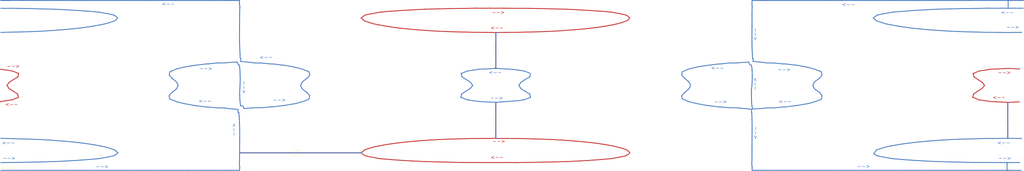
<source format=kicad_pcb>
(kicad_pcb
	(version 20240108)
	(generator "pcbnew")
	(generator_version "8.0")
	(general
		(thickness 1.6)
		(legacy_teardrops no)
	)
	(paper "User" 1219 197)
	(layers
		(0 "F.Cu" signal)
		(31 "B.Cu" signal)
		(32 "B.Adhes" user "B.Adhesive")
		(33 "F.Adhes" user "F.Adhesive")
		(34 "B.Paste" user)
		(35 "F.Paste" user)
		(36 "B.SilkS" user "B.Silkscreen")
		(37 "F.SilkS" user "F.Silkscreen")
		(38 "B.Mask" user)
		(39 "F.Mask" user)
		(40 "Dwgs.User" user "User.Drawings")
		(41 "Cmts.User" user "User.Comments")
		(42 "Eco1.User" user "User.Eco1")
		(43 "Eco2.User" user "User.Eco2")
		(44 "Edge.Cuts" user)
		(45 "Margin" user)
		(46 "B.CrtYd" user "B.Courtyard")
		(47 "F.CrtYd" user "F.Courtyard")
		(48 "B.Fab" user)
		(49 "F.Fab" user)
	)
	(setup
		(pad_to_mask_clearance 0)
		(allow_soldermask_bridges_in_footprints no)
		(pcbplotparams
			(layerselection 0x00010fc_80000001)
			(plot_on_all_layers_selection 0x0000000_00000000)
			(disableapertmacros no)
			(usegerberextensions no)
			(usegerberattributes yes)
			(usegerberadvancedattributes yes)
			(creategerberjobfile yes)
			(dashed_line_dash_ratio 12.000000)
			(dashed_line_gap_ratio 3.000000)
			(svgprecision 4)
			(plotframeref yes)
			(viasonmask no)
			(mode 1)
			(useauxorigin no)
			(hpglpennumber 1)
			(hpglpenspeed 20)
			(hpglpendiameter 15.000000)
			(pdf_front_fp_property_popups yes)
			(pdf_back_fp_property_popups yes)
			(dxfpolygonmode yes)
			(dxfimperialunits yes)
			(dxfusepcbnewfont yes)
			(psnegative no)
			(psa4output no)
			(plotreference yes)
			(plotvalue yes)
			(plotfptext yes)
			(plotinvisibletext no)
			(sketchpadsonfab no)
			(subtractmaskfromsilk no)
			(outputformat 1)
			(mirror no)
			(drillshape 1)
			(scaleselection 1)
			(outputdirectory "")
		)
	)
	(net 0 "")
	(gr_text "-->"
		(at 1139.43 81.93 180)
		(layer "F.Cu")
		(uuid "04ddbaaa-5e19-4e24-92b5-c3f2d44e755b")
		(effects
			(font
				(size 4 4)
				(thickness 0.5)
				(bold yes)
			)
			(justify left bottom mirror)
		)
	)
	(gr_text "-->"
		(at 575.28 34.93 0)
		(layer "F.Cu")
		(uuid "1fa75a3b-f6fb-40bd-8909-f1af508a0bd2")
		(effects
			(font
				(size 4 4)
				(thickness 0.5)
				(bold yes)
			)
			(justify left bottom mirror)
		)
	)
	(gr_text "-->"
		(at 1148.91 114.39 0)
		(layer "F.Cu")
		(uuid "747cb762-5813-4d16-8a18-ed3b020062fb")
		(effects
			(font
				(size 4 4)
				(thickness 0.5)
				(bold yes)
			)
			(justify left bottom mirror)
		)
	)
	(gr_text "-->"
		(at 561.11 13.18 180)
		(layer "F.Cu")
		(uuid "9deeaf67-4e1a-4ba0-aa67-1e9cbffdf5af")
		(effects
			(font
				(size 4 4)
				(thickness 0.5)
				(bold yes)
			)
			(justify left bottom mirror)
		)
	)
	(gr_text "-->"
		(at 6.89 74.69 180)
		(layer "F.Cu")
		(uuid "a7ec354b-ab7f-4798-a2fa-c7dc8027fe5b")
		(effects
			(font
				(size 4 4)
				(thickness 0.5)
				(bold yes)
			)
			(justify left bottom mirror)
		)
	)
	(gr_text "-->"
		(at 20.52 122.4 0)
		(layer "F.Cu")
		(uuid "a8d6685e-9230-4548-aba6-cec61e6b6238")
		(effects
			(font
				(size 4 4)
				(thickness 0.5)
				(bold yes)
			)
			(justify left bottom mirror)
		)
	)
	(gr_text "-->"
		(at 561.83 160.47 180)
		(layer "F.Cu")
		(uuid "b88abf6d-9046-4f84-a1a2-e69cab72e5c4")
		(effects
			(font
				(size 4 4)
				(thickness 0.5)
				(bold yes)
			)
			(justify left bottom mirror)
		)
	)
	(gr_text "-->"
		(at 575.33 182.88 0)
		(layer "F.Cu")
		(uuid "d097ceb4-9e53-4abf-85d2-0df28d7e1784")
		(effects
			(font
				(size 4 4)
				(thickness 0.5)
				(bold yes)
			)
			(justify left bottom mirror)
		)
	)
	(gr_text "-->"
		(at 280.25 92.93 90)
		(layer "B.Cu")
		(uuid "0d303191-df8f-4d26-8953-fc059be06019")
		(effects
			(font
				(size 4 4)
				(thickness 0.5)
				(bold yes)
			)
			(justify left bottom mirror)
		)
	)
	(gr_text "-->"
		(at 108.35 189.4 180)
		(layer "B.Cu")
		(uuid "129a4fe5-f8d3-4926-bc2d-03837e484279")
		(effects
			(font
				(size 4 4)
				(thickness 0.5)
				(bold yes)
			)
			(justify left bottom mirror)
		)
	)
	(gr_text "-->"
		(at 978.67 189.08 180)
		(layer "B.Cu")
		(uuid "1b0e39ef-980c-4ff7-a776-5cc0195943e4")
		(effects
			(font
				(size 4 4)
				(thickness 0.5)
				(bold yes)
			)
			(justify left bottom mirror)
		)
	)
	(gr_text "-->"
		(at 264.86 156.84 -90)
		(layer "B.Cu")
		(uuid "2cb76d61-1c63-427b-b66e-f4fd8267ca7f")
		(effects
			(font
				(size 4 4)
				(thickness 0.5)
				(bold yes)
			)
			(justify left bottom mirror)
		)
	)
	(gr_text "-->"
		(at 2.06 179.83 180)
		(layer "B.Cu")
		(uuid "2ef8a1d9-99e8-4657-a5cd-a14b61fe1b6f")
		(effects
			(font
				(size 4 4)
				(thickness 0.5)
				(bold yes)
			)
			(justify left bottom mirror)
		)
	)
	(gr_text "-->"
		(at 1149.03 30.08 180)
		(layer "B.Cu")
		(uuid "34256e97-d77b-44da-9a88-e9b60fa45ace")
		(effects
			(font
				(size 4 4)
				(thickness 0.5)
				(bold yes)
			)
			(justify left bottom mirror)
		)
	)
	(gr_text "-->"
		(at 559.35 111.01 180)
		(layer "B.Cu")
		(uuid "4081db01-4c16-4180-8ed8-9829dc5e1b89")
		(effects
			(font
				(size 4 4)
				(thickness 0.5)
				(bold yes)
			)
			(justify left bottom mirror)
		)
	)
	(gr_text "-->"
		(at 17.03 166.36 0)
		(layer "B.Cu")
		(uuid "42e184b5-af64-4f46-917f-afe2013a5c26")
		(effects
			(font
				(size 4 4)
				(thickness 0.5)
				(bold yes)
			)
			(justify left bottom mirror)
		)
	)
	(gr_text "-->"
		(at 904.44 119.15 0)
		(layer "B.Cu")
		(uuid "47d023db-acf6-4eb0-b30c-35cd7830d717")
		(effects
			(font
				(size 4 4)
				(thickness 0.5)
				(bold yes)
			)
			(justify left bottom mirror)
		)
	)
	(gr_text "-->"
		(at 1154.28 166.32 0)
		(layer "B.Cu")
		(uuid "4f1a76ca-230b-4cdc-8972-9bb16493dab5")
		(effects
			(font
				(size 4 4)
				(thickness 0.5)
				(bold yes)
			)
			(justify left bottom mirror)
		)
	)
	(gr_text "-->"
		(at 199.53 7.62 0)
		(layer "B.Cu")
		(uuid "7bf31b12-e543-4aaf-adaa-ec6b3b6ab07e")
		(effects
			(font
				(size 4 4)
				(thickness 0.5)
				(bold yes)
			)
			(justify left bottom mirror)
		)
	)
	(gr_text "-->"
		(at 241.64 118.54 0)
		(layer "B.Cu")
		(uuid "868450b0-6cde-41fb-94de-bbac24e96e10")
		(effects
			(font
				(size 4 4)
				(thickness 0.5)
				(bold yes)
			)
			(justify left bottom mirror)
		)
	)
	(gr_text "-->"
		(at 864.97 144.95 90)
		(layer "B.Cu")
		(uuid "879e70eb-df4c-45bc-b167-96e807b42c9b")
		(effects
			(font
				(size 4 4)
				(thickness 0.5)
				(bold yes)
			)
			(justify left bottom mirror)
		)
	)
	(gr_text "-->"
		(at 864.68 32.25 90)
		(layer "B.Cu")
		(uuid "885b1c25-fead-4170-ac53-7f897a58fd74")
		(effects
			(font
				(size 4 4)
				(thickness 0.5)
				(bold yes)
			)
			(justify left bottom mirror)
		)
	)
	(gr_text "-->"
		(at 573.2 85.85 0)
		(layer "B.Cu")
		(uuid "9b320c19-c236-4be4-bed5-9261a5833a62")
		(effects
			(font
				(size 4 4)
				(thickness 0.5)
				(bold yes)
			)
			(justify left bottom mirror)
		)
	)
	(gr_text "-->"
		(at 887.89 78.55 180)
		(layer "B.Cu")
		(uuid "9d06cb71-b634-4a45-819c-b8e4aabfb7ef")
		(effects
			(font
				(size 4 4)
				(thickness 0.5)
				(bold yes)
			)
			(justify left bottom mirror)
		)
	)
	(gr_text "-->"
		(at 310.98 113.33 180)
		(layer "B.Cu")
		(uuid "9d7abd95-53fd-4cb8-aa8f-edad419cd55b")
		(effects
			(font
				(size 4 4)
				(thickness 0.5)
				(bold yes)
			)
			(justify left bottom mirror)
		)
	)
	(gr_text "-->"
		(at 1139.92 179.88 180)
		(layer "B.Cu")
		(uuid "a356dbe0-727c-41e7-8a19-9320615d35b0")
		(effects
			(font
				(size 4 4)
				(thickness 0.5)
				(bold yes)
			)
			(justify left bottom mirror)
		)
	)
	(gr_text "-->"
		(at 976.72 8.22 0)
		(layer "B.Cu")
		(uuid "a9cbb9d3-6f07-4b14-910d-e286384ce992")
		(effects
			(font
				(size 4 4)
				(thickness 0.5)
				(bold yes)
			)
			(justify left bottom mirror)
		)
	)
	(gr_text "-->"
		(at 860.38 104.53 -90)
		(layer "B.Cu")
		(uuid "b408af7f-cf54-48d5-9b88-0f7d5ed713b6")
		(effects
			(font
				(size 4 4)
				(thickness 0.5)
				(bold yes)
			)
			(justify left bottom mirror)
		)
	)
	(gr_text "-->"
		(at 827.25 80.83 0)
		(layer "B.Cu")
		(uuid "c0e40ee0-0e68-4fe6-a012-f1c508b1cead")
		(effects
			(font
				(size 4 4)
				(thickness 0.5)
				(bold yes)
			)
			(justify left bottom mirror)
		)
	)
	(gr_text "-->"
		(at 311.27 68.52 0)
		(layer "B.Cu")
		(uuid "d6040e71-8791-4da1-85bc-8a4d92c9b522")
		(effects
			(font
				(size 4 4)
				(thickness 0.5)
				(bold yes)
			)
			(justify left bottom mirror)
		)
	)
	(gr_text "-->"
		(at 1158.34 17.32 0)
		(layer "B.Cu")
		(uuid "d6d8cbd2-77e5-4e0e-9a5e-306717fda294")
		(effects
			(font
				(size 4 4)
				(thickness 0.5)
				(bold yes)
			)
			(justify left bottom mirror)
		)
	)
	(gr_text "-->"
		(at 815.06 115.33 180)
		(layer "B.Cu")
		(uuid "db5fe109-1c14-473a-b774-4a0bef2720a6")
		(effects
			(font
				(size 4 4)
				(thickness 0.5)
				(bold yes)
			)
			(justify left bottom mirror)
		)
	)
	(gr_text "-->"
		(at 227.04 77.37 180)
		(layer "B.Cu")
		(uuid "e794c380-778b-48b5-a372-cae0e003a053")
		(effects
			(font
				(size 4 4)
				(thickness 0.5)
				(bold yes)
			)
			(justify left bottom mirror)
		)
	)
	(gr_text "-->"
		(at 1149.06 133.91 90)
		(layer "F.SilkS")
		(uuid "04aaf0b8-7fda-4fc6-b2ee-e6554955c04b")
		(effects
			(font
				(size 2 2)
				(thickness 0.5)
				(bold yes)
			)
			(justify left bottom mirror)
		)
	)
	(gr_text "-->"
		(at 1152.74 9.74 270)
		(layer "F.SilkS")
		(uuid "0537f48e-72f3-4198-9d98-99ac8426b4de")
		(effects
			(font
				(size 2 2)
				(thickness 0.5)
				(bold yes)
			)
			(justify left bottom mirror)
		)
	)
	(gr_text "-->"
		(at 1146.85 194.99 -90)
		(layer "F.SilkS")
		(uuid "06b88904-2e6c-4d5d-bae6-aff8ccecde38")
		(effects
			(font
				(size 2 2)
				(thickness 0.5)
				(bold yes)
			)
			(justify left bottom mirror)
		)
	)
	(gr_text "-->"
		(at 0.7 190.94 180)
		(layer "F.SilkS")
		(uuid "0dccf17c-df8d-46c3-8fa4-928f40ad61e3")
		(effects
			(font
				(size 4 4)
				(thickness 0.5)
				(bold yes)
			)
			(justify left bottom mirror)
		)
	)
	(gr_text "-->"
		(at 334.04 171.46 180)
		(layer "F.SilkS")
		(uuid "18a57f0c-541c-411f-83dd-b5c99ffcd1a9")
		(effects
			(font
				(size 2 2)
				(thickness 0.5)
				(bold yes)
			)
			(justify left bottom mirror)
		)
	)
	(gr_text "-->"
		(at 569.68 53.84 90)
		(layer "F.SilkS")
		(uuid "6325e0cd-0ba7-4ccc-8931-36268197c88f")
		(effects
			(font
				(size 2 2)
				(thickness 0.5)
				(bold yes)
			)
			(justify left bottom mirror)
		)
	)
	(gr_text "-->"
		(at 569.89 134.44 90)
		(layer "F.SilkS")
		(uuid "7559361d-12e9-45f0-92c1-e2d067662e77")
		(effects
			(font
				(size 2 2)
				(thickness 0.5)
				(bold yes)
			)
			(justify left bottom mirror)
		)
	)
	(gr_text "-->"
		(at 341.86 179.4 0)
		(layer "F.SilkS")
		(uuid "78f36ca5-bb32-422b-9b6d-9c6a4b6e81d6")
		(effects
			(font
				(size 2 2)
				(thickness 0.5)
				(bold yes)
			)
			(justify left bottom mirror)
		)
	)
	(gr_text "-->"
		(at 1149.72 2.07 90)
		(layer "F.SilkS")
		(uuid "7aea34ba-c1a0-4c7e-93f5-b3f6d14fbd36")
		(effects
			(font
				(size 2 2)
				(thickness 0.5)
				(bold yes)
			)
			(justify left bottom mirror)
		)
	)
	(gr_text "-->"
		(at 1154.27 187.44 90)
		(layer "F.SilkS")
		(uuid "7d62fb97-de0d-4881-b20e-45d5d50bae00")
		(effects
			(font
				(size 2 2)
				(thickness 0.5)
				(bold yes)
			)
			(justify left bottom mirror)
		)
	)
	(gr_text "-->"
		(at 1152.84 141.59 -90)
		(layer "F.SilkS")
		(uuid "d8acefcf-e453-44f6-bde7-1ac4c99e6c78")
		(effects
			(font
				(size 2 2)
				(thickness 0.5)
				(bold yes)
			)
			(justify left bottom mirror)
		)
	)
	(gr_text "-->"
		(at 562.34 142.41 -90)
		(layer "F.SilkS")
		(uuid "ea5ffef9-3ae6-481d-8ecd-94b31fe19529")
		(effects
			(font
				(size 2 2)
				(thickness 0.5)
				(bold yes)
			)
			(justify left bottom mirror)
		)
	)
	(gr_text "-->"
		(at 562.4 61.41 -90)
		(layer "F.SilkS")
		(uuid "fe7160da-f1e0-41a4-b334-b551ba4b649d")
		(effects
			(font
				(size 2 2)
				(thickness 0.5)
				(bold yes)
			)
			(justify left bottom mirror)
		)
	)
	(segment
		(start 473.558482 162.259233)
		(end 475.721062 162.065105)
		(width 1)
		(layer "F.Cu")
		(net 0)
		(uuid "000173a6-8016-41a2-a577-e1df7a423a74")
	)
	(segment
		(start 1125.75308 81.047783)
		(end 1131.538079 80.057888)
		(width 1)
		(layer "F.Cu")
		(net 0)
		(uuid "00d19ed4-0031-41d4-ae8d-a2c028fac89e")
	)
	(segment
		(start 1151.766164 79.051532)
		(end 1164.489279 79.708459)
		(width 1)
		(layer "F.Cu")
		(net 0)
		(uuid "010e3fd4-e649-479c-98cf-442db166eab2")
	)
	(segment
		(start 540.2801 37.82157)
		(end 531.948148 37.586676)
		(width 1)
		(layer "F.Cu")
		(net 0)
		(uuid "022f5100-b3eb-4efd-9ef2-66305bb73c8e")
	)
	(segment
		(start 6.452798 115.976172)
		(end 0 116.942112)
		(width 1)
		(layer "F.Cu")
		(net 0)
		(uuid "02fb0a23-aa77-4f22-b051-606b7edf89d2")
	)
	(segment
		(start 481.560417 161.640626)
		(end 488.634423 161.113881)
		(width 1)
		(layer "F.Cu")
		(net 0)
		(uuid "036a42bb-bed7-4d48-9a09-addcfa1f146d")
	)
	(segment
		(start 698.191166 14.799875)
		(end 708.328503 16.628672)
		(width 1)
		(layer "F.Cu")
		(net 0)
		(uuid "040b78b9-cd06-4a3d-b3b5-17a7bd1791d1")
	)
	(segment
		(start 423.68713 16.641097)
		(end 434.084598 14.799991)
		(width 1)
		(layer "F.Cu")
		(net 0)
		(uuid "0519778c-768a-4a37-88b6-32fbba1b1cb8")
	)
	(segment
		(start 443.02611 31.232418)
		(end 441.82252 31.032932)
		(width 1)
		(layer "F.Cu")
		(net 0)
		(uuid "0586e283-85d5-4e79-957d-8e167249bd16")
	)
	(segment
		(start 697.90774 14.764155)
		(end 698.191166 14.799991)
		(width 1)
		(layer "F.Cu")
		(net 0)
		(uuid "05c1d43f-cc8d-4774-8a14-02d9bcf8ba5f")
	)
	(segment
		(start 439.955013 30.697247)
		(end 431.918135 29.250842)
		(width 1)
		(layer "F.Cu")
		(net 0)
		(uuid "05f6c5fb-78b4-49bc-9eaa-0c9d4f509cdd")
	)
	(segment
		(start 576.026736 159.094101)
		(end 567.05 159.094101)
		(width 1)
		(layer "F.Cu")
		(net 0)
		(uuid "06f548f5-fb50-4745-857a-2828e964ea6b")
	)
	(segment
		(start 475.721062 162.065765)
		(end 481.560417 161.641907)
		(width 1)
		(layer "F.Cu")
		(net 0)
		(uuid "0733fb22-3261-46b7-8656-ac109be7e319")
	)
	(segment
		(start 542.601865 10.275734)
		(end 553.185696 10.342824)
		(width 1)
		(layer "F.Cu")
		(net 0)
		(uuid "0763c85a-ff56-4369-b4e9-5b7e998ac317")
	)
	(segment
		(start 431.918135 29.249289)
		(end 426.680576 28.163728)
		(width 1)
		(layer "F.Cu")
		(net 0)
		(uuid "082ec481-f345-4279-b06c-bf32804f5b2a")
	)
	(segment
		(start 1151.11 117.913871)
		(end 1138.666441 117.291541)
		(width 1)
		(layer "F.Cu")
		(net 0)
		(uuid "08e262fe-0119-4d07-94c0-bb51bce9856e")
	)
	(segment
		(start 514.433966 186.277229)
		(end 510.225282 186.214565)
		(width 1)
		(layer "F.Cu")
		(net 0)
		(uuid "093cdedc-5bf6-4ef1-9960-8dd71e52b120")
	)
	(segment
		(start 20.63187 84.719666)
		(end 20.907531 85.144029)
		(width 1)
		(layer "F.Cu")
		(net 0)
		(uuid "094a3c9b-ee65-4236-9c71-c7c12931f1e3")
	)
	(segment
		(start 437.520655 166.774677)
		(end 442.428198 165.877769)
		(width 1)
		(layer "F.Cu")
		(net 0)
		(uuid "09d58e6c-56fc-4b21-a4cc-cdd9b128fc02")
	)
	(segment
		(start 1112.843602 88.866967)
		(end 1112.742656 88.805273)
		(width 1)
		(layer "F.Cu")
		(net 0)
		(uuid "0b122295-fecb-4191-98b6-e5a292d496c2")
	)
	(segment
		(start 446.706768 165.234198)
		(end 452.903317 164.429578)
		(width 1)
		(layer "F.Cu")
		(net 0)
		(uuid "0c3e763c-1437-44ba-8801-642bf6512a28")
	)
	(segment
		(start 518.728066 186.416069)
		(end 514.433966 186.276686)
		(width 1)
		(layer "F.Cu")
		(net 0)
		(uuid "0c4a979b-4394-418d-b2b0-9dc5cb53af77")
	)
	(segment
		(start 659.862634 12.054291)
		(end 662.87161 12.245274)
		(width 1)
		(layer "F.Cu")
		(net 0)
		(uuid "0c768769-ed1e-4f34-b51e-2d2c85e90eef")
	)
	(segment
		(start 690.775496 166.041225)
		(end 692.88372 166.429091)
		(width 1)
		(layer "F.Cu")
		(net 0)
		(uuid "0d8002dc-908b-40b2-ac2c-6bca220c4494")
	)
	(segment
		(start 658.158195 34.719258)
		(end 656.484816 34.896069)
		(width 1)
		(layer "F.Cu")
		(net 0)
		(uuid "0f2807b7-b3b3-495d-a5af-64d418e2ee3e")
	)
	(segment
		(start 1120.313628 93.89417)
		(end 1117.188175 91.926843)
		(width 1)
		(layer "F.Cu")
		(net 0)
		(uuid "118b7c47-8ddf-4bc5-9c32-492409bc4137")
	)
	(segment
		(start 510.073863 160.001918)
		(end 514.457262 159.809344)
		(width 1)
		(layer "F.Cu")
		(net 0)
		(uuid "1193d92b-5233-45fa-9ee7-1f229808c7c3")
	)
	(segment
		(start 412.202547 175.518296)
		(end 414.811621 173.305087)
		(width 1)
		(layer "F.Cu")
		(net 0)
		(uuid "152515e7-1086-439e-a8f9-8a34f29452ee")
	)
	(segment
		(start 690.068872 31.019227)
		(end 687.898526 31.316358)
		(width 1)
		(layer "F.Cu")
		(net 0)
		(uuid "160dbc8c-f525-4284-9c9a-d0473f8d237b")
	)
	(segment
		(start 501.543901 160.321918)
		(end 510.073863 160.003471)
		(width 1)
		(layer "F.Cu")
		(net 0)
		(uuid "16e2d10d-61f7-48be-8d28-7dd9f3a7ed0c")
	)
	(segment
		(start 11.379754 103.124622)
		(end 14.458616 105.061509)
		(width 1)
		(layer "F.Cu")
		(net 0)
		(uuid "170444f8-ef5f-49d7-a8be-9ae3275c4448")
	)
	(segment
		(start 553.189578 159.06537)
		(end 555.592877 159.071659)
		(width 1)
		(layer "F.Cu")
		(net 0)
		(uuid "172cb510-0359-4552-86b6-5980d3e7b98e")
	)
	(segment
		(start 567.05 159.094101)
		(end 566.964101 159.094101)
		(width 1)
		(layer "F.Cu")
		(net 0)
		(uuid "17c51bbe-a09f-4f6e-a05a-1206df0a3482")
	)
	(segment
		(start 566.102939 38.019697)
		(end 555.709353 37.908928)
		(width 1)
		(layer "F.Cu")
		(net 0)
		(uuid "18cef4c6-1ef6-4d02-bec1-767e983ad1e3")
	)
	(segment
		(start 488.634423 161.114929)
		(end 490.828063 160.977991)
		(width 1)
		(layer "F.Cu")
		(net 0)
		(uuid "1a14ea32-77fa-4941-b37d-9d75e9e66e4f")
	)
	(segment
		(start 502.786317 185.985106)
		(end 500.064649 185.942787)
		(width 1)
		(layer "F.Cu")
		(net 0)
		(uuid "1a5b976f-c1d1-4736-b5c0-6657c16958ab")
	)
	(segment
		(start 488.634423 35.865192)
		(end 481.42841 35.33868)
		(width 1)
		(layer "F.Cu")
		(net 0)
		(uuid "1b380865-1f44-4324-9285-fc90c3a9d397")
	)
	(segment
		(start 531.948148 37.586288)
		(end 527.36674 37.50126)
		(width 1)
		(layer "F.Cu")
		(net 0)
		(uuid "1b77bb31-ff8e-47e5-9d54-86efff7910f8")
	)
	(segment
		(start 1164.489279 117.288668)
		(end 1151.6691 117.932162)
		(width 1)
		(layer "F.Cu")
		(net 0)
		(uuid "1c65f4c9-b0c6-42d5-bb3c-a7fa2a15ed56")
	)
	(segment
		(start 1164.489279 79.707954)
		(end 1164.489279 80.046241)
		(width 1)
		(layer "F.Cu")
		(net 0)
		(uuid "1d29ff23-ec9a-4516-9155-9b3aaefb7646")
	)
	(segment
		(start 716.967177 19.370141)
		(end 719.083166 21.48186)
		(width 1)
		(layer "F.Cu")
		(net 0)
		(uuid "1d76b32b-6211-4ac0-a0f3-f94ef2b7e4e2")
	)
	(segment
		(start 1138.666441 117.291153)
		(end 1131.441015 116.953759)
		(width 1)
		(layer "F.Cu")
		(net 0)
		(uuid "1dfd27df-72c9-4a91-a1ed-e231d552e519")
	)
	(segment
		(start 679.877178 183.657518)
		(end 672.807055 184.195639)
		(width 1)
		(layer "F.Cu")
		(net 0)
		(uuid "1e6a1113-787e-432a-a2b4-707c5bbe1b5c")
	)
	(segment
		(start 542.388325 10.277636)
		(end 542.520331 10.276821)
		(width 1)
		(layer "F.Cu")
		(net 0)
		(uuid "1f5268e8-c7fc-4941-a55b-0c022b640984")
	)
	(segment
		(start 501.543901 36.643877)
		(end 490.932892 36.006478)
		(width 1)
		(layer "F.Cu")
		(net 0)
		(uuid "1fca5175-edd3-42ad-af94-59b5a9217ed8")
	)
	(segment
		(start 13.235613 81.948341)
		(end 19.362276 84.26269)
		(width 1)
		(layer "F.Cu")
		(net 0)
		(uuid "20994995-eb99-4834-986d-8806e6181b70")
	)
	(segment
		(start 571.872408 186.723373)
		(end 566.102939 186.641646)
		(width 1)
		(layer "F.Cu")
		(net 0)
		(uuid "230bc59f-6c03-433f-95f8-a64f9b51d413")
	)
	(segment
		(start 566.102939 38.019697)
		(end 566.102939 78.167061)
		(width 1)
		(layer "F.Cu")
		(net 0)
		(uuid "2323b933-e4d7-454a-80db-bd12e9bc5b5f")
	)
	(segment
		(start 611.466651 159.730994)
		(end 617.748616 159.859817)
		(width 1)
		(layer "F.Cu")
		(net 0)
		(uuid "23b7b692-864a-4caf-8d85-6eedf13c5d61")
	)
	(segment
		(start 515.552141 10.708017)
		(end 527.308501 10.521422)
		(width 1)
		(layer "F.Cu")
		(net 0)
		(uuid "242de7e1-28c9-4661-b539-07d076a82427")
	)
	(segment
		(start 650.393095 35.295506)
		(end 643.571455 35.858942)
		(width 1)
		(layer "F.Cu")
		(net 0)
		(uuid "24ba6fcb-79f3-4bf0-8ac9-145b9f51741f")
	)
	(segment
		(start 459.864729 163.592306)
		(end 463.525973 163.19881)
		(width 1)
		(layer "F.Cu")
		(net 0)
		(uuid "25a77c41-21b6-49fa-9183-f85f9f3e55d2")
	)
	(segment
		(start 549.885528 37.859348)
		(end 540.2801 37.819629)
		(width 1)
		(layer "F.Cu")
		(net 0)
		(uuid "27a872aa-d7f9-4ba6-bbec-adb8fb178a9f")
	)
	(segment
		(start 446.493227 183.313136)
		(end 434.500031 182.262129)
		(width 1)
		(layer "F.Cu")
		(net 0)
		(uuid "27edde9f-bf84-46cf-8002-13e445246062")
	)
	(segment
		(start 641.06721 160.963742)
		(end 643.571455 161.08282)
		(width 1)
		(layer "F.Cu")
		(net 0)
		(uuid "2878141e-fbdf-4591-860d-22c71e83164d")
	)
	(segment
		(start 520.312147 159.693683)
		(end 527.36674 159.46768)
		(width 1)
		(layer "F.Cu")
		(net 0)
		(uuid "287dde4b-d1a5-4d57-a53e-20d8bff72448")
	)
	(segment
		(start 1125.75308 116.028276)
		(end 1118.294702 115.05131)
		(width 1)
		(layer "F.Cu")
		(net 0)
		(uuid "28f718d1-514e-46cc-afa7-5c2bd7be41ab")
	)
	(segment
		(start 441.82252 31.032971)
		(end 439.955013 30.699033)
		(width 1)
		(layer "F.Cu")
		(net 0)
		(uuid "29283b2b-fe75-4c97-9460-779f07db51ba")
	)
	(segment
		(start 431.677417 167.813181)
		(end 437.520655 166.774638)
		(width 1)
		(layer "F.Cu")
		(net 0)
		(uuid "29e448bd-45ea-48ee-a642-e5608fc3b00c")
	)
	(segment
		(start 719.207408 175.518296)
		(end 717.029297 177.657425)
		(width 1)
		(layer "F.Cu")
		(net 0)
		(uuid "2bc6bda8-2259-46b7-a321-0609a45a320c")
	)
	(segment
		(start 1131.441015 116.9557)
		(end 1125.75308 116.029712)
		(width 1)
		(layer "F.Cu")
		(net 0)
		(uuid "2c5ed347-6386-419c-acd3-3c2898faf651")
	)
	(segment
		(start 1112.136978 108.295246)
		(end 1112.327223 108.140371)
		(width 1)
		(layer "F.Cu")
		(net 0)
		(uuid "2d5374b3-8d0b-4d58-b0e0-2d3244df62a7")
	)
	(segment
		(start 632.789614 185.939642)
		(end 630.972581 185.969964)
		(width 1)
		(layer "F.Cu")
		(net 0)
		(uuid "2e6386b1-030e-4627-aab1-f90be8360f6c")
	)
	(segment
		(start 566.1 158.95)
		(end 566.1 118.62)
		(width 1)
		(layer "F.Cu")
		(net 0)
		(uuid "2f6b8c83-8e06-4fc6-ad17-5859d5524ce2")
	)
	(segment
		(start 442.428198 165.879711)
		(end 446.706768 165.233266)
		(width 1)
		(layer "F.Cu")
		(net 0)
		(uuid "2fc275a4-428b-40a8-8aea-a803904597a2")
	)
	(segment
		(start 553.469122 186.671308)
		(end 547.983079 186.696001)
		(width 1)
		(layer "F.Cu")
		(net 0)
		(uuid "351641c3-6ff5-48e1-8678-482d0f575cb5")
	)
	(segment
		(start 640.845905 36.005275)
		(end 630.661977 36.662629)
		(width 1)
		(layer "F.Cu")
		(net 0)
		(uuid "372717fe-f739-4b00-9992-d213f4af10dd")
	)
	(segment
		(start 452.903317 164.429306)
		(end 459.864729 163.590947)
		(width 1)
		(layer "F.Cu")
		(net 0)
		(uuid "38d3714c-6c4e-42bc-81aa-21252e1ecaea")
	)
	(segment
		(start 643.571455 35.859369)
		(end 640.845905 36.006478)
		(width 1)
		(layer "F.Cu")
		(net 0)
		(uuid "39162f2b-8367-4a33-860e-53bbef0260fc")
	)
	(segment
		(start 599.29874 10.397219)
		(end 603.942269 10.455418)
		(width 1)
		(layer "F.Cu")
		(net 0)
		(uuid "392f062d-5a72-4ec5-b593-d2532c6a4087")
	)
	(segment
		(start 1112.70383 88.776348)
		(end 1111.469179 85.08579)
		(width 1)
		(layer "F.Cu")
		(net 0)
		(uuid "3af165b5-f612-480a-936f-495bc8594b3f")
	)
	(segment
		(start 19.362276 84.264165)
		(end 20.63187 84.720831)
		(width 1)
		(layer "F.Cu")
		(net 0)
		(uuid "3c2b7837-a8b7-472a-968a-369924f85d32")
	)
	(segment
		(start 527.308501 10.522703)
		(end 530.853269 10.505891)
		(width 1)
		(layer "F.Cu")
		(net 0)
		(uuid "3c7ca82c-2004-4f25-90d1-6fe21ba8a427")
	)
	(segment
		(start 590.489234 10.433365)
		(end 599.29874 10.39718)
		(width 1)
		(layer "F.Cu")
		(net 0)
		(uuid "3db013f1-987b-4b0a-9cc3-f146df68be25")
	)
	(segment
		(start 685.45252 183.283162)
		(end 679.877178 183.655965)
		(width 1)
		(layer "F.Cu")
		(net 0)
		(uuid "3e5aedb6-c4ca-40ba-80ef-bbf29e2fe1db")
	)
	(segment
		(start 599.71029 37.599955)
		(end 591.925778 37.831277)
		(width 1)
		(layer "F.Cu")
		(net 0)
		(uuid "3e6138de-1270-43e6-a4fa-00efdde783e6")
	)
	(segment
		(start 414.811621 173.304039)
		(end 416.054037 172.179148)
		(width 1)
		(layer "F.Cu")
		(net 0)
		(uuid "40090fb5-fc67-4c2e-9163-c0bb6396a9e8")
	)
	(segment
		(start 459.1814 184.198978)
		(end 452.173398 183.687025)
		(width 1)
		(layer "F.Cu")
		(net 0)
		(uuid "4013860e-4337-456e-a709-01846f6afb57")
	)
	(segment
		(start 1112.742656 88.806088)
		(end 1112.70383 88.778095)
		(width 1)
		(layer "F.Cu")
		(net 0)
		(uuid "4065e14b-2f90-44de-b46b-f944b3b397cb")
	)
	(segment
		(start 591.925778 159.170199)
		(end 599.714173 159.397794)
		(width 1)
		(layer "F.Cu")
		(net 0)
		(uuid "40fef32d-095e-4880-8a57-30787d7a162b")
	)
	(segment
		(start 19.362276 112.605575)
		(end 13.060898 115.024132)
		(width 1)
		(layer "F.Cu")
		(net 0)
		(uuid "41db2d2a-966c-4b38-a771-32e1fd7f709f")
	)
	(segment
		(start 514.457262 37.140105)
		(end 510.318463 36.961586)
		(width 1)
		(layer "F.Cu")
		(net 0)
		(uuid "425c4ac8-57d3-41b4-af6a-448e2aab9cc4")
	)
	(segment
		(start 708.328503 16.628905)
		(end 714.835657 18.138984)
		(width 1)
		(layer "F.Cu")
		(net 0)
		(uuid "42f61038-f866-4b1e-8b78-d29b5ce63d08")
	)
	(segment
		(start 7.594268 98.672036)
		(end 9.710257 101.893349)
		(width 1)
		(layer "F.Cu")
		(net 0)
		(uuid "4530ddb9-dcc9-4209-955a-099627c52041")
	)
	(segment
		(start 416.578181 178.85923)
		(end 413.05 176.34)
		(width 1)
		(layer "F.Cu")
		(net 0)
		(uuid "468474e4-5052-4499-ad3d-65df1701a75a")
	)
	(segment
		(start 669.029334 33.745204)
		(end 658.158195 34.717472)
		(width 1)
		(layer "F.Cu")
		(net 0)
		(uuid "47e468b6-4b58-44de-98ca-6910c9c5e880")
	)
	(segment
		(start 273.861989 175.51814)
		(end 412.22814 175.51814)
		(width 1)
		(layer "F.Cu")
		(net 0)
		(uuid "497d42ea-bcdc-43fc-a08a-cc5709219663")
	)
	(segment
		(start 541.701113 186.562597)
		(end 532.099568 186.60282)
		(width 1)
		(layer "F.Cu")
		(net 0)
		(uuid "4a2a2ac5-c7e9-4661-a314-f0fdadcf1a38")
	)
	(segment
		(start 9.710257 101.891718)
		(end 11.379754 103.124117)
		(width 1)
		(layer "F.Cu")
		(net 0)
		(uuid "4a8d9055-8fc4-474e-8fb4-1eae6542314f")
	)
	(segment
		(start 719.083166 21.481704)
		(end 717.169069 23.683265)
		(width 1)
		(layer "F.Cu")
		(net 0)
		(uuid "4b619c1d-1879-4b90-9a96-9f02470db591")
	)
	(segment
		(start 434.317551 14.777278)
		(end 434.43791 14.768931)
		(width 1)
		(layer "F.Cu")
		(net 0)
		(uuid "4c719dba-8b62-486c-9d63-39e147df0b26")
	)
	(segment
		(start 501.186706 11.005226)
		(end 513.214846 10.742727)
		(width 1)
		(layer "F.Cu")
		(net 0)
		(uuid "4cd2c4d2-6ae0-460e-b707-4a29f701e99a")
	)
	(segment
		(start 472.211237 184.946641)
		(end 469.178966 184.754726)
		(width 1)
		(layer "F.Cu")
		(net 0)
		(uuid "4dd1ab91-45d3-4eb4-b52b-8a2e8b03e037")
	)
	(segment
		(start 621.320562 160.036279)
		(end 630.661977 160.352901)
		(width 1)
		(layer "F.Cu")
		(net 0)
		(uuid "516d0abf-c525-43e5-a866-743695ce8ee9")
	)
	(segment
		(start 714.835657 18.14077)
		(end 716.967177 19.369753)
		(width 1)
		(layer "F.Cu")
		(net 0)
		(uuid "52630ca1-61d5-4bd6-83df-12117c741faa")
	)
	(segment
		(start 566.102939 186.642539)
		(end 558.663974 186.730944)
		(width 1)
		(layer "F.Cu")
		(net 0)
		(uuid "52f34386-2898-4f43-a948-46030e958bf5")
	)
	(segment
		(start 19.583581 108.239493)
		(end 20.593044 111.902562)
		(width 1)
		(layer "F.Cu")
		(net 0)
		(uuid "535f3683-df63-4343-bb6c-c600b7146caa")
	)
	(segment
		(start 484.759638 11.45898)
		(end 485.543913 11.433821)
		(width 1)
		(layer "F.Cu")
		(net 0)
		(uuid "536d8bab-b99f-43d2-ac73-39384fc44c9d")
	)
	(segment
		(start 553.185696 10.343484)
		(end 559.712262 10.272938)
		(width 1)
		(layer "F.Cu")
		(net 0)
		(uuid "54f41187-61a7-4bb2-adec-484dd017bb0f")
	)
	(segment
		(start 672.345032 33.32616)
		(end 669.029334 33.746834)
		(width 1)
		(layer "F.Cu")
		(net 0)
		(uuid "55b77f93-c97e-435e-9a48-1f6591cf9e1d")
	)
	(segment
		(start 513.214846 10.740863)
		(end 515.552141 10.707784)
		(width 1)
		(layer "F.Cu")
		(net 0)
		(uuid "565ea059-bbb0-424b-ba1a-68626b5a922a")
	)
	(segment
		(start 662.87161 12.245429)
		(end 672.810938 12.804361)
		(width 1)
		(layer "F.Cu")
		(net 0)
		(uuid "56ce6b8c-7931-4de5-881a-da6903ba878a")
	)
	(segment
		(start 646.630904 185.553483)
		(end 646.572666 185.554532)
		(width 1)
		(layer "F.Cu")
		(net 0)
		(uuid "571c1861-2f95-4564-b298-8a086189811b")
	)
	(segment
		(start 1116.854276 105.019927)
		(end 1119.851604 103.17459)
		(width 1)
		(layer "F.Cu")
		(net 0)
		(uuid "57b4015d-3756-4299-a71b-43cc27ce9758")
	)
	(segment
		(start 463.654097 33.82697)
		(end 458.564075 33.288694)
		(width 1)
		(layer "F.Cu")
		(net 0)
		(uuid "586562d8-dd74-45c9-b82d-52a046b98492")
	)
	(segment
		(start 576.026736 159.094101)
		(end 579.0163 159.091072)
		(width 1)
		(layer "F.Cu")
		(net 0)
		(uuid "59a2953d-3c17-4f83-9a77-e6176b1bac04")
	)
	(segment
		(start 412.202547 21.481704)
		(end 415.029044 19.36587)
		(width 1)
		(layer "F.Cu")
		(net 0)
		(uuid "5aa97841-261f-4f50-97f1-9cffe8a728e7")
	)
	(segment
		(start 451.886089 32.48718)
		(end 443.02611 31.230942)
		(width 1)
		(layer "F.Cu")
		(net 0)
		(uuid "5b9edb72-ac04-4b2e-bb50-8221bd2f2a54")
	)
	(segment
		(start 717.169069 23.683071)
		(end 715.414157 24.820852)
		(width 1)
		(layer "F.Cu")
		(net 0)
		(uuid "5bb20906-7a33-41cf-a7a7-4f7f00baae72")
	)
	(segment
		(start 656.484816 162.049497)
		(end 673.39332 163.734408)
		(width 1)
		(layer "F.Cu")
		(net 0)
		(uuid "5c229d54-4132-4f27-b24d-4363b4fc502a")
	)
	(segment
		(start 1151.15 158.88)
		(end 1151.08 118.84)
		(width 1)
		(layer "F.Cu")
		(net 0)
		(uuid "5c7d0294-ea05-4d57-b2ef-a92d43fa3c6a")
	)
	(segment
		(start 646.929861 11.45898)
		(end 659.862634 12.055029)
		(width 1)
		(layer "F.Cu")
		(net 0)
		(uuid "5d28c857-0b10-4f99-b118-c7be2f1b20c9")
	)
	(segment
		(start 566.1 118.62)
		(end 566.79 117.81)
		(width 1)
		(layer "F.Cu")
		(net 0)
		(uuid "5f76f37c-5769-457f-b128-fc39d0d29910")
	)
	(segment
		(start 510.225282 186.212973)
		(end 502.786317 185.985495)
		(width 1)
		(layer "F.Cu")
		(net 0)
		(uuid "604b39a1-0954-41c8-b7c7-5063aec57484")
	)
	(segment
		(start 528.217018 186.546057)
		(end 526.481518 186.532934)
		(width 1)
		(layer "F.Cu")
		(net 0)
		(uuid "618b730c-7cc1-4e36-a2bc-ff819af91ec8")
	)
	(segment
		(start 434.084598 14.799875)
		(end 434.317551 14.776696)
		(width 1)
		(layer "F.Cu")
		(net 0)
		(uuid "620cee06-b629-44bd-a61f-263fd75ae9cc")
	)
	(segment
		(start 559.712262 10.273055)
		(end 566.102939 10.354472)
		(width 1)
		(layer "F.Cu")
		(net 0)
		(uuid "624ae81f-311b-4e10-bc3f-502524126bf5")
	)
	(segment
		(start 1111.706015 84.767615)
		(end 1112.843602 84.42964)
		(width 1)
		(layer "F.Cu")
		(net 0)
		(uuid "63d761d6-b46f-439d-83e5-1f6a069cada8")
	)
	(segment
		(start 616.413019 186.277618)
		(end 604.897377 186.474696)
		(width 1)
		(layer "F.Cu")
		(net 0)
		(uuid "64d056d0-378e-4b78-83b6-ef57d2381c3a")
	)
	(segment
		(start 715.581106 172.1774)
		(end 717.266133 173.274027)
		(width 1)
		(layer "F.Cu")
		(net 0)
		(uuid "64e2161f-fbf5-48a8-ba78-2414eeadc0b3")
	)
	(segment
		(start 572.843045 10.26626)
		(end 578.728991 10.327294)
		(width 1)
		(layer "F.Cu")
		(net 0)
		(uuid "64ed8fc4-0421-4287-805b-cb2714ce9ef3")
	)
	(segment
		(start 717.029297 177.656804)
		(end 714.878365 178.861016)
		(width 1)
		(layer "F.Cu")
		(net 0)
		(uuid "6629248d-fbc9-4d8c-8b3f-5e794e4e8565")
	)
	(segment
		(start 485.656507 11.431491)
		(end 499.272609 11.037801)
		(width 1)
		(layer "F.Cu")
		(net 0)
		(uuid "664627fa-98d6-4620-b448-fff27b16b0a3")
	)
	(segment
		(start 459.189165 12.805293)
		(end 469.159553 12.253039)
		(width 1)
		(layer "F.Cu")
		(net 0)
		(uuid "6708803b-c34f-455d-9fed-d05c60b65581")
	)
	(segment
		(start 589.650603 186.717938)
		(end 579.097833 186.653293)
		(width 1)
		(layer "F.Cu")
		(net 0)
		(uuid "68266c83-d3e1-4550-882c-7fe87873b45c")
	)
	(segment
		(start 469.159553 12.251952)
		(end 472.23065 12.062794)
		(width 1)
		(layer "F.Cu")
		(net 0)
		(uuid "68bb4e8e-f668-41cf-8014-dd7a51006cee")
	)
	(segment
		(start 473.562364 34.740185)
		(end 463.654097 33.828368)
		(width 1)
		(layer "F.Cu")
		(net 0)
		(uuid "691cf7c1-8f80-415c-afc8-883d6f17bc32")
	)
	(segment
		(start 19.362276 108.064778)
		(end 19.521461 108.183079)
		(width 1)
		(layer "F.Cu")
		(net 0)
		(uuid "6a1d05c9-cc9b-42eb-a385-72c634749532")
	)
	(segment
		(start 687.898526 31.316086)
		(end 680.38191 32.438415)
		(width 1)
		(layer "F.Cu")
		(net 0)
		(uuid "6b30cc31-8f9c-45d7-9966-ef0b1e18a07a")
	)
	(segment
		(start 662.84055 184.769247)
		(end 659.889812 184.956619)
		(width 1)
		(layer "F.Cu")
		(net 0)
		(uuid "6b53ccb1-5dc0-4a11-bfb1-6bcd3f575db3")
	)
	(segment
		(start 697.814558 182.209366)
		(end 685.45252 183.28324)
		(width 1)
		(layer "F.Cu")
		(net 0)
		(uuid "6bd2b811-6966-4483-b9d6-a08ec244ad36")
	)
	(segment
		(start 715.414157 24.8226)
		(end 709.512681 26.870839)
		(width 1)
		(layer "F.Cu")
		(net 0)
		(uuid "6deb6018-4dc9-4f23-8378-4f9c3266ecc5")
	)
	(segment
		(start 604.839138 159.478318)
		(end 611.466651 159.731693)
		(width 1)
		(layer "F.Cu")
		(net 0)
		(uuid "70fd9950-4320-4a1c-bba9-10a2e6f070ac")
	)
	(segment
		(start 19.801004 88.859939)
		(end 19.362276 89.18188)
		(width 1)
		(layer "F.Cu")
		(net 0)
		(uuid "713fb6d1-b15d-4644-a120-d24b16525603")
	)
	(segment
		(start 646.572666 185.554726)
		(end 632.789614 185.938904)
		(width 1)
		(layer "F.Cu")
		(net 0)
		(uuid "719ecd24-a695-43bc-a74b-d07aa06c3e6d")
	)
	(segment
		(start 20.593044 111.902989)
		(end 20.379504 112.244226)
		(width 1)
		(layer "F.Cu")
		(net 0)
		(uuid "73e1f43a-6ad4-42c5-b5db-561c63f25342")
	)
	(segment
		(start 475.721062 34.930663)
		(end 473.562364 34.740767)
		(width 1)
		(layer "F.Cu")
		(net 0)
		(uuid "76b105eb-c327-445a-b245-ad27a1bf7772")
	)
	(segment
		(start 485.574974 185.552746)
		(end 485.190601 185.542884)
		(width 1)
		(layer "F.Cu")
		(net 0)
		(uuid "7738e048-ffdb-43d9-b697-0ba6fab5fc8e")
	)
	(segment
		(start 422.452479 170.112932)
		(end 426.746579 168.836272)
		(width 1)
		(layer "F.Cu")
		(net 0)
		(uuid "77ae0224-a291-4cf7-9cdf-5f16eec94eff")
	)
	(segment
		(start 1118.53542 81.985109)
		(end 1125.75308 81.047939)
		(width 1)
		(layer "F.Cu")
		(net 0)
		(uuid "77c016d0-64a9-46a3-8aff-a62e26938540")
	)
	(segment
		(start 1111.469179 85.084781)
		(end 1111.706015 84.767421)
		(width 1)
		(layer "F.Cu")
		(net 0)
		(uuid "78c52df9-342e-4dec-9985-e20b795bed7e")
	)
	(segment
		(start 566.102939 10.3542)
		(end 572.843045 10.265173)
		(width 1)
		(layer "F.Cu")
		(net 0)
		(uuid "79d34960-6e99-4760-ab40-7877135c4647")
	)
	(segment
		(start 19.521461 108.182419)
		(end 19.583581 108.241317)
		(width 1)
		(layer "F.Cu")
		(net 0)
		(uuid "7a7ae3e9-9732-432a-979a-3b9ff8401e40")
	)
	(segment
		(start 581.769027 37.868316)
		(end 579.0163 37.920575)
		(width 1)
		(layer "F.Cu")
		(net 0)
		(uuid "7ae95ae6-642e-4ff0-874f-c5dc55511630")
	)
	(segment
		(start 499.272609 11.038072)
		(end 501.186706 11.00674)
		(width 1)
		(layer "F.Cu")
		(net 0)
		(uuid "7c36aa24-e5c2-4ffe-8691-f510d6c1884f")
	)
	(segment
		(start 1119.851604 103.172765)
		(end 1121.816174 101.870053)
		(width 1)
		(layer "F.Cu")
		(net 0)
		(uuid "7c3b24b1-36a9-4d65-80cc-5a9ac582bab2")
	)
	(segment
		(start 530.853269 10.505231)
		(end 542.388325 10.276821)
		(width 1)
		(layer "F.Cu")
		(net 0)
		(uuid "7dc675df-6629-49d9-bba4-38504de2bfac")
	)
	(segment
		(start 601.119656 186.495701)
		(end 589.78261 186.719297)
		(width 1)
		(layer "F.Cu")
		(net 0)
		(uuid "7f38dd25-f202-4047-bc1c-fde0a0ce807e")
	)
	(segment
		(start 481.42841 35.339029)
		(end 475.721062 34.931012)
		(width 1)
		(layer "F.Cu")
		(net 0)
		(uuid "80d71dde-89cd-4d8d-abdb-74152d7cfdad")
	)
	(segment
		(start 576.084974 37.914441)
		(end 567.05 38.021522)
		(width 1)
		(layer "F.Cu")
		(net 0)
		(uuid "80e44540-3b61-4068-939f-46a3540ec5a6")
	)
	(segment
		(start 1112.843602 107.826739)
		(end 1116.854276 105.018801)
		(width 1)
		(layer "F.Cu")
		(net 0)
		(uuid "80ee9b39-c941-455c-91ac-96b2e84a5856")
	)
	(segment
		(start 1111.045981 111.860514)
		(end 1112.136978 108.295673)
		(width 1)
		(layer "F.Cu")
		(net 0)
		(uuid "81905bd7-d601-4bad-b19d-92dacdd9522c")
	)
	(segment
		(start 273.313849 174.97)
		(end 273.861989 175.51814)
		(width 1)
		(layer "F.Cu")
		(net 0)
		(uuid "824ec88c-929e-4b90-9d4f-a84ce2ea8730")
	)
	(segment
		(start 13.060898 115.02518)
		(end 6.452798 115.975357)
		(width 1)
		(layer "F.Cu")
		(net 0)
		(uuid "83a10744-e8b2-4d38-8744-a18881179e78")
	)
	(segment
		(start 599.714173 159.399114)
		(end 604.839138 159.479327)
		(width 1)
		(layer "F.Cu")
		(net 0)
		(uuid "83e10792-9453-4582-b990-920f133f257c")
	)
	(segment
		(start 1121.816174 101.869354)
		(end 1124.433013 98.66695)
		(width 1)
		(layer "F.Cu")
		(net 0)
		(uuid "83e5d250-b592-444d-b533-5673cd1f52ed")
	)
	(segment
		(start 0.062121 80.047833)
		(end 6.452798 80.985818)
		(width 1)
		(layer "F.Cu")
		(net 0)
		(uuid "84c26188-1e60-43e9-9be5-6eabeef2d860")
	)
	(segment
		(start 519.974365 37.255572)
		(end 514.457262 37.140183)
		(width 1)
		(layer "F.Cu")
		(net 0)
		(uuid "861e2aac-cb48-4d90-b2cb-e285ffa4b936")
	)
	(segment
		(start 578.728991 10.325469)
		(end 590.489234 10.433365)
		(width 1)
		(layer "F.Cu")
		(net 0)
		(uuid "86ef80f8-f3d0-49fb-b0c5-53ee7b9be0ca")
	)
	(segment
		(start 679.826705 13.319769)
		(end 685.506876 13.693465)
		(width 1)
		(layer "F.Cu")
		(net 0)
		(uuid "8926aeda-7a1b-4409-a7bc-9a2be1463016")
	)
	(segment
		(start 697.717495 14.749285)
		(end 697.90774 14.765048)
		(width 1)
		(layer "F.Cu")
		(net 0)
		(uuid "89eab064-d9fc-4db6-a8bd-fa727ef89961")
	)
	(segment
		(start 490.828063 160.977215)
		(end 501.543901 160.32184)
		(width 1)
		(layer "F.Cu")
		(net 0)
		(uuid "8c15d82c-2acd-4e3c-b98b-4b0f04b17579")
	)
	(segment
		(start 589.78261 186.717472)
		(end 589.650603 186.719297)
		(width 1)
		(layer "F.Cu")
		(net 0)
		(uuid "8c9c1d26-cd77-4e94-8e88-70d746813042")
	)
	(segment
		(start 555.592877 159.072979)
		(end 566.1 158.95)
		(width 1)
		(layer "F.Cu")
		(net 0)
		(uuid "8c9d9179-23b1-44e0-a983-0cc29454c85d")
	)
	(segment
		(start 416.054037 172.1774)
		(end 422.452479 170.113631)
		(width 1)
		(layer "F.Cu")
		(net 0)
		(uuid "8cd27ca7-66f7-4f26-96cf-5115c84216ab")
	)
	(segment
		(start 426.746579 168.836505)
		(end 431.677417 167.811279)
		(width 1)
		(layer "F.Cu")
		(net 0)
		(uuid "8dbceee4-2e44-48e4-b6a4-67c0972f30b0")
	)
	(segment
		(start 617.748616 37.167633)
		(end 611.350174 37.28772)
		(width 1)
		(layer "F.Cu")
		(net 0)
		(uuid "8e39eafd-3c91-4c4a-ae2d-c51cb00593f2")
	)
	(segment
		(start 1117.188175 91.92696)
		(end 1112.843602 88.867394)
		(width 1)
		(layer "F.Cu")
		(net 0)
		(uuid "92dcfb94-6811-4860-8cb8-ee7cfc06da3c")
	)
	(segment
		(start 9.861677 95.131073)
		(end 7.605915 98.325285)
		(width 1)
		(layer "F.Cu")
		(net 0)
		(uuid "92ea62a0-f270-4e0d-8cf1-4ad81b952e0b")
	)
	(segment
		(start 540.2801 159.166083)
		(end 550.036948 159.11825)
		(width 1)
		(layer "F.Cu")
		(net 0)
		(uuid "971afffa-9008-49af-9036-7bbda498663b")
	)
	(segment
		(start 1131.538079 80.05917)
		(end 1138.666441 79.700694)
		(width 1)
		(layer "F.Cu")
		(net 0)
		(uuid "9791febd-684d-4b3e-bf41-5b9753538c59")
	)
	(segment
		(start 619.317167 186.234871)
		(end 616.413019 186.276686)
		(width 1)
		(layer "F.Cu")
		(net 0)
		(uuid "98073ed4-7a04-4bb6-b1fc-a4250ea6b96c")
	)
	(segment
		(start 604.839138 37.522925)
		(end 599.71029 37.598324)
		(width 1)
		(layer "F.Cu")
		(net 0)
		(uuid "98a9efef-fdff-4dda-9ce7-089e11f5d34e")
	)
	(segment
		(start 416.038507 24.8226)
		(end 414.815503 23.694913)
		(width 1)
		(layer "F.Cu")
		(net 0)
		(uuid "9968e131-f465-4f02-99be-2e177c8007fa")
	)
	(segment
		(start 1124.448543 98.335341)
		(end 1122.064658 95.095004)
		(width 1)
		(layer "F.Cu")
		(net 0)
		(uuid "9b1d55ba-cbb1-4d75-ba73-c9768ae80de2")
	)
	(segment
		(start 532.099568 186.601616)
		(end 528.217018 186.544582)
		(width 1)
		(layer "F.Cu")
		(net 0)
		(uuid "9bf9199f-f971-444e-822d-3ac4d0bbab32")
	)
	(segment
		(start 1112.327223 108.141536)
		(end 1112.843602 107.825885)
		(width 1)
		(layer "F.Cu")
		(net 0)
		(uuid "9c379042-8e5a-4213-9a32-d578d713322f")
	)
	(segment
		(start 20.907531 85.1443)
		(end 19.967954 88.704327)
		(width 1)
		(layer "F.Cu")
		(net 0)
		(uuid "9c6c932e-5e52-43c2-a61f-bc8372f0a17c")
	)
	(segment
		(start 550.036948 159.118871)
		(end 553.189578 159.063894)
		(width 1)
		(layer "F.Cu")
		(net 0)
		(uuid "9e7b1135-2a6c-41f9-838a-b33ec2783bd1")
	)
	(segment
		(start 446.516523 13.698046)
		(end 452.153985 13.324622)
		(width 1)
		(layer "F.Cu")
		(net 0)
		(uuid "a02bf2f9-d9b3-4c3e-8249-239352fe86aa")
	)
	(segment
		(start 672.810938 12.803545)
		(end 679.826705 13.32074)
		(width 1)
		(layer "F.Cu")
		(net 0)
		(uuid "a040b997-9720-44b8-8f1d-a4104355a99b")
	)
	(segment
		(start 611.350174 37.286361)
		(end 604.839138 37.524555)
		(width 1)
		(layer "F.Cu")
		(net 0)
		(uuid "a1690499-6671-48a3-b525-d098044f2c52")
	)
	(segment
		(start 1151.575919 117.930453)
		(end 1151.436147 117.928279)
		(width 1)
		(layer "F.Cu")
		(net 0)
		(uuid "a1d958ee-2413-413d-a2a5-2efae8b5fc36")
	)
	(segment
		(start 20.379504 112.242634)
		(end 19.362276 112.605303)
		(width 1)
		(layer "F.Cu")
		(net 0)
		(uuid "a524d1fe-16a6-432c-9f47-92fb721550b4")
	)
	(segment
		(start 708.297443 180.356341)
		(end 697.899974 182.200009)
		(width 1)
		(layer "F.Cu")
		(net 0)
		(uuid "a54e2136-358e-45d4-9674-a1178df86a97")
	)
	(segment
		(start 566.102939 78.167061)
		(end 565.115 79.155)
		(width 1)
		(layer "F.Cu")
		(net 0)
		(uuid "a550d15f-b815-4d97-ad79-cf869b7893a1")
	)
	(segment
		(start 19.362276 89.182968)
		(end 14.718747 91.977316)
		(width 1)
		(layer "F.Cu")
		(net 0)
		(uuid "a5757a14-7f1b-43e7-96d4-6da8f9760903")
	)
	(segment
		(start 646.957039 185.54102)
		(end 646.630904 185.554532)
		(width 1)
		(layer "F.Cu")
		(net 0)
		(uuid "a7301cb4-f794-4fe5-bd8a-8a0fa16d22c0")
	)
	(segment
		(start 643.571455 161.083869)
		(end 649.659293 161.595317)
		(width 1)
		(layer "F.Cu")
		(net 0)
		(uuid "a7570ad3-ed21-4807-b507-73ede172eb8e")
	)
	(segment
		(start 621.685522 10.795258)
		(end 629.768991 11.02227)
		(width 1)
		(layer "F.Cu")
		(net 0)
		(uuid "a97527d7-b1e4-4216-8601-e899addaf742")
	)
	(segment
		(start 1151.436147 117.930182)
		(end 1151.11 117.913871)
		(width 1)
		(layer "F.Cu")
		(net 0)
		(uuid "a9956f9b-17e8-4afc-9e9a-f8e20a608c73")
	)
	(segment
		(start 7.605915 98.326295)
		(end 7.594268 98.670832)
		(width 1)
		(layer "F.Cu")
		(net 0)
		(uuid "ab02a96c-ea56-4adb-8c60-c02aae93f8ba")
	)
	(segment
		(start 612.798365 10.585212)
		(end 617.768029 10.727197)
		(width 1)
		(layer "F.Cu")
		(net 0)
		(uuid "ab43f054-cbfa-4479-a8fe-16141b5b7f2e")
	)
	(segment
		(start 688.810925 165.769601)
		(end 690.775496 166.040836)
		(width 1)
		(layer "F.Cu")
		(net 0)
		(uuid "ab65e606-c2b7-4316-a84a-297e2e427f09")
	)
	(segment
		(start 434.500031 182.260965)
		(end 434.270961 182.242717)
		(width 1)
		(layer "F.Cu")
		(net 0)
		(uuid "adf6f30a-c478-4227-919f-11d3ebb6af19")
	)
	(segment
		(start 415.029044 19.367035)
		(end 416.644184 18.138984)
		(width 1)
		(layer "F.Cu")
		(net 0)
		(uuid "ae6efaf6-be87-4e80-9148-5d67cde4a6dd")
	)
	(segment
		(start 553.189578 37.913975)
		(end 549.885528 37.858455)
		(width 1)
		(layer "F.Cu")
		(net 0)
		(uuid "af89755c-d223-41b6-a9ca-50c0ee1fb9e1")
	)
	(segment
		(start 555.709353 37.908074)
		(end 553.189578 37.91281)
		(width 1)
		(layer "F.Cu")
		(net 0)
		(uuid "af8db911-8199-4608-a354-e3cb752b9082")
	)
	(segment
		(start 11.702005 93.827041)
		(end 9.861677 95.129947)
		(width 1)
		(layer "F.Cu")
		(net 0)
		(uuid "b068964b-1e49-422d-af1b-58aca488c36a")
	)
	(segment
		(start 19.967954 88.702541)
		(end 19.801004 88.859629)
		(width 1)
		(layer "F.Cu")
		(net 0)
		(uuid "b2525369-fa47-4418-b70d-4b372aa2f5f9")
	)
	(segment
		(start 621.437039 36.981853)
		(end 617.748616 37.167361)
		(width 1)
		(layer "F.Cu")
		(net 0)
		(uuid "b36226f9-d117-4795-8b91-317f16516864")
	)
	(segment
		(start 646.630904 11.447254)
		(end 646.929861 11.457116)
		(width 1)
		(layer "F.Cu")
		(net 0)
		(uuid "b3935727-d431-42ee-b89f-b513e18e8759")
	)
	(segment
		(start 14.718747 91.979025)
		(end 11.702005 93.82541)
		(width 1)
		(layer "F.Cu")
		(net 0)
		(uuid "b3a71d5e-83fe-4454-954e-dcf46ba086b1")
	)
	(segment
		(start 433.82835 182.200125)
		(end 423.636657 180.382975)
		(width 1)
		(layer "F.Cu")
		(net 0)
		(uuid "b40512c6-dc8e-4822-aecf-f735c4d49dfb")
	)
	(segment
		(start 579.097833 186.65209)
		(end 571.872408 186.723179)
		(width 1)
		(layer "F.Cu")
		(net 0)
		(uuid "b57df0d1-7731-4962-9854-c360e459c01e")
	)
	(segment
		(start 673.39332 163.734408)
		(end 680.805108 164.56935)
		(width 1)
		(layer "F.Cu")
		(net 0)
		(uuid "b58ee617-72e1-4805-8ea3-865e5e649c16")
	)
	(segment
		(start 485.190601 185.54102)
		(end 472.211237 184.944971)
		(width 1)
		(layer "F.Cu")
		(net 0)
		(uuid "b814a46c-eaf5-4837-8223-9a188a665303")
	)
	(segment
		(start 527.36674 37.501377)
		(end 519.974365 37.256659)
		(width 1)
		(layer "F.Cu")
		(net 0)
		(uuid "bb9d374d-ab6a-410d-9d2f-985c59d73f87")
	)
	(segment
		(start 630.661977 36.660805)
		(end 621.437039 36.980998)
		(width 1)
		(layer "F.Cu")
		(net 0)
		(uuid "bcf7af09-7952-4983-bc36-8f482be1ad2b")
	)
	(segment
		(start 717.266133 173.27426)
		(end 719.207408 175.51814)
		(width 1)
		(layer "F.Cu")
		(net 0)
		(uuid "bd23ce2c-1819-4447-aaa6-f980eddc994e")
	)
	(segment
		(start 14.458616 105.05984)
		(end 19.362276 108.066603)
		(width 1)
		(layer "F.Cu")
		(net 0)
		(uuid "bd34c235-c1c4-4321-84a9-5bcf08bb8860")
	)
	(segment
		(start 704.651729 168.836505)
		(end 709.570919 170.101983)
		(width 1)
		(layer "F.Cu")
		(net 0)
		(uuid "bde9aac6-1178-4a72-bfad-2d50d8bc574d")
	)
	(segment
		(start 490.932892 36.005935)
		(end 488.634423 35.866707)
		(width 1)
		(layer "F.Cu")
		(net 0)
		(uuid "be9e542f-dc94-42da-82ca-1ef30f87d529")
	)
	(segment
		(start 1111.368233 112.275636)
		(end 1111.045981 111.859854)
		(width 1)
		(layer "F.Cu")
		(net 0)
		(uuid "bede8fa5-3c18-4d7e-91c9-2343cba03a89")
	)
	(segment
		(start 704.465366 28.163495)
		(end 700.019847 29.212016)
		(width 1)
		(layer "F.Cu")
		(net 0)
		(uuid "c02d65c1-d1e0-4b80-824b-84ee61ad0eb6")
	)
	(segment
		(start 547.983079 186.697904)
		(end 541.701113 186.563995)
		(width 1)
		(layer "F.Cu")
		(net 0)
		(uuid "c1e34247-49b7-4e31-bab2-15387d0a8484")
	)
	(segment
		(start 709.570919 170.101518)
		(end 715.581106 172.179148)
		(width 1)
		(layer "F.Cu")
		(net 0)
		(uuid "c2a976fe-343f-4b89-88e9-dad189e15e88")
	)
	(segment
		(start 531.816142 159.393057)
		(end 540.2801 159.164841)
		(width 1)
		(layer "F.Cu")
		(net 0)
		(uuid "c3750d43-ef92-4c19-bc22-4b9a963a59bc")
	)
	(segment
		(start 1124.433013 98.666717)
		(end 1124.448543 98.336933)
		(width 1)
		(layer "F.Cu")
		(net 0)
		(uuid "c5bdbc6a-cc18-4c92-8412-bf0f38edf003")
	)
	(segment
		(start 416.644184 18.14077)
		(end 423.68713 16.64032)
		(width 1)
		(layer "F.Cu")
		(net 0)
		(uuid "c7e46f38-f9fa-4b10-b805-341bb4aeebc1")
	)
	(segment
		(start 591.925778 37.829801)
		(end 581.769027 37.870102)
		(width 1)
		(layer "F.Cu")
		(net 0)
		(uuid "c8144f33-0661-4a9d-abfb-2bcaa7c851d6")
	)
	(segment
		(start 692.88372 166.429324)
		(end 700.081967 167.756923)
		(width 1)
		(layer "F.Cu")
		(net 0)
		(uuid "c89974c4-207c-4371-96a7-88c83bb7e45b")
	)
	(segment
		(start 629.768991 11.021377)
		(end 646.929861 11.457116)
		(width 1)
		(layer "F.Cu")
		(net 0)
		(uuid "c9aafe66-f285-44df-9f03-2d95f8cba591")
	)
	(segment
		(start 685.506876 13.691562)
		(end 697.717495 14.749518)
		(width 1)
		(layer "F.Cu")
		(net 0)
		(uuid "c9e609e9-5269-4eca-8283-481f5f3a6fce")
	)
	(segment
		(start 659.889812 184.957395)
		(end 646.957039 185.542884)
		(width 1)
		(layer "F.Cu")
		(net 0)
		(uuid "ca151ee5-c9a7-42ac-b7e6-d7ea8c4a3eb1")
	)
	(segment
		(start 1138.666441 79.700694)
		(end 1151.766164 79.052308)
		(width 1)
		(layer "F.Cu")
		(net 0)
		(uuid "ca85dae4-0e72-4b69-b906-6d81da4da73c")
	)
	(segment
		(start 485.543913 11.434093)
		(end 485.656507 11.429938)
		(width 1)
		(layer "F.Cu")
		(net 0)
		(uuid "cbcd740e-f5e7-412a-a470-142b560130ff")
	)
	(segment
		(start 672.807055 184.194707)
		(end 662.84055 184.770257)
		(width 1)
		(layer "F.Cu")
		(net 0)
		(uuid "ccf606c4-19ab-4383-a574-af53200f003f")
	)
	(segment
		(start 469.178966 184.756085)
		(end 459.1814 184.199522)
		(width 1)
		(layer "F.Cu")
		(net 0)
		(uuid "cd05ffc0-821f-450a-8897-505c0de5b0f3")
	)
	(segment
		(start 692.639119 30.547613)
		(end 690.068872 31.017402)
		(width 1)
		(layer "F.Cu")
		(net 0)
		(uuid "ce2db329-8090-4b36-ade6-8851cef50b6d")
	)
	(segment
		(start 0 116.942849)
		(end 0 117.287658)
		(width 1)
		(layer "F.Cu")
		(net 0)
		(uuid "cf8abd43-8662-4bcc-af56-7617ef329012")
	)
	(segment
		(start 1122.064658 95.096867)
		(end 1120.313628 93.895296)
		(width 1)
		(layer "F.Cu")
		(net 0)
		(uuid "d357af68-a57d-493a-9ed1-22e58cde9405")
	)
	(segment
		(start 414.815503 23.694486)
		(end 412.202547 21.48186)
		(width 1)
		(layer "F.Cu")
		(net 0)
		(uuid "d3c17310-6996-4cbd-86fa-de1bde263b35")
	)
	(segment
		(start 526.481518 186.533594)
		(end 518.728066 186.416458)
		(width 1)
		(layer "F.Cu")
		(net 0)
		(uuid "d3f4358c-3ae6-44c9-8720-f2953f25cd9d")
	)
	(segment
		(start 426.680576 28.163495)
		(end 422.436949 26.894134)
		(width 1)
		(layer "F.Cu")
		(net 0)
		(uuid "d43e9cd6-0462-4b6b-8a8b-0df29c2cc5ed")
	)
	(segment
		(start 630.972581 185.971362)
		(end 619.317167 186.233978)
		(width 1)
		(layer "F.Cu")
		(net 0)
		(uuid "d5f564b8-7e49-43f9-a735-5f299acec835")
	)
	(segment
		(start 542.520331 10.277054)
		(end 542.601865 10.276821)
		(width 1)
		(layer "F.Cu")
		(net 0)
		(uuid "d7d9cab8-2b13-436c-a5dd-e4ffcc1ff78b")
	)
	(segment
		(start 697.849501 182.206648)
		(end 697.814558 182.207774)
		(width 1)
		(layer "F.Cu")
		(net 0)
		(uuid "d8342229-56cb-4ab1-b51b-ae262d7c424c")
	)
	(segment
		(start 452.153985 13.324584)
		(end 459.189165 12.804361)
		(width 1)
		(layer "F.Cu")
		(net 0)
		(uuid "da8a223c-ffdd-4626-9562-f747c71336ea")
	)
	(segment
		(start 680.805108 164.56834)
		(end 688.810925 165.769058)
		(width 1)
		(layer "F.Cu")
		(net 0)
		(uuid "dae0b2e5-c7a1-41a3-9d9c-a0ff9e21075c")
	)
	(segment
		(start 527.36674 159.467019)
		(end 531.816142 159.393911)
		(width 1)
		(layer "F.Cu")
		(net 0)
		(uuid "dc9a5ac6-8b96-42a4-8fd8-915fc2719672")
	)
	(segment
		(start 604.897377 186.47423)
		(end 601.119656 186.494109)
		(width 1)
		(layer "F.Cu")
		(net 0)
		(uuid "de7fc9ee-8144-4d8d-9455-70b844535513")
	)
	(segment
		(start 680.38191 32.436629)
		(end 672.345032 33.327519)
		(width 1)
		(layer "F.Cu")
		(net 0)
		(uuid "df2e0175-7656-45da-811a-53435dada7ad")
	)
	(segment
		(start 700.081967 167.756574)
		(end 704.651729 168.836272)
		(width 1)
		(layer "F.Cu")
		(net 0)
		(uuid "df825666-be25-4b22-ab87-61e9c796e412")
	)
	(segment
		(start 565.115 79.155)
		(end 565.11 79.16)
		(width 1)
		(layer "F.Cu")
		(net 0)
		(uuid "df969cca-3ebb-4db4-ac90-77991d7b750a")
	)
	(segment
		(start 463.525973 163.198655)
		(end 473.558482 162.259233)
		(width 1)
		(layer "F.Cu")
		(net 0)
		(uuid "e01a1186-d2a1-4186-87af-d3a122e88adb")
	)
	(segment
		(start 649.659293 161.594696)
		(end 656.484816 162.049575)
		(width 1)
		(layer "F.Cu")
		(net 0)
		(uuid "e3c026ce-726c-49b1-b274-f029fed09086")
	)
	(segment
		(start 6.452798 80.984964)
		(end 13.235613 81.94869)
		(width 1)
		(layer "F.Cu")
		(net 0)
		(uuid "e550bd18-60b9-4968-bfc4-ccfab10bb89e")
	)
	(segment
		(start 452.173398 183.685084)
		(end 446.493227 183.3143)
		(width 1)
		(layer "F.Cu")
		(net 0)
		(uuid "e5bb4789-8f55-4d71-9049-5393adb9aa6b")
	)
	(segment
		(start 630.661977 160.35228)
		(end 641.06721 160.962461)
		(width 1)
		(layer "F.Cu")
		(net 0)
		(uuid "e5cc102c-2553-47bf-a460-b83aab58525a")
	)
	(segment
		(start 579.0163 37.921391)
		(end 576.084974 37.91281)
		(width 1)
		(layer "F.Cu")
		(net 0)
		(uuid "e6410003-2544-4f57-8343-a31f8652e557")
	)
	(segment
		(start 558.663974 186.730439)
		(end 553.469122 186.672706)
		(width 1)
		(layer "F.Cu")
		(net 0)
		(uuid "e7826041-e274-49a5-8ab9-00a95c32d1b0")
	)
	(segment
		(start 617.768029 10.726343)
		(end 621.685522 10.797083)
		(width 1)
		(layer "F.Cu")
		(net 0)
		(uuid "e8e57df7-0b26-4bec-9664-f502a5a9c282")
	)
	(segment
		(start 514.457262 159.810082)
		(end 520.312147 159.692867)
		(width 1)
		(layer "F.Cu")
		(net 0)
		(uuid "e8f0c89a-202c-456c-b7c4-e2da0e6df3c2")
	)
	(segment
		(start 1112.843602 84.430727)
		(end 1118.53542 81.983633)
		(width 1)
		(layer "F.Cu")
		(net 0)
		(uuid "e9b73de9-dafd-48fd-9c31-0144ffdc4612")
	)
	(segment
		(start 423.636657 180.381811)
		(end 416.578181 178.861016)
		(width 1)
		(layer "F.Cu")
		(net 0)
		(uuid "e9bdfb1b-ffae-473d-a1ad-c36db2166dcb")
	)
	(segment
		(start 510.318463 36.962828)
		(end 501.543901 36.643217)
		(width 1)
		(layer "F.Cu")
		(net 0)
		(uuid "e9cd5fe7-c430-45ed-90b2-151e0448641f")
	)
	(segment
		(start 1118.294702 115.050766)
		(end 1112.843602 112.717897)
		(width 1)
		(layer "F.Cu")
		(net 0)
		(uuid "e9d13912-d9ec-42cc-99c2-047886e3c4aa")
	)
	(segment
		(start 603.942269 10.453982)
		(end 605.631178 10.467066)
		(width 1)
		(layer "F.Cu")
		(net 0)
		(uuid "eb911b8c-281c-4291-b4bd-443b23f9d3d4")
	)
	(segment
		(start 714.878365 178.85923)
		(end 708.297443 180.355797)
		(width 1)
		(layer "F.Cu")
		(net 0)
		(uuid "ed1949a5-d22e-4bd8-86e5-ab9655a7b9d7")
	)
	(segment
		(start 709.512681 26.872081)
		(end 704.465366 28.163728)
		(width 1)
		(layer "F.Cu")
		(net 0)
		(uuid "ed8b06b1-1fe4-496e-8f40-5a98a0983cb5")
	)
	(segment
		(start 1112.843602 112.71848)
		(end 1111.368233 112.275287)
		(width 1)
		(layer "F.Cu")
		(net 0)
		(uuid "ef7881b0-603b-4da4-89cf-14e4d6447b17")
	)
	(segment
		(start 434.43791 14.767844)
		(end 446.516523 13.697347)
		(width 1)
		(layer "F.Cu")
		(net 0)
		(uuid "f172ee0e-ed3b-4926-8dde-bde380f099b5")
	)
	(segment
		(start 617.748616 159.858342)
		(end 621.320562 160.034532)
		(width 1)
		(layer "F.Cu")
		(net 0)
		(uuid "f19d527e-1bc9-4f00-a39d-6e84a2304059")
	)
	(segment
		(start 422.436949 26.8946)
		(end 416.038507 24.820852)
		(width 1)
		(layer "F.Cu")
		(net 0)
		(uuid "f3308b4b-e788-4e7b-8a09-9f4de90b85be")
	)
	(segment
		(start 485.625447 185.553988)
		(end 485.574974 185.554532)
		(width 1)
		(layer "F.Cu")
		(net 0)
		(uuid "f3c2cf77-57d0-4953-a592-1344eb3c22f8")
	)
	(segment
		(start 579.0163 159.091072)
		(end 591.925778 159.170199)
		(width 1)
		(layer "F.Cu")
		(net 0)
		(uuid "f54b5f3c-7002-4aab-af35-229d553bad95")
	)
	(segment
		(start 458.564075 33.288189)
		(end 451.886089 32.488888)
		(width 1)
		(layer "F.Cu")
		(net 0)
		(uuid "f599a111-a551-42f0-b489-4fdb2e9584e4")
	)
	(segment
		(start 434.270961 182.243105)
		(end 433.82835 182.200009)
		(width 1)
		(layer "F.Cu")
		(net 0)
		(uuid "f5abfcdd-0809-49bb-b359-8761d8f7f37b")
	)
	(segment
		(start 656.484816 34.895137)
		(end 650.393095 35.295972)
		(width 1)
		(layer "F.Cu")
		(net 0)
		(uuid "f5bea524-7c84-4bd9-983e-e47fb46b7b19")
	)
	(segment
		(start 700.019847 29.213647)
		(end 692.639119 30.547613)
		(width 1)
		(layer "F.Cu")
		(net 0)
		(uuid "f77c1d7c-8b55-442e-aad4-d3de847ccc5c")
	)
	(segment
		(start 697.899974 182.200125)
		(end 697.849501 182.207774)
		(width 1)
		(layer "F.Cu")
		(net 0)
		(uuid "f85962e5-4409-4e3c-a865-30656d0f7de2")
	)
	(segment
		(start 472.23065 12.062988)
		(end 484.759638 11.457116)
		(width 1)
		(layer "F.Cu")
		(net 0)
		(uuid "fbf20508-f98a-4f2e-8513-06c153a8d791")
	)
	(segment
		(start 605.631178 10.466716)
		(end 612.798365 10.583542)
		(width 1)
		(layer "F.Cu")
		(net 0)
		(uuid "fd6467f6-e89c-4888-b614-815c4bdb93db")
	)
	(segment
		(start 500.064649 185.942787)
		(end 485.625447 185.554532)
		(width 1)
		(layer "F.Cu")
		(net 0)
		(uuid "fed41dfe-159b-456c-ba45-a574bd7e2a60")
	)
	(via
		(at 565.115 79.155)
		(size 0.6)
		(drill 0.3)
		(layers "F.Cu" "B.Cu")
		(net 0)
		(uuid "0ea09dfc-71b5-4bf6-9c44-4c96be04a8fb")
	)
	(via
		(at 1151.09 158.92)
		(size 0.6)
		(drill 0.3)
		(layers "F.Cu" "B.Cu")
		(net 0)
		(uuid "256d2858-c502-4683-aa59-91d95cda5c21")
	)
	(via
		(at 566.79 117.81)
		(size 0.6)
		(drill 0.3)
		(layers "F.Cu" "B.Cu")
		(net 0)
		(uuid "30869ca9-974e-4878-b530-24869e19eb2f")
	)
	(via
		(at 273.331506 174.93)
		(size 0.6)
		(drill 0.3)
		(layers "F.Cu" "B.Cu")
		(net 0)
		(uuid "6d562630-7c6d-4279-84c4-1ce4ba58e67d")
	)
	(via
		(at 567.05 159.094101)
		(size 0.6)
		(drill 0.3)
		(layers "F.Cu" "B.Cu")
		(net 0)
		(uuid "92f9a29c-2667-424a-b935-1ff3324298ec")
	)
	(via
		(at 273.323484 176.21)
		(size 0.6)
		(drill 0.3)
		(layers "F.Cu" "B.Cu")
		(net 0)
		(uuid "9b052126-93d1-4f63-bede-8704a4d1d06b")
	)
	(via
		(at 565.615 38.065)
		(size 0.6)
		(drill 0.3)
		(layers "F.Cu" "B.Cu")
		(net 0)
		(uuid "b2731fd2-2a31-4437-969a-9864efdffd51")
	)
	(via
		(at 1151.11 117.913871)
		(size 0.6)
		(drill 0.3)
		(layers "F.Cu" "B.Cu")
		(net 0)
		(uuid "e4c70ff5-5473-4ba4-952a-b6fc47f86945")
	)
	(segment
		(start 26.226624 37.285934)
		(end 32.275637 37.171243)
		(width 1)
		(layer "B.Cu")
		(net 0)
		(uuid "003c6c85-f39e-43a1-a381-411d9f4c64b2")
	)
	(segment
		(start 858.800603 180.038671)
		(end 858.76566 183.908331)
		(width 1)
		(layer "B.Cu")
		(net 0)
		(uuid "00566bba-eeda-480b-903f-835f4cb2906f")
	)
	(segment
		(start 858.874372 20.843219)
		(end 858.874372 20.852887)
		(width 1)
		(layer "B.Cu")
		(net 0)
		(uuid "00a88625-473b-4063-9ea2-579b68775ce1")
	)
	(segment
		(start 131.637851 177.646981)
		(end 134.145978 175.51814)
		(width 1)
		(layer "B.Cu")
		(net 0)
		(uuid "012ce968-0c94-46d0-b668-167fd99eb647")
	)
	(segment
		(start 1049.115429 195.562076)
		(end 1049.119312 195.563745)
		(width 1)
		(layer "B.Cu")
		(net 0)
		(uuid "0171b521-6438-474d-a550-7203b9634cb9")
	)
	(segment
		(start 119.497118 168.836505)
		(end 114.659461 167.780219)
		(width 1)
		(layer "B.Cu")
		(net 0)
		(uuid "018e981b-81e5-4afc-b2dd-4cfe37a0b929")
	)
	(segment
		(start 273.482926 55.810317)
		(end 273.45963 55.776422)
		(width 1)
		(layer "B.Cu")
		(net 0)
		(uuid "01b5dfcb-5eb4-4d74-b651-486f6340235a")
	)
	(segment
		(start 858.598711 129.591847)
		(end 858.664714 133.419653)
		(width 1)
		(layer "B.Cu")
		(net 0)
		(uuid "01fe2b88-9f9a-4d39-95eb-7695b944b5b5")
	)
	(segment
		(start 273.424687 106.25551)
		(end 273.420805 106.272865)
		(width 1)
		(layer "B.Cu")
		(net 0)
		(uuid "0246bf3b-ed7a-4897-ac07-50bd389ff0eb")
	)
	(segment
		(start 858.738482 98.486605)
		(end 858.839429 97.420651)
		(width 1)
		(layer "B.Cu")
		(net 0)
		(uuid "02e4b2c3-f22f-4493-b7ba-2ff098ee22c6")
	)
	(segment
		(start 273.370332 16.967386)
		(end 273.370332 16.966454)
		(width 1)
		(layer "B.Cu")
		(net 0)
		(uuid "0323af4d-8b6d-4f33-8b91-dcd23695fd60")
	)
	(segment
		(start 352.135619 82.762007)
		(end 350.834965 82.16223)
		(width 1)
		(layer "B.Cu")
		(net 0)
		(uuid "038ed572-7cea-4a34-b9ad-b272a5688454")
	)
	(segment
		(start 859.433459 63.662191)
		(end 859.433459 67.334773)
		(width 1)
		(layer "B.Cu")
		(net 0)
		(uuid "03bd3250-8e08-43b6-87ec-c4d418a2c857")
	)
	(segment
		(start 1122.301493 1.437653)
		(end 1107.668163 1.436255)
		(width 1)
		(layer "B.Cu")
		(net 0)
		(uuid "045dcc51-f830-4882-ba8a-9857ffd23db4")
	)
	(segment
		(start 858.439526 125.729914)
		(end 858.264811 129.48663)
		(width 1)
		(layer "B.Cu")
		(net 0)
		(uuid "045fb33a-317d-4dd2-9c79-d579518bbe5c")
	)
	(segment
		(start 258.77971 195.533383)
		(end 273.249973 195.532685)
		(width 1)
		(layer "B.Cu")
		(net 0)
		(uuid "048cbc01-c8b1-41df-9161-530912522dc8")
	)
	(segment
		(start 527.576397 88.759032)
		(end 527.669578 88.844099)
		(width 1)
		(layer "B.Cu")
		(net 0)
		(uuid "04aa8a3a-74aa-4c4d-8502-73fcd311c7da")
	)
	(segment
		(start 68.453236 1.437847)
		(end 68.445471 1.436255)
		(width 1)
		(layer "B.Cu")
		(net 0)
		(uuid "04b1c98f-8d5d-4572-b918-4f1d0c8087a9")
	)
	(segment
		(start 24.537715 1.437653)
		(end 9.904385 1.436255)
		(width 1)
		(layer "B.Cu")
		(net 0)
		(uuid "055dd43f-83d5-45ee-bdc7-f1aa38c0980e")
	)
	(segment
		(start 100.068839 183.279124)
		(end 112.349344 182.203891)
		(width 1)
		(layer "B.Cu")
		(net 0)
		(uuid "058577f6-5459-46d7-b8f5-a7f3e3c8f326")
	)
	(segment
		(start 1099.930241 159.826893)
		(end 1095.333302 160.015119)
		(width 1)
		(layer "B.Cu")
		(net 0)
		(uuid "06792a2b-32a1-4256-9ca7-c41dfd186d69")
	)
	(segment
		(start 200.929718 79.861859)
		(end 208.807411 77.80601)
		(width 1)
		(layer "B.Cu")
		(net 0)
		(uuid "06a8b6cb-961b-4cae-bed4-d48b158b00ff")
	)
	(segment
		(start 95.32048 164.600333)
		(end 88.091173 163.754014)
		(width 1)
		(layer "B.Cu")
		(net 0)
		(uuid "07f55eaf-859a-4854-a1b7-1b9c6d64a129")
	)
	(segment
		(start 786.02609 93.849327)
		(end 787.357804 95.588088)
		(width 1)
		(layer "B.Cu")
		(net 0)
		(uuid "0835cf4b-392f-4592-b046-c2fbfd515471")
	)
	(segment
		(start 343.298936 99.602566)
		(end 343.314466 97.401238)
		(width 1)
		(layer "B.Cu")
		(net 0)
		(uuid "089ba442-0e92-4520-bd4b-51b16acfd8b5")
	)
	(segment
		(start 345.678939 93.871535)
		(end 349.712908 90.894085)
		(width 1)
		(layer "B.Cu")
		(net 0)
		(uuid "089d296e-b61f-4ccf-aba5-589b16d43ab4")
	)
	(segment
		(start 1034.485982 195.562076)
		(end 1049.115429 195.563745)
		(width 1)
		(layer "B.Cu")
		(net 0)
		(uuid "08bfd1ac-8943-4f50-aa49-d2edf67cebd5")
	)
	(segment
		(start 858.940375 156.756262)
		(end 858.913197 160.609149)
		(width 1)
		(layer "B.Cu")
		(net 0)
		(uuid "0919c82c-63e7-44e1-bf80-79800c6ef792")
	)
	(segment
		(start 997.29892 21.481704)
		(end 1000.23801 23.671618)
		(width 1)
		(layer "B.Cu")
		(net 0)
		(uuid "0a0ee505-26bc-4f90-8613-d53e8da66db4")
	)
	(segment
		(start 858.91708 141.221831)
		(end 858.986966 145.06342)
		(width 1)
		(layer "B.Cu")
		(net 0)
		(uuid "0ad297be-ce2d-4b5d-9abb-84207710fbcf")
	)
	(segment
		(start 273.370332 16.965406)
		(end 273.405275 13.091669)
		(width 1)
		(layer "B.Cu")
		(net 0)
		(uuid "0ae8509c-c533-413c-8334-32040ff6bea7")
	)
	(segment
		(start 46.92838 11.069676)
		(end 44.354249 11.026153)
		(width 1)
		(layer "B.Cu")
		(net 0)
		(uuid "0afdad15-df14-4f28-bf4b-e7348dbc3694")
	)
	(segment
		(start 273.366449 77.725524)
		(end 273.552812 79.056191)
		(width 1)
		(layer "B.Cu")
		(net 0)
		(uuid "0b3423bf-c33e-43f9-a3df-09090513f7bd")
	)
	(segment
		(start 273.789647 117.845503)
		(end 273.995422 118.013695)
		(width 1)
		(layer "B.Cu")
		(net 0)
		(uuid "0be3704c-6eaa-4841-a002-017ad84b6edc")
	)
	(segment
		(start 274.348734 121.63988)
		(end 277.520777 122.443685)
		(width 1)
		(layer "B.Cu")
		(net 0)
		(uuid "0be5e094-47a9-4434-ace0-b2e0f7e1de9c")
	)
	(segment
		(start 71.007954 34.907173)
		(end 72.902638 34.725237)
		(width 1)
		(layer "B.Cu")
		(net 0)
		(uuid "0cfa4902-9dff-4e0a-bfb6-327ad921a745")
	)
	(segment
		(start 1061.197924 34.918316)
		(end 1066.427719 35.319267)
		(width 1)
		(layer "B.Cu")
		(net 0)
		(uuid "0d5d31de-d730-4a3b-8b00-016ddbad4528")
	)
	(segment
		(start 604.839138 84.444976)
		(end 598.040794 81.995281)
		(width 1)
		(layer "B.Cu")
		(net 0)
		(uuid "0d61ff8f-8da9-452b-aa82-f57768998274")
	)
	(segment
		(start 200.518167 93.905352)
		(end 196.67056 90.855259)
		(width 1)
		(layer "B.Cu")
		(net 0)
		(uuid "0d695fd0-9367-43f7-8218-450b09085d87")
	)
	(segment
		(start 337.921605 77.986936)
		(end 335.487246 77.495406)
		(width 1)
		(layer "B.Cu")
		(net 0)
		(uuid "0e43cdf7-b08e-447a-b583-e985ce20471d")
	)
	(segment
		(start 260.453089 72.301796)
		(end 270.501127 71.737584)
		(width 1)
		(layer "B.Cu")
		(net 0)
		(uuid "0e68afa7-8c30-4c38-b7e5-442ba75f6f45")
	)
	(segment
		(start 214.809833 1.440565)
		(end 200.192033 1.440138)
		(width 1)
		(layer "B.Cu")
		(net 0)
		(uuid "0e992a5e-d4d2-4b90-9c70-8a045e149726")
	)
	(segment
		(start 273.249973 48.010352)
		(end 273.180087 44.171481)
		(width 1)
		(layer "B.Cu")
		(net 0)
		(uuid "0f4a0678-3405-496b-aa15-6b8ef48fe7f7")
	)
	(segment
		(start 134.021737 21.481704)
		(end 131.571848 19.3814)
		(width 1)
		(layer "B.Cu")
		(net 0)
		(uuid "0f945f88-da3d-4541-a9bf-7860b7ab2acc")
	)
	(segment
		(start 201.255852 117.089105)
		(end 195.897933 114.985306)
		(width 1)
		(layer "B.Cu")
		(net 0)
		(uuid "0f97dd55-8143-4cb9-ae9c-f49440636f09")
	)
	(segment
		(start 244.072611 1.44402)
		(end 229.470341 1.44402)
		(width 1)
		(layer "B.Cu")
		(net 0)
		(uuid "101a4054-0707-4368-a95a-4be983dc0347")
	)
	(segment
		(start 244.111436 195.551398)
		(end 258.698176 195.552097)
		(width 1)
		(layer "B.Cu")
		(net 0)
		(uuid "10395323-ac5c-4e9d-a3da-580032fadc1b")
	)
	(segment
		(start 196.67056 90.855842)
		(end 196.449255 90.649484)
		(width 1)
		(layer "B.Cu")
		(net 0)
		(uuid "105e6147-9bf4-4f78-b9d0-a7f47ea1db8d")
	)
	(segment
		(start 33.89466 186.235026)
		(end 45.546192 185.973847)
		(width 1)
		(layer "B.Cu")
		(net 0)
		(uuid "107af009-1ed3-4fd4-b6b5-4a82b49a0787")
	)
	(segment
		(start 64.916233 161.651886)
		(end 58.098475 161.106116)
		(width 1)
		(layer "B.Cu")
		(net 0)
		(uuid "109cb988-de57-4f84-8d60-512774c25799")
	)
	(segment
		(start 129.754815 178.85923)
		(end 131.637851 177.645778)
		(width 1)
		(layer "B.Cu")
		(net 0)
		(uuid "10d941e4-0eb4-47f7-a7b5-52737aa79f33")
	)
	(segment
		(start 350.834965 82.163395)
		(end 344.956785 79.941412)
		(width 1)
		(layer "B.Cu")
		(net 0)
		(uuid "10e17a58-87ce-4a99-9736-660c02db1d2e")
	)
	(segment
		(start 893.199995 73.853108)
		(end 897.575628 74.028289)
		(width 1)
		(layer "B.Cu")
		(net 0)
		(uuid "11381d55-2860-445b-9869-68a33b468f68")
	)
	(segment
		(start 859.697472 125.526546)
		(end 858.839429 122.303913)
		(width 1)
		(layer "B.Cu")
		(net 0)
		(uuid "11740797-1221-4215-9ca2-320e02e135c5")
	)
	(segment
		(start 1085.456096 185.938322)
		(end 1088.208823 185.981612)
		(width 1)
		(layer "B.Cu")
		(net 0)
		(uuid "11916460-3b4b-4bb3-857a-913eb150c7da")
	)
	(segment
		(start 1019.301329 182.200125)
		(end 1019.751705 182.238834)
		(width 1)
		(layer "B.Cu")
		(net 0)
		(uuid "11d0a465-c733-4d65-a8c3-98f5fe5da6db")
	)
	(segment
		(start 858.979201 55.816606)
		(end 859.072382 59.631794)
		(width 1)
		(layer "B.Cu")
		(net 0)
		(uuid "120873ec-5437-4e62-bd39-17474c1a7b6f")
	)
	(segment
		(start 131.851391 173.291537)
		(end 130.383788 172.179148)
		(width 1)
		(layer "B.Cu")
		(net 0)
		(uuid "1238152c-80c4-44e5-b86e-df9a0f4639c9")
	)
	(segment
		(start 214.829246 195.558193)
		(end 229.443163 195.559862)
		(width 1)
		(layer "B.Cu")
		(net 0)
		(uuid "128c3e3c-3fbf-4c5b-8761-c540d89aa699")
	)
	(segment
		(start 234.63025 123.117035)
		(end 222.92048 121.608936)
		(width 1)
		(layer "B.Cu")
		(net 0)
		(uuid "12b9a6b0-d3f5-4652-869d-b2511add209a")
	)
	(segment
		(start 1164.489279 37.914441)
		(end 1167.043997 37.858455)
		(width 1)
		(layer "B.Cu")
		(net 0)
		(uuid "12e12672-2970-44c8-b811-c9964bbc7e4e")
	)
	(segment
		(start 859.173328 90.794459)
		(end 859.150033 90.680545)
		(width 1)
		(layer "B.Cu")
		(net 0)
		(uuid "13002723-0a13-40e1-8d8c-f12f04f8da8c")
	)
	(segment
		(start 781.370913 114.820609)
		(end 786.670593 117.04694)
		(width 1)
		(layer "B.Cu")
		(net 0)
		(uuid "136fbad8-55f1-4ad2-ae5f-50a4bbc70e2e")
	)
	(segment
		(start 858.148335 110.057341)
		(end 858.202691 106.346633)
		(width 1)
		(layer "B.Cu")
		(net 0)
		(uuid "138a00ff-f36a-487f-a373-d800b34493e6")
	)
	(segment
		(start 201.745053 95.514785)
		(end 200.518167 93.906944)
		(width 1)
		(layer "B.Cu")
		(net 0)
		(uuid "1396800d-96b8-454d-b968-1fe2f95a5096")
	)
	(segment
		(start 1078.385972 195.562231)
		(end 1078.393737 195.563745)
		(width 1)
		(layer "B.Cu")
		(net 0)
		(uuid "14034627-37ee-4118-ab82-7fa1f14a7850")
	)
	(segment
		(start 796.56333 119.464682)
		(end 807.193751 121.356571)
		(width 1)
		(layer "B.Cu")
		(net 0)
		(uuid "14123e82-547c-4bde-99d6-8bd73f37ea2d")
	)
	(segment
		(start 273.315976 145.097741)
		(end 273.308211 145.082833)
		(width 1)
		(layer "B.Cu")
		(net 0)
		(uuid "1460ed15-79d5-41e3-ba19-9bb3dd4cc587")
	)
	(segment
		(start 323.439694 75.429346)
		(end 312.098766 74.055466)
		(width 1)
		(layer "B.Cu")
		(net 0)
		(uuid "14ae6ef1-7371-44dd-97b1-4d60b3338a6d")
	)
	(segment
		(start 567.010452 38.050452)
		(end 567.09 38.01)
		(width 1)
		(layer "B.Cu")
		(net 0)
		(uuid "14dac88a-e740-4fde-ba29-7b263b5b8202")
	)
	(segment
		(start 782.562855 106.058897)
		(end 782.217308 106.412636)
		(width 1)
		(layer "B.Cu")
		(net 0)
		(uuid "1529136c-a463-42e4-bec1-17ffa9c14c91")
	)
	(segment
		(start 873.418403 1.466655)
		(end 858.936493 1.467315)
		(width 1)
		(layer "B.Cu")
		(net 0)
		(uuid "1554a75f-1031-4904-801c-53030049d7cd")
	)
	(segment
		(start 1000.43602 19.385593)
		(end 997.29892 21.48186)
		(width 1)
		(layer "B.Cu")
		(net 0)
		(uuid "157a739a-bf60-49cf-827a-d90c2c0a84ca")
	)
	(segment
		(start 779.208332 113.740406)
		(end 779.82954 114.235974)
		(width 1)
		(layer "B.Cu")
		(net 0)
		(uuid "158b7158-4332-44a4-92b5-9c27bf653060")
	)
	(segment
		(start 335.603722 119.522066)
		(end 337.921605 119.081396)
		(width 1)
		(layer "B.Cu")
		(net 0)
		(uuid "1616b5c4-0f6c-4c4c-ab6b-ca2c385c3c4f")
	)
	(segment
		(start 592.527573 98.39917)
		(end 594.659093 95.067826)
		(width 1)
		(layer "B.Cu")
		(net 0)
		(uuid "164eae08-a9e5-444c-950f-5a3c78100990")
	)
	(segment
		(start 273.471278 191.695522)
		(end 273.41304 191.67343)
		(width 1)
		(layer "B.Cu")
		(net 0)
		(uuid "1650913e-6f3e-4e7c-9c78-29c52259ceca")
	)
	(segment
		(start 258.694293 1.449029)
		(end 244.119201 1.447903)
		(width 1)
		(layer "B.Cu")
		(net 0)
		(uuid "16b64495-f6a0-4630-b95b-fa1265e86785")
	)
	(segment
		(start 273.036432 5.278815)
		(end 273.253855 1.463433)
		(width 1)
		(layer "B.Cu")
		(net 0)
		(uuid "16db1f91-ca74-419a-a742-488563c468d4")
	)
	(segment
		(start 786.07268 103.157546)
		(end 782.562855 106.059324)
		(width 1)
		(layer "B.Cu")
		(net 0)
		(uuid "1739dc69-2218-4841-aa90-f900fedc649d")
	)
	(segment
		(start 273.257738 32.481279)
		(end 273.284916 28.625751)
		(width 1)
		(layer "B.Cu")
		(net 0)
		(uuid "17da0007-4ecc-404a-beee-85bf928e317f")
	)
	(segment
		(start 273.541164 114.002517)
		(end 273.564459 114.06126)
		(width 1)
		(layer "B.Cu")
		(net 0)
		(uuid "18149df9-3a9c-476c-b551-a2a5560bd083")
	)
	(segment
		(start 858.839429 29.48562)
		(end 858.820016 32.492771)
		(width 1)
		(layer "B.Cu")
		(net 0)
		(uuid "18d5f1b7-23cc-4c5b-9b2e-071a0bdbee45")
	)
	(segment
		(start 273.366449 17.948312)
		(end 273.370332 16.966454)
		(width 1)
		(layer "B.Cu")
		(net 0)
		(uuid "18e8ebbc-6440-4a0d-baaf-b1deaa3a9b2d")
	)
	(segment
		(start 858.975318 152.879691)
		(end 858.959788 156.718834)
		(width 1)
		(layer "B.Cu")
		(net 0)
		(uuid "18f1a529-8501-4c41-a0d9-014130e54f9d")
	)
	(segment
		(start 1138.666441 37.917858)
		(end 1140.93385 37.91281)
		(width 1)
		(layer "B.Cu")
		(net 0)
		(uuid "1900f84d-e0d2-4c62-962a-0bf5def8c86a")
	)
	(segment
		(start 71.007954 162.083314)
		(end 64.916233 161.653555)
		(width 1)
		(layer "B.Cu")
		(net 0)
		(uuid "1a4320e2-962c-4a9c-a64c-a2de3a359277")
	)
	(segment
		(start 273.253855 1.463938)
		(end 258.775827 1.463433)
		(width 1)
		(layer "B.Cu")
		(net 0)
		(uuid "1a6e1cc2-cd49-42d3-bd90-9ea8c5697bad")
	)
	(segment
		(start 195.897933 106.781129)
		(end 196.379369 106.338868)
		(width 1)
		(layer "B.Cu")
		(net 0)
		(uuid "1a7a2a60-aba5-4c86-a5aa-e74d9faa9523")
	)
	(segment
		(start 526.43881 85.039355)
		(end 527.36674 87.997703)
		(width 1)
		(layer "B.Cu")
		(net 0)
		(uuid "1aa23848-e6f7-4e71-8796-a033d0baabbf")
	)
	(segment
		(start 273.249973 195.533383)
		(end 273.366449 193.65353)
		(width 1)
		(layer "B.Cu")
		(net 0)
		(uuid "1aec821e-0e9c-41be-b12a-49415ea2ac6c")
	)
	(segment
		(start 858.618123 121.823952)
		(end 858.788956 121.787534)
		(width 1)
		(layer "B.Cu")
		(net 0)
		(uuid "1b275ddc-1174-4586-8c37-4497c3cf594b")
	)
	(segment
		(start 1113.658937 186.542641)
		(end 1117.133819 186.598938)
		(width 1)
		(layer "B.Cu")
		(net 0)
		(uuid "1b4f50a0-9a9e-45e5-94c9-1d0835bef2b9")
	)
	(segment
		(start 323.16015 121.530548)
		(end 325.012127 121.337158)
		(width 1)
		(layer "B.Cu")
		(net 0)
		(uuid "1b60e592-11a8-4bcc-a726-4e1bf8139d82")
	)
	(segment
		(start 858.264811 129.485543)
		(end 858.598711 129.591459)
		(width 1)
		(layer "B.Cu")
		(net 0)
		(uuid "1b811fa3-17cd-43fb-bfa3-9ab36063ac59")
	)
	(segment
		(start 540.2801 81.1127)
		(end 533.633175 82.018576)
		(width 1)
		(layer "B.Cu")
		(net 0)
		(uuid "1c369a67-048b-4163-8af6-23ced76d1f72")
	)
	(segment
		(start 859.018026 94.58573)
		(end 859.173328 90.793139)
		(width 1)
		(layer "B.Cu")
		(net 0)
		(uuid "1c74c7ec-958b-40f3-91f8-2eacdee20e8d")
	)
	(segment
		(start 1135.141085 37.864317)
		(end 1138.666441 37.916693)
		(width 1)
		(layer "B.Cu")
		(net 0)
		(uuid "1c997ebb-0691-4b26-9c67-e51e97af0231")
	)
	(segment
		(start 779.82954 114.235664)
		(end 781.370913 114.822239)
		(width 1)
		(layer "B.Cu")
		(net 0)
		(uuid "1d4609a6-0e69-4f2a-9aca-75cc5cfbce0f")
	)
	(segment
		(start 858.959788 156.717165)
		(end 858.940375 156.75766)
		(width 1)
		(layer "B.Cu")
		(net 0)
		(uuid "1e7cf1d7-1110-4643-97aa-e18ec721353f")
	)
	(segment
		(start 858.781191 48.034346)
		(end 858.839429 50.515567)
		(width 1)
		(layer "B.Cu")
		(net 0)
		(uuid "1e7eb2ed-dcc4-475d-8027-86037d1b3d02")
	)
	(segment
		(start 782.217308 106.412404)
		(end 781.370913 107.262915)
		(width 1)
		(layer "B.Cu")
		(net 0)
		(uuid "1f00d2d5-826d-499c-bf05-054c44a71754")
	)
	(segment
		(start 1107.668163 195.562347)
		(end 1122.301493 195.563745)
		(width 1)
		(layer "B.Cu")
		(net 0)
		(uuid "1f82355b-ed1d-4d0d-b11d-c0ca2c3ce7af")
	)
	(segment
		(start 273.770234 83.033591)
		(end 273.937184 86.763052)
		(width 1)
		(layer "B.Cu")
		(net 0)
		(uuid "1f8c91a6-bec2-43ff-a5f4-f53fef8e9e61")
	)
	(segment
		(start 935.566378 90.638924)
		(end 935.267422 90.87079)
		(width 1)
		(layer "B.Cu")
		(net 0)
		(uuid "1fabbcb0-4bf9-4885-8539-60e014ac454d")
	)
	(segment
		(start 193.339333 87.225968)
		(end 192.888957 86.413622)
		(width 1)
		(layer "B.Cu")
		(net 0)
		(uuid "2026ab16-b4d4-4f2f-a78f-b0ff950d7971")
	)
	(segment
		(start 273.979892 94.714592)
		(end 273.781882 98.433997)
		(width 1)
		(layer "B.Cu")
		(net 0)
		(uuid "215d6469-e578-4f53-b8da-c70ccb363ee5")
	)
	(segment
		(start 273.323484 176.21)
		(end 273.323741 176.158761)
		(width 1)
		(layer "B.Cu")
		(net 0)
		(uuid "221f4bfd-5689-4461-8051-c482651ecaf5")
	)
	(segment
		(start 858.843311 137.326158)
		(end 858.93261 141.192518)
		(width 1)
		(layer "B.Cu")
		(net 0)
		(uuid "2246ea47-d225-4d87-8532-06292ffd32a2")
	)
	(segment
		(start 932.013845 195.559435)
		(end 932.029375 195.559862)
		(width 1)
		(layer "B.Cu")
		(net 0)
		(uuid "2284e118-d0dd-421d-918d-ca3c7b714af0")
	)
	(segment
		(start 858.936493 13.066821)
		(end 858.91708 13.099435)
		(width 1)
		(layer "B.Cu")
		(net 0)
		(uuid "22b2822c-d9e0-48ea-ad43-a94bb1fc014c")
	)
	(segment
		(start 273.781882 98.434346)
		(end 273.777999 98.566003)
		(width 1)
		(layer "B.Cu")
		(net 0)
		(uuid "22d16a8c-038a-45f4-8458-eca77ec31141")
	)
	(segment
		(start 938.792777 86.420495)
		(end 938.400639 87.21731)
		(width 1)
		(layer "B.Cu")
		(net 0)
		(uuid "22fef8bd-266e-4b30-a2ed-da3508ea0f0a")
	)
	(segment
		(start 61.122982 11.454592)
		(end 46.92838 11.068861)
		(width 1)
		(layer "B.Cu")
		(net 0)
		(uuid "23986ebc-2478-4905-9748-a62766b7ee32")
	)
	(segment
		(start 1001.79103 18.14077)
		(end 1000.43602 19.385283)
		(width 1)
		(layer "B.Cu")
		(net 0)
		(uuid "23b9396c-d0aa-4d45-97a7-cd0c18afe313")
	)
	(segment
		(start 122.952587 16.636166)
		(end 112.694891 14.799991)
		(width 1)
		(layer "B.Cu")
		(net 0)
		(uuid "244387a3-e5be-493b-b7da-d656d403917a")
	)
	(segment
		(start 61.254988 11.45898)
		(end 61.138512 11.453233)
		(width 1)
		(layer "B.Cu")
		(net 0)
		(uuid "247daa66-9139-46d5-b947-443b5ce17997")
	)
	(segment
		(start 273.234442 183.934615)
		(end 273.26162 183.900565)
		(width 1)
		(layer "B.Cu")
		(net 0)
		(uuid "248bbbe2-e0b3-46ff-8433-2bbc1fbb6024")
	)
	(segment
		(start 546.635834 80.092016)
		(end 540.2801 81.113942)
		(width 1)
		(layer "B.Cu")
		(net 0)
		(uuid "24b5ebe6-d23d-467f-9123-57e5aaab3641")
	)
	(segment
		(start 1009.00869 180.377346)
		(end 1019.301329 182.200009)
		(width 1)
		(layer "B.Cu")
		(net 0)
		(uuid "24c8c5a1-f536-4737-a2f8-e5f9c2fcf094")
	)
	(segment
		(start 273.292681 28.60366)
		(end 273.319859 24.739319)
		(width 1)
		(layer "B.Cu")
		(net 0)
		(uuid "255fc7a7-1093-490d-bf19-59757ec7bf0c")
	)
	(segment
		(start 936.307945 82.132607)
		(end 937.5193 82.752378)
		(width 1)
		(layer "B.Cu")
		(net 0)
		(uuid "25744a9c-40e1-4493-9697-7653172237c8")
	)
	(segment
		(start 1166.209249 1.437614)
		(end 1151.583684 1.436255)
		(width 1)
		(layer "B.Cu")
		(net 0)
		(uuid "25db1761-addd-43c9-97e0-dd4a05e19e5c")
	)
	(segment
		(start 112.694891 14.799875)
		(end 112.423112 14.768931)
		(width 1)
		(layer "B.Cu")
		(net 0)
		(uuid "25dde507-fd63-473f-902a-27b0710f041c")
	)
	(segment
		(start 794.284273 77.892241)
		(end 786.297868 79.898704)
		(width 1)
		(layer "B.Cu")
		(net 0)
		(uuid "2620c415-f337-440f-8711-9d4f22623c48")
	)
	(segment
		(start 1125.75308 159.180914)
		(end 1117.048403 159.405559)
		(width 1)
		(layer "B.Cu")
		(net 0)
		(uuid "26b7d1b2-971d-4298-ae35-c67a005085b7")
	)
	(segment
		(start 917.396045 195.559435)
		(end 932.013845 195.559862)
		(width 1)
		(layer "B.Cu")
		(net 0)
		(uuid "26c90f04-dd71-4212-9cb8-d6d481be90fc")
	)
	(segment
		(start 1128.086492 10.277908)
		(end 1127.993311 10.280703)
		(width 1)
		(layer "B.Cu")
		(net 0)
		(uuid "2704d82a-5109-4465-98d9-605ebf9d65ed")
	)
	(segment
		(start 273.26162 183.901148)
		(end 273.296563 180.041311)
		(width 1)
		(layer "B.Cu")
		(net 0)
		(uuid "276d29b8-7676-49b2-9bb9-48483bef0ae7")
	)
	(segment
		(start 193.191796 109.752406)
		(end 195.897933 106.781479)
		(width 1)
		(layer "B.Cu")
		(net 0)
		(uuid "2794d61b-7a4e-4365-af82-9bf368e521fa")
	)
	(segment
		(start 273.45963 55.776771)
		(end 273.366449 52.635439)
		(width 1)
		(layer "B.Cu")
		(net 0)
		(uuid "27aca834-f0df-4a65-861e-f03d699ef348")
	)
	(segment
		(start 584.89448 80.091395)
		(end 579.0163 79.766697)
		(width 1)
		(layer "B.Cu")
		(net 0)
		(uuid "27b33e59-973f-4ba0-b0f9-fd5177744d13")
	)
	(segment
		(start 39.17881 1.43773)
		(end 39.171045 1.436255)
		(width 1)
		(layer "B.Cu")
		(net 0)
		(uuid "27bdeb58-45a4-4c1a-a288-7e608d5d3cb6")
	)
	(segment
		(start 273.987657 90.636555)
		(end 274.042013 90.843612)
		(width 1)
		(layer "B.Cu")
		(net 0)
		(uuid "27bfe170-c776-4c2a-a638-5a5d431fb1c6")
	)
	(segment
		(start 546.538771 116.922233)
		(end 553.189578 117.248833)
		(width 1)
		(layer "B.Cu")
		(net 0)
		(uuid "27c866e7-9a5c-46a7-817c-af4805099b4b")
	)
	(segment
		(start 1151.575919 195.562347)
		(end 1151.583684 195.563745)
		(width 1)
		(layer "B.Cu")
		(net 0)
		(uuid "29335526-a893-4634-a7b0-d5fa83401695")
	)
	(segment
		(start 273.366449 193.652638)
		(end 273.471278 191.696725)
		(width 1)
		(layer "B.Cu")
		(net 0)
		(uuid "2a209b09-0314-4b42-8b14-d345d4fbdba5")
	)
	(segment
		(start 858.93261 141.191508)
		(end 858.91708 141.223578)
		(width 1)
		(layer "B.Cu")
		(net 0)
		(uuid "2a27e5ff-bfbd-4761-826f-5f2021d27645")
	)
	(segment
		(start 937.5193 82.754086)
		(end 938.039562 83.276522)
		(width 1)
		(layer "B.Cu")
		(net 0)
		(uuid "2a7ecebf-ad72-4fc5-8c90-82714f2ac90a")
	)
	(segment
		(start 930.600597 117.13488)
		(end 923.398467 119.197873)
		(width 1)
		(layer "B.Cu")
		(net 0)
		(uuid "2b645d23-6fc7-43d8-9b6d-d0341338f484")
	)
	(segment
		(start 930.146338 79.931317)
		(end 936.307945 82.13117)
		(width 1)
		(layer "B.Cu")
		(net 0)
		(uuid "2b89e487-2f06-4be5-b0ca-5e0f5e1bf962")
	)
	(segment
		(start 105.283103 166.065102)
		(end 103.29912 165.769058)
		(width 1)
		(layer "B.Cu")
		(net 0)
		(uuid "2b8e976e-7ade-4e06-8706-a78653329a8a")
	)
	(segment
		(start 9.904385 195.562347)
		(end 24.533832 195.563745)
		(width 1)
		(layer "B.Cu")
		(net 0)
		(uuid "2bdd4fd3-8d71-4a36-b04e-8b314faf4352")
	)
	(segment
		(start 103.29912 165.768708)
		(end 95.32048 164.60041)
		(width 1)
		(layer "B.Cu")
		(net 0)
		(uuid "2c91d7b1-de48-4123-8e26-acbb09f51c1f")
	)
	(segment
		(start 273.343154 51.906335)
		(end 273.234442 48.046265)
		(width 1)
		(layer "B.Cu")
		(net 0)
		(uuid "2c9b86f1-7342-49de-9473-6b01e23a2d65")
	)
	(segment
		(start 353.079079 87.208924)
		(end 353.486747 86.433035)
		(width 1)
		(layer "B.Cu")
		(net 0)
		(uuid "2d1d50b1-e849-4111-8c40-6468a39083f6")
	)
	(segment
		(start 244.119201 1.449029)
		(end 244.072611 1.44402)
		(width 1)
		(layer "B.Cu")
		(net 0)
		(uuid "2d55a391-d348-4493-829b-659a61a1f2d5")
	)
	(segment
		(start 932.029375 1.439788)
		(end 932.013845 1.440138)
		(width 1)
		(layer "B.Cu")
		(net 0)
		(uuid "2d5cc01e-744b-4f81-963b-9359b2630d47")
	)
	(segment
		(start 1022.908218 166.780773)
		(end 1017.026155 167.815162)
		(width 1)
		(layer "B.Cu")
		(net 0)
		(uuid "2d78fe39-1d92-4cd8-a549-7de3d0fd534f")
	)
	(segment
		(start 273.541164 9.229192)
		(end 273.62658 9.158647)
		(width 1)
		(layer "B.Cu")
		(net 0)
		(uuid "2d7de3c3-8ba1-4957-8e1c-67b14f0b0e7a")
	)
	(segment
		(start 858.994731 152.828092)
		(end 858.975318 152.878992)
		(width 1)
		(layer "B.Cu")
		(net 0)
		(uuid "2d94cf41-e9ce-4b6e-9005-22fc54b20213")
	)
	(segment
		(start 1037.494958 13.334445)
		(end 1019.615816 14.799875)
		(width 1)
		(layer "B.Cu")
		(net 0)
		(uuid "2d969ec8-3b30-4b17-bfcd-a9409d59f999")
	)
	(segment
		(start 272.535583 129.679709)
		(end 271.409644 129.276972)
		(width 1)
		(layer "B.Cu")
		(net 0)
		(uuid "2db282f6-ece3-4f4e-baf7-c141fd44a302")
	)
	(segment
		(start 343.314466 97.399918)
		(end 344.323929 95.564792)
		(width 1)
		(layer "B.Cu")
		(net 0)
		(uuid "2dc56f4d-4bb2-4a96-874d-143f969931e9")
	)
	(segment
		(start 273.960988 175.52)
		(end 412.25 175.52)
		(width 1)
		(layer "B.Cu")
		(net 0)
		(uuid "2e0a62dd-2c66-4075-81a1-b254a833be4d")
	)
	(segment
		(start 5.02402 10.434647)
		(end 0.33 10.39)
		(width 1)
		(layer "B.Cu")
		(net 0)
		(uuid "2e10b7e1-5d20-4d46-a79a-2bc1f20a3d19")
	)
	(segment
		(start 14.528502 37.59483)
		(end 19.362276 37.51679)
		(width 1)
		(layer "B.Cu")
		(net 0)
		(uuid "2e1dd6b8-d614-4199-9843-95f35267ec63")
	)
	(segment
		(start 202.754516 97.450663)
		(end 201.745053 95.514319)
		(width 1)
		(layer "B.Cu")
		(net 0)
		(uuid "2e2937ea-1576-42cc-9919-4e4ad596447b")
	)
	(segment
		(start 273.80906 82.899643)
		(end 273.770234 83.031922)
		(width 1)
		(layer "B.Cu")
		(net 0)
		(uuid "2e2db4b9-3d9d-4d01-a66b-412e8b9bc285")
	)
	(segment
		(start 823.733413 73.873414)
		(end 820.107112 74.094292)
		(width 1)
		(layer "B.Cu")
		(net 0)
		(uuid "2e529322-8d93-4309-9899-a1d52fafee2f")
	)
	(segment
		(start 36.080536 160.045558)
		(end 32.275637 159.867582)
		(width 1)
		(layer "B.Cu")
		(net 0)
		(uuid "2e965ec9-14ce-47f0-b3c3-51028d63db80")
	)
	(segment
		(start 858.7346 98.513744)
		(end 858.738482 98.488352)
		(width 1)
		(layer "B.Cu")
		(net 0)
		(uuid "2ea04043-9362-4c2e-afe5-44e9a4055262")
	)
	(segment
		(start 1043.714803 33.279492)
		(end 1049.13096 33.812838)
		(width 1)
		(layer "B.Cu")
		(net 0)
		(uuid "2ea68164-5a21-4d72-986c-975bae212842")
	)
	(segment
		(start 604.839138 88.86258)
		(end 604.905142 88.805273)
		(width 1)
		(layer "B.Cu")
		(net 0)
		(uuid "2f1522b6-30b9-44ba-891b-dc543ec03b2b")
	)
	(segment
		(start 833.01659 123.989871)
		(end 842.804498 124.155889)
		(width 1)
		(layer "B.Cu")
		(net 0)
		(uuid "2f8c4e29-50c3-4aa3-ac99-d947a372f4e2")
	)
	(segment
		(start 1127.993311 10.279539)
		(end 1127.810831 10.280703)
		(width 1)
		(layer "B.Cu")
		(net 0)
		(uuid "307dfe4a-2ccc-4c6e-87c7-a853b977ae4b")
	)
	(segment
		(start 604.7809 108.198842)
		(end 599.333683 105.100335)
		(width 1)
		(layer "B.Cu")
		(net 0)
		(uuid "309e1b7b-5f15-4393-ada5-aae3506d1dfc")
	)
	(segment
		(start 859.107325 191.720487)
		(end 858.936493 195.536567)
		(width 1)
		(layer "B.Cu")
		(net 0)
		(uuid "30d2121c-bd5f-4dbc-be09-6c504b6a7463")
	)
	(segment
		(start 112.357109 195.561959)
		(end 112.364874 195.563745)
		(width 1)
		(layer "B.Cu")
		(net 0)
		(uuid "30e7553b-a513-4793-a07e-7af7c7012471")
	)
	(segment
		(start 1117.133819 186.5982)
		(end 1127.166328 186.560112)
		(width 1)
		(layer "B.Cu")
		(net 0)
		(uuid "3103a09d-7200-4591-803d-f6b08d016583")
	)
	(segment
		(start 335.487246 77.494707)
		(end 325.012127 75.589074)
		(width 1)
		(layer "B.Cu")
		(net 0)
		(uuid "3105ffdc-d267-49b6-9efa-a28a66d30759")
	)
	(segment
		(start 1107.660398 1.437692)
		(end 1093.034833 1.436255)
		(width 1)
		(layer "B.Cu")
		(net 0)
		(uuid "311b0da9-d60d-4337-a6bf-1aba795891d3")
	)
	(segment
		(start 1031.857496 165.236217)
		(end 1027.800231 165.885534)
		(width 1)
		(layer "B.Cu")
		(net 0)
		(uuid "31ac934e-31da-46ff-b7e8-db95231f98e1")
	)
	(segment
		(start 273.234442 48.045566)
		(end 273.249973 48.011322)
		(width 1)
		(layer "B.Cu")
		(net 0)
		(uuid "325a62f0-ccb2-44f2-8b20-8833fbc3efac")
	)
	(segment
		(start 53.816023 1.437769)
		(end 53.808258 1.436255)
		(width 1)
		(layer "B.Cu")
		(net 0)
		(uuid "32736645-5649-4daa-aa3a-dd41a649e07e")
	)
	(segment
		(start 307.878434 73.874462)
		(end 299.189288 73.022708)
		(width 1)
		(layer "B.Cu")
		(net 0)
		(uuid "328bcf1b-fccb-4dc6-a2a2-732e1365e3c1")
	)
	(segment
		(start 229.443163 1.441807)
		(end 214.829246 1.440138)
		(width 1)
		(layer "B.Cu")
		(net 0)
		(uuid "32def6b3-a6eb-4d84-8625-f7edef418147")
	)
	(segment
		(start 412.25 175.52)
		(end 413.09 176.36)
		(width 1)
		(layer "B.Cu")
		(net 0)
		(uuid "32e13132-cabb-4332-a2c3-d49d5c5e9c6d")
	)
	(segment
		(start 527.36674 84.554968)
		(end 526.597995 84.806247)
		(width 1)
		(layer "B.Cu")
		(net 0)
		(uuid "32faf131-7a4f-4622-b38d-4c0e25a9b29f")
	)
	(segment
		(start 200.192033 1.440565)
		(end 200.17262 1.440138)
		(width 1)
		(layer "B.Cu")
		(net 0)
		(uuid "33068da9-0101-4675-88bd-b483a21c4be5")
	)
	(segment
		(start 119.431115 28.163495)
		(end 124.136765 26.866956)
		(width 1)
		(layer "B.Cu")
		(net 0)
		(uuid "3357c406-f534-45f7-945f-7b0e1a4bfc74")
	)
	(segment
		(start 1005.203791 1.438352)
		(end 990.574343 1.440138)
		(width 1)
		(layer "B.Cu")
		(net 0)
		(uuid "33720b91-9add-4f34-a17c-ff500be82ec8")
	)
	(segment
		(start 270.501127 71.736303)
		(end 271.972614 75.002809)
		(width 1)
		(layer "B.Cu")
		(net 0)
		(uuid "3389ab7f-f5a9-4257-9dc8-d526c2696f04")
	)
	(segment
		(start 112.423112 14.770368)
		(end 112.26781 14.757283)
		(width 1)
		(layer "B.Cu")
		(net 0)
		(uuid "33e631a0-b83b-456a-b33c-34fea530a63d")
	)
	(segment
		(start 1078.385972 1.437769)
		(end 1063.760407 1.436255)
		(width 1)
		(layer "B.Cu")
		(net 0)
		(uuid "342eb5eb-d0f1-4e36-a28c-ad17d32e2d23")
	)
	(segment
		(start 1168.985272 10.299573)
		(end 1164.201971 10.327294)
		(width 1)
		(layer "B.Cu")
		(net 0)
		(uuid "348a90eb-7802-48dd-a3a4-e14f7249b3b9")
	)
	(segment
		(start 1049.13096 33.811789)
		(end 1058.911103 34.733002)
		(width 1)
		(layer "B.Cu")
		(net 0)
		(uuid "349fbb73-64ed-4825-a3a9-10ba6d7cc978")
	)
	(segment
		(start 1161.282293 37.908384)
		(end 1164.489279 37.91281)
		(width 1)
		(layer "B.Cu")
		(net 0)
		(uuid "34da6886-409f-45c6-aef7-dedb94447a08")
	)
	(segment
		(start 83.082683 1.437847)
		(end 68.453236 1.436255)
		(width 1)
		(layer "B.Cu")
		(net 0)
		(uuid "34f75472-ca11-4d79-810e-a2779d5b8366")
	)
	(segment
		(start 36.294076 36.986279)
		(end 45.185115 36.670394)
		(width 1)
		(layer "B.Cu")
		(net 0)
		(uuid "3537503e-3e8c-43df-b039-a6cc081c701f")
	)
	(segment
		(start 1167.043997 37.860163)
		(end 1167.043997 37.819629)
		(width 1)
		(layer "B.Cu")
		(net 0)
		(uuid "35604fa8-efaf-4219-86ea-b7413d783192")
	)
	(segment
		(start 1019.841004 195.561843)
		(end 1019.848769 195.563745)
		(width 1)
		(layer "B.Cu")
		(net 0)
		(uuid "360260b8-f5b2-4e6e-8698-52a1f47efa35")
	)
	(segment
		(start 1099.910828 186.271794)
		(end 1103.93315 186.412575)
		(width 1)
		(layer "B.Cu")
		(net 0)
		(uuid "370a9096-1e4b-46ae-a8a8-a9963215d3d4")
	)
	(segment
		(start 83.556355 33.753202)
		(end 87.229247 33.331402)
		(width 1)
		(layer "B.Cu")
		(net 0)
		(uuid "375ebcbe-457c-4733-8358-ee2ae092f057")
	)
	(segment
		(start 858.788956 48.020291)
		(end 858.781191 48.034618)
		(width 1)
		(layer "B.Cu")
		(net 0)
		(uuid "376ba895-8309-45fc-ae98-4faa2a86f69d")
	)
	(segment
		(start 208.807411 77.804379)
		(end 210.655505 77.433285)
		(width 1)
		(layer "B.Cu")
		(net 0)
		(uuid "37a8968b-1aa7-4871-85e7-5c3d6baa517d")
	)
	(segment
		(start 349.969157 106.387982)
		(end 349.60808 106.090385)
		(width 1)
		(layer "B.Cu")
		(net 0)
		(uuid "37db2c1a-5f51-4fc2-aecf-6952c02ebc68")
	)
	(segment
		(start 990.574343 1.438352)
		(end 990.566578 1.440138)
		(width 1)
		(layer "B.Cu")
		(net 0)
		(uuid "3806e672-5353-4f78-b0ac-033d46e5decd")
	)
	(segment
		(start 200.192033 195.559435)
		(end 214.809833 195.559862)
		(width 1)
		(layer "B.Cu")
		(net 0)
		(uuid "38431eae-3476-43c7-b5b0-de4dfaa56239")
	)
	(segment
		(start 1151.09 158.92)
		(end 1151.09 118.19)
		(width 1)
		(layer "B.Cu")
		(net 0)
		(uuid "384fdb9f-6975-4546-ae28-2bceb629b4ac")
	)
	(segment
		(start 566.075761 79.091134)
		(end 566.075761 38.525761)
		(width 1)
		(layer "B.Cu")
		(net 0)
		(uuid "395bd972-3bf7-4c3d-974d-0adfc92ae337")
	)
	(segment
		(start 273.211147 5.341945)
		(end 273.036432 5.279979)
		(width 1)
		(layer "B.Cu")
		(net 0)
		(uuid "397f32d6-bee2-48b4-8448-0895614dedcd")
	)
	(segment
		(start 273.956597 86.945532)
		(end 273.987657 90.637837)
		(width 1)
		(layer "B.Cu")
		(net 0)
		(uuid "399486e1-949a-4871-9da7-2d8e4b2f0565")
	)
	(segment
		(start 923.398467 77.960496)
		(end 930.146338 79.929764)
		(width 1)
		(layer "B.Cu")
		(net 0)
		(uuid "3ab5908d-b045-4983-bdef-87de90d3f7a5")
	)
	(segment
		(start 273.284916 28.62579)
		(end 273.292681 28.602456)
		(width 1)
		(layer "B.Cu")
		(net 0)
		(uuid "3ae5601e-d429-447c-b2a5-079048f74c1e")
	)
	(segment
		(start 1127.166328 186.559957)
		(end 1133.223106 186.696001)
		(width 1)
		(layer "B.Cu")
		(net 0)
		(uuid "3b0b1730-a1da-4ffe-8ec6-c1bdb490685f")
	)
	(segment
		(start 527.145434 108.236814)
		(end 526.077733 111.910327)
		(width 1)
		(layer "B.Cu")
		(net 0)
		(uuid "3b56d22b-278e-4180-9c8c-ee930d5729f3")
	)
	(segment
		(start 201.698462 101.492281)
		(end 202.754516 99.548288)
		(width 1)
		(layer "B.Cu")
		(net 0)
		(uuid "3b8e5e60-2e15-494e-9bbc-c00572b4b30a")
	)
	(segment
		(start 170.913725 1.439245)
		(end 170.902077 1.440138)
		(width 1)
		(layer "B.Cu")
		(net 0)
		(uuid "3bfdc8f2-bb0d-4705-98a3-3736b6b20c00")
	)
	(segment
		(start 349.60808 106.090967)
		(end 345.612936 103.139647)
		(width 1)
		(layer "B.Cu")
		(net 0)
		(uuid "3c0e97bb-8634-4252-99e8-8049ffb81148")
	)
	(segment
		(start 1019.953598 182.254947)
		(end 1031.880791 183.306535)
		(width 1)
		(layer "B.Cu")
		(net 0)
		(uuid "3caf39b2-041d-408c-934d-9e40fc470e6c")
	)
	(segment
		(start 97.719896 1.437924)
		(end 83.090449 1.436255)
		(width 1)
		(layer "B.Cu")
		(net 0)
		(uuid "3d04902a-82f5-4c1a-a630-04bf8b54a051")
	)
	(segment
		(start 820.107112 123.001801)
		(end 823.558699 123.154191)
		(width 1)
		(layer "B.Cu")
		(net 0)
		(uuid "3d1bb62d-bed5-47d6-898b-f72ea05c03b3")
	)
	(segment
		(start 917.37275 195.558193)
		(end 917.396045 195.559862)
		(width 1)
		(layer "B.Cu")
		(net 0)
		(uuid "3d702642-df54-4b0c-8bd9-d1887626c459")
	)
	(segment
		(start 858.91708 13.097687)
		(end 858.889902 16.958689)
		(width 1)
		(layer "B.Cu")
		(net 0)
		(uuid "3dea6a12-b105-4b98-bae9-07fa04cbff2e")
	)
	(segment
		(start 858.847194 168.387061)
		(end 858.839429 170.214577)
		(width 1)
		(layer "B.Cu")
		(net 0)
		(uuid "3e122034-2bea-4429-8a28-4ddb69a063a7")
	)
	(segment
		(start 858.870489 164.50851)
		(end 858.847194 168.385896)
		(width 1)
		(layer "B.Cu")
		(net 0)
		(uuid "3e4bd426-9975-4e03-a2d8-fab1b49c0729")
	)
	(segment
		(start 858.664714 133.419925)
		(end 858.726835 133.458478)
		(width 1)
		(layer "B.Cu")
		(net 0)
		(uuid "3e79663d-2179-4ee3-8c8b-d63cc8591221")
	)
	(segment
		(start 527.36674 108.077047)
		(end 527.207555 108.183079)
		(width 1)
		(layer "B.Cu")
		(net 0)
		(uuid "3ebe7b5f-587a-40cd-9b5a-0d24ea46b123")
	)
	(segment
		(start 104.658013 31.020702)
		(end 107.232143 30.551496)
		(width 1)
		(layer "B.Cu")
		(net 0)
		(uuid "3ee395ce-d13f-4209-8b1f-20f7347c0a0b")
	)
	(segment
		(start 256.900555 72.747397)
		(end 260.453089 72.300554)
		(width 1)
		(layer "B.Cu")
		(net 0)
		(uuid "3eeefbad-03d1-4146-90d8-aeac957855fc")
	)
	(segment
		(start 908.889378 75.413427)
		(end 910.485106 75.561896)
		(width 1)
		(layer "B.Cu")
		(net 0)
		(uuid "3fa165ab-dd93-4be5-9767-e64dd45f97bf")
	)
	(segment
		(start 337.921605 119.081047)
		(end 345.17809 117.093531)
		(width 1)
		(layer "B.Cu")
		(net 0)
		(uuid "3fb36b94-8e60-487c-a95c-dbf86564b0d1")
	)
	(segment
		(start 273.176204 141.181064)
		(end 273.06361 137.368206)
		(width 1)
		(layer "B.Cu")
		(net 0)
		(uuid "3fbdd944-bca9-4b21-b84d-c21150c94b8f")
	)
	(segment
		(start 170.913725 195.560755)
		(end 185.53929 195.559862)
		(width 1)
		(layer "B.Cu")
		(net 0)
		(uuid "3fcb9b54-83dc-4b5b-a425-66c7dc0e95e4")
	)
	(segment
		(start 858.820016 32.493858)
		(end 858.816133 32.500536)
		(width 1)
		(layer "B.Cu")
		(net 0)
		(uuid "40417b63-06a9-43ed-896f-70b0e6e66401")
	)
	(segment
		(start 273.420805 110.138875)
		(end 273.420805 110.155414)
		(width 1)
		(layer "B.Cu")
		(net 0)
		(uuid "4080665b-5033-4d79-baa4-b1612dc1de33")
	)
	(segment
		(start 141.6393 195.561454)
		(end 156.264865 195.559862)
		(width 1)
		(layer "B.Cu")
		(net 0)
		(uuid "40df9945-bc2b-4d51-901b-94464bd34b0c")
	)
	(segment
		(start 788.351737 99.618951)
		(end 787.377217 101.40803)
		(width 1)
		(layer "B.Cu")
		(net 0)
		(uuid "40e2104c-593d-4bfb-8f43-598c026046ad")
	)
	(segment
		(start 902.735537 1.443748)
		(end 888.133267 1.44402)
		(width 1)
		(layer "B.Cu")
		(net 0)
		(uuid "41044359-f5d2-4850-a83a-f3f38b3c6d0c")
	)
	(segment
		(start 923.398467 119.198494)
		(end 921.255299 119.57448)
		(width 1)
		(layer "B.Cu")
		(net 0)
		(uuid "41045dc0-5033-4f54-ad96-ee450588988a")
	)
	(segment
		(start 221.720772 75.627394)
		(end 223.285439 75.449302)
		(width 1)
		(layer "B.Cu")
		(net 0)
		(uuid "415605cb-f5cb-4734-b235-df498d3df4b8")
	)
	(segment
		(start 350.834965 114.939221)
		(end 352.224918 114.251505)
		(width 1)
		(layer "B.Cu")
		(net 0)
		(uuid "42083291-b447-463c-aa1b-35447c249154")
	)
	(segment
		(start 1049.115429 1.437924)
		(end 1034.485982 1.436255)
		(width 1)
		(layer "B.Cu")
		(net 0)
		(uuid "427b7b45-6230-4621-9e44-8fea0d6fe51c")
	)
	(segment
		(start 858.816133 32.499876)
		(end 858.788956 36.371438)
		(width 1)
		(layer "B.Cu")
		(net 0)
		(uuid "42cc9d59-6b16-4221-a3f9-f8ea167a9a0a")
	)
	(segment
		(start 1117.048403 159.406491)
		(end 1112.843602 159.48321)
		(width 1)
		(layer "B.Cu")
		(net 0)
		(uuid "430b970e-22b5-414a-8d56-d9d1a25f63ed")
	)
	(segment
		(start 1095.34495 186.206528)
		(end 1099.910828 186.272803)
		(width 1)
		(layer "B.Cu")
		(net 0)
		(uuid "432f9d19-9653-4236-8ef0-62509cd3493b")
	)
	(segment
		(start 938.400639 87.218553)
		(end 936.307945 90.070984)
		(width 1)
		(layer "B.Cu")
		(net 0)
		(uuid "44042cbc-b1c9-478d-9c51-a658bc1199cd")
	)
	(segment
		(start 917.396045 1.440565)
		(end 917.37275 1.440138)
		(width 1)
		(layer "B.Cu")
		(net 0)
		(uuid "4493f0da-e1b0-409f-947b-03279d0e77a9")
	)
	(segment
		(start 273.347036 168.383101)
		(end 273.366449 164.549937)
		(width 1)
		(layer "B.Cu")
		(net 0)
		(uuid "449d726a-047e-4058-b3e0-db4a872f64f2")
	)
	(segment
		(start 65.106478 35.319384)
		(end 71.007954 34.907717)
		(width 1)
		(layer "B.Cu")
		(net 0)
		(uuid "449f1467-6707-4b60-b81d-83d2cc27bfb7")
	)
	(segment
		(start 344.956785 79.94048)
		(end 337.921605 77.988489)
		(width 1)
		(layer "B.Cu")
		(net 0)
		(uuid "44c6afa2-4ac6-495d-94c7-a249968dea27")
	)
	(segment
		(start 156.276512 1.438856)
		(end 156.264865 1.440138)
		(width 1)
		(layer "B.Cu")
		(net 0)
		(uuid "450b1322-2368-49bf-bd12-93169eb7e938")
	)
	(segment
		(start 858.843311 28.614919)
		(end 858.839429 29.483795)
		(width 1)
		(layer "B.Cu")
		(net 0)
		(uuid "4527fddb-e3c2-4430-a452-69af14b0bd27")
	)
	(segment
		(start 938.334636 113.675179)
		(end 937.775549 114.29033)
		(width 1)
		(layer "B.Cu")
		(net 0)
		(uuid "46388d3f-0707-48f1-8c75-1c3682f8b538")
	)
	(segment
		(start 18.496468 10.456311)
		(end 14.256723 10.401062)
		(width 1)
		(layer "B.Cu")
		(net 0)
		(uuid "4644359a-ef1d-4636-bd73-1c62eb1f5192")
	)
	(segment
		(start 858.936493 195.536373)
		(end 873.426168 195.536567)
		(width 1)
		(layer "B.Cu")
		(net 0)
		(uuid "4673c9d6-ded4-4328-a0db-e627974c032b")
	)
	(segment
		(start 273.323741 176.157247)
		(end 273.960988 175.52)
		(width 1)
		(layer "B.Cu")
		(net 0)
		(uuid "46b3fb2f-c4ac-4015-947c-2d0cad2783d7")
	)
	(segment
		(start 1157.027019 186.720694)
		(end 1164.56693 186.649411)
		(width 1)
		(layer "B.Cu")
		(net 0)
		(uuid "46be8b6e-e1bb-4ee0-ae16-34b624ec139a")
	)
	(segment
		(start 859.433459 67.33454)
		(end 860.264325 67.688085)
		(width 1)
		(layer "B.Cu")
		(net 0)
		(uuid "4703e5c4-2166-4dc3-9733-253e591ddd5a")
	)
	(segment
		(start 1166.217014 195.562347)
		(end 1166.217014 195.563745)
		(width 1)
		(layer "B.Cu")
		(net 0)
		(uuid "470a39ff-8fb1-4ae3-b76b-481e24cb000b")
	)
	(segment
		(start 1150.32 195.563629)
		(end 1151.572036 195.563745)
		(width 1)
		(layer "B.Cu")
		(net 0)
		(uuid "47941157-54a7-4fb2-9628-80f8b280e903")
	)
	(segment
		(start 87.229247 33.32981)
		(end 94.947756 32.442298)
		(width 1)
		(layer "B.Cu")
		(net 0)
		(uuid "4853e016-d41c-4ce2-a2cb-1c6dc329594e")
	)
	(segment
		(start 273.296563 180.043136)
		(end 273.304328 180.025781)
		(width 1)
		(layer "B.Cu")
		(net 0)
		(uuid "487ef58f-4394-462c-a3f0-4413d28101f4")
	)
	(segment
		(start 1093.027068 195.56227)
		(end 1093.034833 195.563745)
		(width 1)
		(layer "B.Cu")
		(net 0)
		(uuid "489f98de-e255-4565-a40a-fcdcd862d3ea")
	)
	(segment
		(start 858.858842 24.735203)
		(end 858.843311 28.614104)
		(width 1)
		(layer "B.Cu")
		(net 0)
		(uuid "49845123-1400-4cd9-94a4-35820a92f48b")
	)
	(segment
		(start 256.539478 124.306144)
		(end 247.54361 124.144241)
		(width 1)
		(layer "B.Cu")
		(net 0)
		(uuid "49edf903-c28d-471e-a2f4-81be31b0f04f")
	)
	(segment
		(start 55.687412 160.980127)
		(end 45.185115 160.368431)
		(width 1)
		(layer "B.Cu")
		(net 0)
		(uuid "49ef6937-8703-41db-99f1-397efae22ebe")
	)
	(segment
		(start 244.072611 195.556252)
		(end 244.111436 195.552097)
		(width 1)
		(layer "B.Cu")
		(net 0)
		(uuid "4ace1d90-d459-42de-91d9-767ed92d83cd")
	)
	(segment
		(start 272.582174 133.330548)
		(end 272.535583 129.680757)
		(width 1)
		(layer "B.Cu")
		(net 0)
		(uuid "4ae520f8-6f65-42b0-afd6-1d53db102c17")
	)
	(segment
		(start 961.28827 1.439245)
		(end 946.666588 1.440138)
		(width 1)
		(layer "B.Cu")
		(net 0)
		(uuid "4b1e5c55-cd48-4084-8369-8a3b92ccb3eb")
	)
	(segment
		(start 532.359699 91.879088)
		(end 535.725869 93.976829)
		(width 1)
		(layer "B.Cu")
		(net 0)
		(uuid "4bbabb0d-8099-4aac-9dff-41cfa5e9b281")
	)
	(segment
		(start 32.275637 37.171127)
		(end 36.294076 36.984881)
		(width 1)
		(layer "B.Cu")
		(net 0)
		(uuid "4bf63b1a-1cf5-4a42-8e7d-6feb2fe11a22")
	)
	(segment
		(start 211.012699 119.511428)
		(end 208.807411 119.015393)
		(width 1)
		(layer "B.Cu")
		(net 0)
		(uuid "4cf3abc0-abe6-43db-8237-3909b428edf0")
	)
	(segment
		(start 794.284273 118.90078)
		(end 796.56333 119.465769)
		(width 1)
		(layer "B.Cu")
		(net 0)
		(uuid "4d226b7b-e2c3-4224-9a46-4823636e6c7c")
	)
	(segment
		(start 273.366449 147.901098)
		(end 273.315976 145.098363)
		(width 1)
		(layer "B.Cu")
		(net 0)
		(uuid "4d299f59-2dbc-4fdf-b5b8-b9d1d26e39e3")
	)
	(segment
		(start 61.157925 185.553872)
		(end 61.542297 185.542884)
		(width 1)
		(layer "B.Cu")
		(net 0)
		(uuid "4d3ad2de-fb27-4928-a514-ffa88e5ea9fa")
	)
	(segment
		(start 928.663204 97.43358)
		(end 928.682617 99.563819)
		(width 1)
		(layer "B.Cu")
		(net 0)
		(uuid "4d485bcd-321b-4417-aeb2-07f68a493fad")
	)
	(segment
		(start 1058.914985 162.268279)
		(end 1049.002835 163.210458)
		(width 1)
		(layer "B.Cu")
		(net 0)
		(uuid "4dfd3afa-3f0e-402d-84e5-6b6d421d4b2b")
	)
	(segment
		(start 858.866607 51.914217)
		(end 858.955905 55.772539)
		(width 1)
		(layer "B.Cu")
		(net 0)
		(uuid "4e426d95-539b-4e60-b601-aad1fca2a897")
	)
	(segment
		(start 286.275927 124.372186)
		(end 288.44239 124.078238)
		(width 1)
		(layer "B.Cu")
		(net 0)
		(uuid "4f8e545e-60f4-4e6a-8128-1259bb7bd2ce")
	)
	(segment
		(start 605.611766 112.2193)
		(end 605.774833 111.92974)
		(width 1)
		(layer "B.Cu")
		(net 0)
		(uuid "50040ae9-1a17-4dd5-a0f5-1f026088a549")
	)
	(segment
		(start 273.405275 13.090466)
		(end 273.416922 13.076139)
		(width 1)
		(layer "B.Cu")
		(net 0)
		(uuid "503a88fa-6b04-4bb6-aca8-35cae4ce2895")
	)
	(segment
		(start 937.775549 114.28967)
		(end 936.307945 115.094018)
		(width 1)
		(layer "B.Cu")
		(net 0)
		(uuid "507f5a8a-3bc2-497b-972b-aa61a720e8a9")
	)
	(segment
		(start 910.485106 75.563759)
		(end 920.835984 77.483758)
		(width 1)
		(layer "B.Cu")
		(net 0)
		(uuid "509fc7cb-48d5-426a-9a71-1b53c1b84961")
	)
	(segment
		(start 961.303801 195.561144)
		(end 975.929366 195.559862)
		(width 1)
		(layer "B.Cu")
		(net 0)
		(uuid "5126dc4c-2bcd-45c8-8ed4-40b4576cdff5")
	)
	(segment
		(start 222.92048 121.607616)
		(end 221.720772 121.465282)
		(width 1)
		(layer "B.Cu")
		(net 0)
		(uuid "516367ff-c85f-4f52-9559-24d0c5155273")
	)
	(segment
		(start 274.775815 67.661606)
		(end 273.956597 67.34642)
		(width 1)
		(layer "B.Cu")
		(net 0)
		(uuid "51b6b51d-34f4-4202-909d-30cb048379b4")
	)
	(segment
		(start 858.986966 145.064429)
		(end 858.967553 145.113893)
		(width 1)
		(layer "B.Cu")
		(net 0)
		(uuid "51c8c202-5b80-4a20-b263-a078613e7ee0")
	)
	(segment
		(start 591.925778 81.076048)
		(end 584.89448 80.092831)
		(width 1)
		(layer "B.Cu")
		(net 0)
		(uuid "525d287a-70a9-4620-b686-90fc06d0cd46")
	)
	(segment
		(start 961.28827 195.560755)
		(end 961.303801 195.559862)
		(width 1)
		(layer "B.Cu")
		(net 0)
		(uuid "528a97da-62fa-404e-800b-95c4299472b6")
	)
	(segment
		(start 1151.583684 195.562386)
		(end 1166.209249 195.563745)
		(width 1)
		(layer "B.Cu")
		(net 0)
		(uuid "5298dca8-dc64-4238-b64a-c83db365936b")
	)
	(segment
		(start 527.207555 108.184205)
		(end 527.145434 108.237435)
		(width 1)
		(layer "B.Cu")
		(net 0)
		(uuid "53a25689-d01c-4778-aa28-9a0a4e3ea645")
	)
	(segment
		(start 273.211147 141.230372)
		(end 273.176204 141.18087)
		(width 1)
		(layer "B.Cu")
		(net 0)
		(uuid "548695e0-bcd9-470e-9bb0-1d515260db9f")
	)
	(segment
		(start 274.042013 90.841826)
		(end 273.941067 94.528152)
		(width 1)
		(layer "B.Cu")
		(net 0)
		(uuid "55a9ce7e-0de0-428b-a689-fb892bf4622f")
	)
	(segment
		(start 532.04133 105.071914)
		(end 527.36674 108.07825)
		(width 1)
		(layer "B.Cu")
		(net 0)
		(uuid "56202562-945b-4c4c-bb2d-f3659f2acce5")
	)
	(segment
		(start 1151.575919 1.437653)
		(end 1151.572036 1.436255)
		(width 1)
		(layer "B.Cu")
		(net 0)
		(uuid "56361acb-632a-4b64-9bf4-7700e5ed459d")
	)
	(segment
		(start 1095.333302 160.014381)
		(end 1087.020763 160.337371)
		(width 1)
		(layer "B.Cu")
		(net 0)
		(uuid "56707a3d-2982-446b-b9be-1a96e8e17280")
	)
	(segment
		(start 312.098766 74.055234)
		(end 307.878434 73.872987)
		(width 1)
		(layer "B.Cu")
		(net 0)
		(uuid "5699598e-347d-4c53-843e-4a1faf6edcf0")
	)
	(segment
		(start 1005.211556 1.438157)
		(end 1005.203791 1.440138)
		(width 1)
		(layer "B.Cu")
		(net 0)
		(uuid "56e3acf3-9a18-4467-aae6-d65102b75e61")
	)
	(segment
		(start 107.57769 166.486204)
		(end 105.283103 166.064132)
		(width 1)
		(layer "B.Cu")
		(net 0)
		(uuid "57603e85-feae-468c-ad03-10769afbc32f")
	)
	(segment
		(start 1111.915672 186.530178)
		(end 1113.658937 186.540699)
		(width 1)
		(layer "B.Cu")
		(net 0)
		(uuid "57d6b5d3-8b40-4f37-8bc7-64440c9b5e39")
	)
	(segment
		(start 858.726835 133.457585)
		(end 858.839429 137.111958)
		(width 1)
		(layer "B.Cu")
		(net 0)
		(uuid "5803cd2d-b394-4ab0-b71d-ffc0742b29a9")
	)
	(segment
		(start 229.443163 195.558193)
		(end 229.470341 195.55598)
		(width 1)
		(layer "B.Cu")
		(net 0)
		(uuid "58b94053-e67b-48c1-a8d0-e53ffa4d8c54")
	)
	(segment
		(start 84.107677 163.295369)
		(end 72.937581 162.266998)
		(width 1)
		(layer "B.Cu")
		(net 0)
		(uuid "58c7cc53-d73d-4580-a31e-ade7d552da30")
	)
	(segment
		(start 1076.145741 160.986921)
		(end 1074.107402 161.129411)
		(width 1)
		(layer "B.Cu")
		(net 0)
		(uuid "58e3b4d0-f735-4c22-a669-7dbe6de4c09e")
	)
	(segment
		(start 72.902638 34.726363)
		(end 83.556355 33.7546)
		(width 1)
		(layer "B.Cu")
		(net 0)
		(uuid "59d3397f-33ab-4065-ac6a-a08196260bd0")
	)
	(segment
		(start 1151.09 158.97747)
		(end 1151.09 158.92)
		(width 1)
		(layer "B.Cu")
		(net 0)
		(uuid "5a1d8d23-d2cd-43a2-9ebc-697e6ac176d5")
	)
	(segment
		(start 9.900502 1.437653)
		(end 0.38 1.41)
		(width 1)
		(layer "B.Cu")
		(net 0)
		(uuid "5a6215c1-3ea8-46d9-978b-4947052df438")
	)
	(segment
		(start 902.758832 195.558193)
		(end 917.37275 195.559862)
		(width 1)
		(layer "B.Cu")
		(net 0)
		(uuid "5b0a16c8-c6cf-488c-ab3c-76f998268e24")
	)
	(segment
		(start 350.834965 89.960138)
		(end 353.079079 87.209545)
		(width 1)
		(layer "B.Cu")
		(net 0)
		(uuid "5b33ea3f-80ed-4a05-b679-7a75bf46cee0")
	)
	(segment
		(start 195.897933 90.153256)
		(end 193.339333 87.225075)
		(width 1)
		(layer "B.Cu")
		(net 0)
		(uuid "5b5766ac-8a34-4af8-9319-b8d3665939cc")
	)
	(segment
		(start 871.752789 72.147232)
		(end 874.816121 72.739282)
		(width 1)
		(layer "B.Cu")
		(net 0)
		(uuid "5b717162-3039-4971-ac2b-dc9301a1c302")
	)
	(segment
		(start 858.839429 5.843065)
		(end 859.14615 9.143116)
		(width 1)
		(layer "B.Cu")
		(net 0)
		(uuid "5b98ad15-b938-4dbc-b7aa-e00ee543c26f")
	)
	(segment
		(start 1093.034833 1.437692)
		(end 1093.027068 1.436255)
		(width 1)
		(layer "B.Cu")
		(net 0)
		(uuid "5baeb544-51e4-4e5e-a50d-11374052930e")
	)
	(segment
		(start 273.381979 148.975555)
		(end 273.381979 148.969265)
		(width 1)
		(layer "B.Cu")
		(net 0)
		(uuid "5bb54656-794d-4f62-bc9b-74ce5933d957")
	)
	(segment
		(start 44.354249 11.027784)
		(end 36.600797 10.800965)
		(width 1)
		(layer "B.Cu")
		(net 0)
		(uuid "5bfa971f-774c-42fa-85de-18aeea54d278")
	)
	(segment
		(start 1151.575919 10.355908)
		(end 1144.84746 10.272938)
		(width 1)
		(layer "B.Cu")
		(net 0)
		(uuid "5c1d80ae-775e-41d8-a21f-2e6a80cf1914")
	)
	(segment
		(start 273.972127 63.652873)
		(end 273.750822 63.494931)
		(width 1)
		(layer "B.Cu")
		(net 0)
		(uuid "5d46c978-faca-4f7a-bfb8-aedcf5c7fb3c")
	)
	(segment
		(start 202.754516 99.549414)
		(end 202.754516 97.451712)
		(width 1)
		(layer "B.Cu")
		(net 0)
		(uuid "5d52c205-c90c-4454-8d5c-c92ed59a8d26")
	)
	(segment
		(start 307.843491 123.120491)
		(end 312.098766 122.929003)
		(width 1)
		(layer "B.Cu")
		(net 0)
		(uuid "5e053a6f-62c7-448b-8b91-6885b2c044e0")
	)
	(segment
		(start 796.175075 77.470751)
		(end 794.284273 77.891426)
		(width 1)
		(layer "B.Cu")
		(net 0)
		(uuid "5ec7ff85-ac87-40f4-86a2-588a328bf097")
	)
	(segment
		(start 273.347036 20.851799)
		(end 273.347036 20.845121)
		(width 1)
		(layer "B.Cu")
		(net 0)
		(uuid "5f04c398-be67-475c-87e7-249ef86a92d8")
	)
	(segment
		(start 928.682617 99.563392)
		(end 929.734788 101.477916)
		(width 1)
		(layer "B.Cu")
		(net 0)
		(uuid "5f1e1a03-cf26-4217-8590-1b43dacd4acb")
	)
	(segment
		(start 594.600854 101.942851)
		(end 592.52369 98.600946)
		(width 1)
		(layer "B.Cu")
		(net 0)
		(uuid "5f49efe5-49de-484a-9c24-796554e646b1")
	)
	(segment
		(start 858.874372 164.497329)
		(end 858.870489 164.507229)
		(width 1)
		(layer "B.Cu")
		(net 0)
		(uuid "60f2b697-a2d6-4d32-9488-e247bea5ed1f")
	)
	(segment
		(start 74.478953 184.956114)
		(end 77.452986 184.766374)
		(width 1)
		(layer "B.Cu")
		(net 0)
		(uuid "613a0344-ec4a-4548-b170-1661189923d6")
	)
	(segment
		(start 1078.393737 195.56227)
		(end 1093.027068 195.563745)
		(width 1)
		(layer "B.Cu")
		(net 0)
		(uuid "617da39c-1b15-4a72-888d-b14cab9f767d")
	)
	(segment
		(start 72.937581 162.268706)
		(end 71.007954 162.084518)
		(width 1)
		(layer "B.Cu")
		(net 0)
		(uuid "62c9f1f7-860c-46cd-b11f-35dba4bc5855")
	)
	(segment
		(start 1066.50537 161.668309)
		(end 1061.197924 162.080636)
		(width 1)
		(layer "B.Cu")
		(net 0)
		(uuid "62fe2a08-9265-409a-ab42-0f40ecb0da1f")
	)
	(segment
		(start 874.788943 124.255205)
		(end 871.752789 124.707211)
		(width 1)
		(layer "B.Cu")
		(net 0)
		(uuid "6347dc04-fe56-450f-b3e4-6acf54574a9c")
	)
	(segment
		(start 288.44239 124.077462)
		(end 299.189288 123.988939)
		(width 1)
		(layer "B.Cu")
		(net 0)
		(uuid "636e1906-f7df-4cfd-8f4f-92bc7935d152")
	)
	(segment
		(start 604.839138 108.325219)
		(end 604.800313 108.210257)
		(width 1)
		(layer "B.Cu")
		(net 0)
		(uuid "6400e858-cbd4-4281-92ce-335fd898f0b8")
	)
	(segment
		(start 170.902077 195.561144)
		(end 170.913725 195.559862)
		(width 1)
		(layer "B.Cu")
		(net 0)
		(uuid "6403a833-e6b9-4c72-8634-fe18a1a2300d")
	)
	(segment
		(start 112.357109 1.438041)
		(end 97.727661 1.436255)
		(width 1)
		(layer "B.Cu")
		(net 0)
		(uuid "6405b6d5-1fb6-475e-b886-7ebe4d62232b")
	)
	(segment
		(start 1136.942588 195.562386)
		(end 1150.32 195.563629)
		(width 1)
		(layer "B.Cu")
		(net 0)
		(uuid "64a3a19f-e451-4547-98c7-1d6b81ae9f79")
	)
	(segment
		(start 258.775827 1.463938)
		(end 258.694293 1.447903)
		(width 1)
		(layer "B.Cu")
		(net 0)
		(uuid "64c1207d-524d-4d15-8366-74153564eb4a")
	)
	(segment
		(start 1019.751705 182.238834)
		(end 1019.953598 182.254364)
		(width 1)
		(layer "B.Cu")
		(net 0)
		(uuid "6504181b-a7c9-477c-b4e4-409dd0b1e0a1")
	)
	(segment
		(start 778.459 86.459631)
		(end 778.889963 87.18625)
		(width 1)
		(layer "B.Cu")
		(net 0)
		(uuid "6597eaaa-8828-47b4-a2a8-ca57bd08c7fc")
	)
	(segment
		(start 539.581241 98.595783)
		(end 537.018758 101.928291)
		(width 1)
		(layer "B.Cu")
		(net 0)
		(uuid "65bce5ea-e954-42d2-a60c-66e3a0a8f49a")
	)
	(segment
		(start 74.432362 12.06458)
		(end 61.254988 11.457116)
		(width 1)
		(layer "B.Cu")
		(net 0)
		(uuid "65dfb6be-f1ce-449c-8e17-9f9edbbb77bd")
	)
	(segment
		(start 527.669578 88.843477)
		(end 532.359699 91.880253)
		(width 1)
		(layer "B.Cu")
		(net 0)
		(uuid "660d7e96-aee7-45ca-95b3-16243f61ed18")
	)
	(segment
		(start 858.889902 16.95733)
		(end 858.886019 16.974219)
		(width 1)
		(layer "B.Cu")
		(net 0)
		(uuid "66637e1f-a2da-467e-9655-225e9e4e5656")
	)
	(segment
		(start 1074.107402 35.857738)
		(end 1076.21951 36.002596)
		(width 1)
		(layer "B.Cu")
		(net 0)
		(uuid "666f606d-be6c-44e2-9f49-3f79b48fc2f9")
	)
	(segment
		(start 156.264865 195.561454)
		(end 156.276512 195.559862)
		(width 1)
		(layer "B.Cu")
		(net 0)
		(uuid "66cf6727-a2b3-4209-893f-5fba024b3e33")
	)
	(segment
		(start 273.199499 40.237798)
		(end 273.199499 36.402498)
		(width 1)
		(layer "B.Cu")
		(net 0)
		(uuid "678809df-451d-4a7a-8993-749c37bc6f5a")
	)
	(segment
		(start 214.829246 1.441807)
		(end 214.809833 1.440138)
		(width 1)
		(layer "B.Cu")
		(net 0)
		(uuid "67bd4f80-a846-40fd-83df-dccda2f3654f")
	)
	(segment
		(start 229.470341 195.556252)
		(end 244.072611 195.55598)
		(width 1)
		(layer "B.Cu")
		(net 0)
		(uuid "6819f431-66c0-4df0-832d-e528b0226ab1")
	)
	(segment
		(start 1017.026155 167.814618)
		(end 1011.773065 168.836272)
		(width 1)
		(layer "B.Cu")
		(net 0)
		(uuid "683f2ad7-40b9-431b-a543-3b6f2e9c0080")
	)
	(segment
		(start 97.727661 195.561959)
		(end 112.357109 195.563745)
		(width 1)
		(layer "B.Cu")
		(net 0)
		(uuid "6874569a-e716-4311-a4bf-641bc65a1a18")
	)
	(segment
		(start 87.431139 184.191563)
		(end 94.524558 183.652082)
		(width 1)
		(layer "B.Cu")
		(net 0)
		(uuid "6884b4d4-090e-4ad5-b786-479d32823f81")
	)
	(segment
		(start 533.633175 82.018615)
		(end 527.36674 84.553881)
		(width 1)
		(layer "B.Cu")
		(net 0)
		(uuid "694225e8-ff62-4a90-80f3-43901fb2b19b")
	)
	(segment
		(start 200.17262 195.560212)
		(end 200.192033 195.559862)
		(width 1)
		(layer "B.Cu")
		(net 0)
		(uuid "695d4013-6890-4fdc-97eb-d5f9bf0ffbfb")
	)
	(segment
		(start 124.136765 26.868781)
		(end 130.267311 24.820852)
		(width 1)
		(layer "B.Cu")
		(net 0)
		(uuid "69bd9ba0-d37a-4043-81e0-4fbcb998734c")
	)
	(segment
		(start 94.947756 32.440356)
		(end 102.662382 31.316358)
		(width 1)
		(layer "B.Cu")
		(net 0)
		(uuid "69f05fa2-6f25-4049-9bc8-853e8bcffa08")
	)
	(segment
		(start 884.662268 72.990017)
		(end 893.199995 73.853574)
		(width 1)
		(layer "B.Cu")
		(net 0)
		(uuid "6a0f29c6-654c-4678-96f2-f289f4994e2e")
	)
	(segment
		(start 566.075761 38.525761)
		(end 567.010452 38.050452)
		(width 1)
		(layer "B.Cu")
		(net 0)
		(uuid "6a352bed-725c-4e81-94af-122c08ecaa5e")
	)
	(segment
		(start 782.186248 90.593304)
		(end 782.52403 90.93291)
		(width 1)
		(layer "B.Cu")
		(net 0)
		(uuid "6a7d2308-b2a6-4ae6-b1d9-fed1e9c59866")
	)
	(segment
		(start 312.098766 122.927101)
		(end 323.16015 121.531285)
		(width 1)
		(layer "B.Cu")
		(net 0)
		(uuid "6aba984f-250b-4e5c-9e0b-01c48ec2d4c6")
	)
	(segment
		(start 535.310436 103.084981)
		(end 532.04133 105.073157)
		(width 1)
		(layer "B.Cu")
		(net 0)
		(uuid "6c065d78-cc39-4fa9-a61f-b34abc569854")
	)
	(segment
		(start 273.331506 174.93)
		(end 273.331506 172.263787)
		(width 1)
		(layer "B.Cu")
		(net 0)
		(uuid "6c83eb86-8f85-4d7f-8b44-0e5395bfe645")
	)
	(segment
		(start 229.470341 1.44402)
		(end 229.443163 1.440138)
		(width 1)
		(layer "B.Cu")
		(net 0)
		(uuid "6d4f28ce-3bf0-4d02-b87f-c1733691d0ed")
	)
	(segment
		(start 112.364874 195.561843)
		(end 126.994322 195.563745)
		(width 1)
		(layer "B.Cu")
		(net 0)
		(uuid "6db4b942-9f72-46c6-a35f-44bffe800318")
	)
	(segment
		(start 871.752789 124.706202)
		(end 859.697472 125.526429)
		(width 1)
		(layer "B.Cu")
		(net 0)
		(uuid "6de8e324-2c04-4549-8c98-ae6878bbd2b0")
	)
	(segment
		(start 273.995422 118.012569)
		(end 274.348734 121.639997)
		(width 1)
		(layer "B.Cu")
		(net 0)
		(uuid "6e2c853d-1c3e-4420-bc44-f790ae3a72fb")
	)
	(segment
		(start 1151.583684 1.437614)
		(end 1151.575919 10.354472)
		(width 1)
		(layer "B.Cu")
		(net 0)
		(uuid "6e7b51b4-f691-43dd-8c7b-eacbd0a43f04")
	)
	(segment
		(start 221.720772 121.463884)
		(end 211.012699 119.51236)
		(width 1)
		(layer "B.Cu")
		(net 0)
		(uuid "6ea4aea3-0d83-43a1-baa4-128e361c479f")
	)
	(segment
		(start 273.673171 59.722917)
		(end 273.59552 59.639559)
		(width 1)
		(layer "B.Cu")
		(net 0)
		(uuid "6f25eae2-65a2-400e-bfc9-7eb086301f51")
	)
	(segment
		(start 1061.197924 162.080752)
		(end 1058.914985 162.266998)
		(width 1)
		(layer "B.Cu")
		(net 0)
		(uuid "6f2c6137-03ab-46ca-8c12-dab0d0cba1e0")
	)
	(segment
		(start 1044.572846 12.812631)
		(end 1037.494958 13.33627)
		(width 1)
		(layer "B.Cu")
		(net 0)
		(uuid "6f48fd3a-de5c-4d13-a5f1-96bd4225b23e")
	)
	(segment
		(start 1122.305376 1.437653)
		(end 1122.301493 1.436255)
		(width 1)
		(layer "B.Cu")
		(net 0)
		(uuid "6fb1c02f-7afa-4fa0-bcd9-5bf80043191a")
	)
	(segment
		(start 779.709181 82.748457)
		(end 779.122916 83.27264)
		(width 1)
		(layer "B.Cu")
		(net 0)
		(uuid "6ff10098-fcb3-465e-b5c1-fe92b60d54b9")
	)
	(segment
		(start 238.279847 73.829851)
		(end 247.54361 72.855759)
		(width 1)
		(layer "B.Cu")
		(net 0)
		(uuid "700b26c3-aace-4105-8b4d-8af9cd661f25")
	)
	(segment
		(start 1078.393737 1.43773)
		(end 1078.385972 1.436255)
		(width 1)
		(layer "B.Cu")
		(net 0)
		(uuid "70a7e218-f5dc-44d7-855e-5ddc2fd4855c")
	)
	(segment
		(start 273.339271 51.912936)
		(end 273.343154 51.90552)
		(width 1)
		(layer "B.Cu")
		(net 0)
		(uuid "70eb21fc-1c8f-4ff0-8911-27541134072a")
	)
	(segment
		(start 1000.23801 23.670531)
		(end 1001.239708 24.820852)
		(width 1)
		(layer "B.Cu")
		(net 0)
		(uuid "711e58bf-b4e6-46a9-b703-056b09023b4c")
	)
	(segment
		(start 45.185115 36.67055)
		(end 55.648587 36.014244)
		(width 1)
		(layer "B.Cu")
		(net 0)
		(uuid "71531e1b-6931-4574-bab6-495c59c6adfe")
	)
	(segment
		(start 807.193751 75.69433)
		(end 796.175075 77.47211)
		(width 1)
		(layer "B.Cu")
		(net 0)
		(uuid "71afb3c9-21a5-4151-be21-94a91927825f")
	)
	(segment
		(start 858.862724 51.905209)
		(end 858.866607 51.913285)
		(width 1)
		(layer "B.Cu")
		(net 0)
		(uuid "71d11088-6b02-43dc-aedd-24db85ae7fd9")
	)
	(segment
		(start 527.36674 87.996693)
		(end 527.576397 88.758683)
		(width 1)
		(layer "B.Cu")
		(net 0)
		(uuid "72bfecf8-e5a1-4fb1-8be3-c16eecd1f43e")
	)
	(segment
		(start 126.994322 195.561843)
		(end 127.002087 195.559862)
		(width 1)
		(layer "B.Cu")
		(net 0)
		(uuid "72e736f7-4403-453c-8576-40334b4b789c")
	)
	(segment
		(start 273.308211 145.082328)
		(end 273.211147 141.231343)
		(width 1)
		(layer "B.Cu")
		(net 0)
		(uuid "7335d1f0-4b10-4c5b-be70-d22237045ab2")
	)
	(segment
		(start 858.986966 148.999355)
		(end 858.994731 152.828519)
		(width 1)
		(layer "B.Cu")
		(net 0)
		(uuid "7399344e-bf8b-46ce-9f78-f988ce80694a")
	)
	(segment
		(start 858.839429 170.215742)
		(end 858.831664 172.268446)
		(width 1)
		(layer "B.Cu")
		(net 0)
		(uuid "739ee25c-0533-4076-be80-9f6b85aa2bea")
	)
	(segment
		(start 345.17809 117.09291)
		(end 350.834965 114.938716)
		(width 1)
		(layer "B.Cu")
		(net 0)
		(uuid "73dc9d10-4b0b-4da0-8633-56658a2bdfe7")
	)
	(segment
		(start 26.378044 159.736546)
		(end 19.362276 159.475445)
		(width 1)
		(layer "B.Cu")
		(net 0)
		(uuid "746ce801-8f5a-4d97-8d7e-bfc48ad50268")
	)
	(segment
		(start 946.666588 195.560755)
		(end 961.28827 195.559862)
		(width 1)
		(layer "B.Cu")
		(net 0)
		(uuid "74a81790-30ce-45f8-933f-1e9d34f542a0")
	)
	(segment
		(start 273.313849 174.97)
		(end 273.331506 174.952343)
		(width 1)
		(layer "B.Cu")
		(net 0)
		(uuid "74c3a605-52f5-4283-9a1f-8d7da581201f")
	)
	(segment
		(start 19.50593 186.473492)
		(end 31.029338 186.276686)
		(width 1)
		(layer "B.Cu")
		(net 0)
		(uuid "74d40700-a5b5-424c-9678-5fd5194a3e26")
	)
	(segment
		(start 858.202691 106.348303)
		(end 858.152217 106.175801)
		(width 1)
		(layer "B.Cu")
		(net 0)
		(uuid "7507f401-724c-4bc6-bf85-8e83475cc3f8")
	)
	(segment
		(start 273.366449 191.235595)
		(end 272.966547 187.860766)
		(width 1)
		(layer "B.Cu")
		(net 0)
		(uuid "752c45a1-e569-446f-99f4-d2aa8c8c793c")
	)
	(segment
		(start 1063.752642 195.562153)
		(end 1063.760407 195.563745)
		(width 1)
		(layer "B.Cu")
		(net 0)
		(uuid "75632eeb-32fa-41c3-84d9-5289a63152ae")
	)
	(segment
		(start 858.361875 102.320235)
		(end 858.7346 98.51553)
		(width 1)
		(layer "B.Cu")
		(net 0)
		(uuid "75ee77c4-e0c1-46ed-907a-b567c4f4dc15")
	)
	(segment
		(start 1001.690084 178.85923)
		(end 1009.00869 180.379093)
		(width 1)
		(layer "B.Cu")
		(net 0)
		(uuid "760e1a9a-6ce8-49ab-85d7-ea63374ea14b")
	)
	(segment
		(start 273.552812 79.057666)
		(end 273.494573 79.106664)
		(width 1)
		(layer "B.Cu")
		(net 0)
		(uuid "760ffe52-c2f5-437c-bd22-0886f330cc89")
	)
	(segment
		(start 858.788956 121.788815)
		(end 858.326932 117.978752)
		(width 1)
		(layer "B.Cu")
		(net 0)
		(uuid "76691f1b-96f8-4e54-8948-bdae0cda29ad")
	)
	(segment
		(start 858.326932 117.979529)
		(end 858.486117 117.866158)
		(width 1)
		(layer "B.Cu")
		(net 0)
		(uuid "768cd8c9-0bf2-4629-9e2d-1a91c5099746")
	)
	(segment
		(start 299.189288 73.022009)
		(end 289.451853 72.76646)
		(width 1)
		(layer "B.Cu")
		(net 0)
		(uuid "76b55cc9-77e7-4848-b53f-8db4ccc315e4")
	)
	(segment
		(start 19.362276 159.477114)
		(end 14.590622 159.393911)
		(width 1)
		(layer "B.Cu")
		(net 0)
		(uuid "76d7372c-9088-43df-a834-3b59c829979c")
	)
	(segment
		(start 273.331506 172.263787)
		(end 273.347036 168.389779)
		(width 1)
		(layer "B.Cu")
		(net 0)
		(uuid "77001464-7cf0-48aa-8b1c-3f753a47d4f7")
	)
	(segment
		(start 20.200907 10.469162)
		(end 18.496468 10.455418)
		(width 1)
		(layer "B.Cu")
		(net 0)
		(uuid "770ca21e-78e9-47ee-8444-3ed2d90ff016")
	)
	(segment
		(start 858.38517 102.441681)
		(end 858.361875 102.320429)
		(width 1)
		(layer "B.Cu")
		(net 0)
		(uuid "773b5213-64fb-46ac-b2c3-52eac61a02b0")
	)
	(segment
		(start 1063.752642 1.437847)
		(end 1049.119312 1.436255)
		(width 1)
		(layer "B.Cu")
		(net 0)
		(uuid "77d27b5b-6d70-47d3-81d8-42c455513695")
	)
	(segment
		(start 260.453089 124.894234)
		(end 256.539478 124.307309)
		(width 1)
		(layer "B.Cu")
		(net 0)
		(uuid "77dc6a43-f4a1-42e7-9c2c-bef44beb1dbc")
	)
	(segment
		(start 53.808258 1.43773)
		(end 39.17881 1.436255)
		(width 1)
		(layer "B.Cu")
		(net 0)
		(uuid "77e868e8-1d44-4bc2-8bc8-ecb8ab6083a0")
	)
	(segment
		(start 1125.75308 37.828287)
		(end 1135.141085 37.86622)
		(width 1)
		(layer "B.Cu")
		(net 0)
		(uuid "77ed645f-2c2d-4403-9324-cb2ba0e747f0")
	)
	(segment
		(start 39.171045 1.437692)
		(end 24.541598 1.436255)
		(width 1)
		(layer "B.Cu")
		(net 0)
		(uuid "785e3b2e-eb76-4b22-8aa9-ac58b126573f")
	)
	(segment
		(start 273.06361 137.368517)
		(end 272.966547 137.26726)
		(width 1)
		(layer "B.Cu")
		(net 0)
		(uuid "79332ece-dcae-4e3c-b1ae-937fdc92dcd5")
	)
	(segment
		(start 1063.760407 195.562231)
		(end 1078.385972 195.563745)
		(width 1)
		(layer "B.Cu")
		(net 0)
		(uuid "7953bc05-6ae3-4dde-8b41-d3fe30c91f82")
	)
	(segment
		(start 258.698176 195.551398)
		(end 258.77971 195.532685)
		(width 1)
		(layer "B.Cu")
		(net 0)
		(uuid "79d011b9-19af-4cd9-ba96-cf3cce142a10")
	)
	(segment
		(start 599.333683 105.099675)
		(end 596.052928 103.050348)
		(width 1)
		(layer "B.Cu")
		(net 0)
		(uuid "7a96a2fe-0471-48f8-a6d4-c9a749f9dc1f")
	)
	(segment
		(start 45.185115 160.369052)
		(end 36.080536 160.046179)
		(width 1)
		(layer "B.Cu")
		(net 0)
		(uuid "7a9ec553-6ba2-4187-ac27-c6aec0cc8092")
	)
	(segment
		(start 185.550938 1.439749)
		(end 185.53929 1.440138)
		(width 1)
		(layer "B.Cu")
		(net 0)
		(uuid "7adfc3c7-9aee-4ea0-872d-4fb2afc4fcba")
	)
	(segment
		(start 1127.810831 10.280315)
		(end 1116.248598 10.505891)
		(width 1)
		(layer "B.Cu")
		(net 0)
		(uuid "7b6e22c4-5075-4646-abbb-abf3319fe43d")
	)
	(segment
		(start 1138.942102 186.66925)
		(end 1143.775876 186.727062)
		(width 1)
		(layer "B.Cu")
		(net 0)
		(uuid "7baadf36-6b65-4753-b2a7-dc149674ebd4")
	)
	(segment
		(start 352.737415 113.72705)
		(end 353.378035 110.551435)
		(width 1)
		(layer "B.Cu")
		(net 0)
		(uuid "7bd5abf2-a173-4ed6-a372-c90c96996bf9")
	)
	(segment
		(start 1034.485982 1.437924)
		(end 1034.478217 1.436255)
		(width 1)
		(layer "B.Cu")
		(net 0)
		(uuid "7bd96686-12a7-434f-9471-a26c96fa1141")
	)
	(segment
		(start 19.362276 37.518732)
		(end 26.226624 37.28772)
		(width 1)
		(layer "B.Cu")
		(net 0)
		(uuid "7c5760f5-f112-40e7-bf1e-763d48dd5cf0")
	)
	(segment
		(start 273.409157 156.731453)
		(end 273.405275 152.863462)
		(width 1)
		(layer "B.Cu")
		(net 0)
		(uuid "7c6ba437-fd05-4a1a-ae45-5dcab687b42d")
	)
	(segment
		(start 61.099686 185.555153)
		(end 61.157925 185.554532)
		(width 1)
		(layer "B.Cu")
		(net 0)
		(uuid "7caba445-e832-4cde-a526-beb820f3a533")
	)
	(segment
		(start 47.363225 185.940379)
		(end 61.099686 185.554532)
		(width 1)
		(layer "B.Cu")
		(net 0)
		(uuid "7d7c5c76-9596-443c-a67b-638c79427bf2")
	)
	(segment
		(start 273.941067 94.526443)
		(end 273.979892 94.714514)
		(width 1)
		(layer "B.Cu")
		(net 0)
		(uuid "7da6facd-3459-4de1-99d6-51c59d600829")
	)
	(segment
		(start 781.370913 82.051966)
		(end 779.709181 82.748495)
		(width 1)
		(layer "B.Cu")
		(net 0)
		(uuid "7dd8171c-ce7c-4e3c-8ac9-2f8be7b228e6")
	)
	(segment
		(start 990.566578 195.561454)
		(end 990.574343 195.559862)
		(width 1)
		(layer "B.Cu")
		(net 0)
		(uuid "7dfb9be6-e1b6-468d-a794-f274a486d7ce")
	)
	(segment
		(start 45.546192 185.972139)
		(end 47.363225 185.938904)
		(width 1)
		(layer "B.Cu")
		(net 0)
		(uuid "7e91d0c9-059a-4e6b-beb3-c32fa999c228")
	)
	(segment
		(start 858.955905 55.77153)
		(end 858.979201 55.815247)
		(width 1)
		(layer "B.Cu")
		(net 0)
		(uuid "7e9e7306-4046-4bc8-a5ab-b3ca2fb4c415")
	)
	(segment
		(start 781.370913 89.782123)
		(end 782.186248 90.595129)
		(width 1)
		(layer "B.Cu")
		(net 0)
		(uuid "7efd1e0d-c09f-4720-831e-f6fe8b147d46")
	)
	(segment
		(start 273.401392 156.744071)
		(end 273.409157 156.730482)
		(width 1)
		(layer "B.Cu")
		(net 0)
		(uuid "7f5455af-6559-4680-a418-8b2895cb1a99")
	)
	(segment
		(start 271.557181 125.938329)
		(end 260.453089 124.893574)
		(width 1)
		(layer "B.Cu")
		(net 0)
		(uuid "80322161-987c-4948-978f-688db8146e51")
	)
	(segment
		(start 566.126234 79.091017)
		(end 566.102939 79.091134)
		(width 1)
		(layer "B.Cu")
		(net 0)
		(uuid "803c9e76-ac42-4678-bc5f-5ef64daea33b")
	)
	(segment
		(start 1112.843602 159.482589)
		(end 1105.30369 159.71228)
		(width 1)
		(layer "B.Cu")
		(net 0)
		(uuid "80503345-d202-47b7-94fb-c6c9354c0a7d")
	)
	(segment
		(start 930.977204 93.894209)
		(end 929.672667 95.533732)
		(width 1)
		(layer "B.Cu")
		(net 0)
		(uuid "80d54b71-e0c6-4e59-b673-0134d1dd3a3b")
	)
	(segment
		(start 526.310686 112.234753)
		(end 527.36674 112.582008)
		(width 1)
		(layer "B.Cu")
		(net 0)
		(uuid "80e85144-7fa9-4406-b017-cbf4625aea9d")
	)
	(segment
		(start 1135.183793 159.130286)
		(end 1125.75308 159.180371)
		(width 1)
		(layer "B.Cu")
		(net 0)
		(uuid "8123323b-f883-4b2a-9bfa-211a28ffd689")
	)
	(segment
		(start 32.29505 10.731545)
		(end 27.601047 10.587425)
		(width 1)
		(layer "B.Cu")
		(net 0)
		(uuid "8225a31b-8fed-465a-96bb-b8444bacdb1c")
	)
	(segment
		(start 194.189611 114.279187)
		(end 193.48687 113.676887)
		(width 1)
		(layer "B.Cu")
		(net 0)
		(uuid "832169fa-2960-4368-b874-0a95290b6973")
	)
	(segment
		(start 858.773425 5.327773)
		(end 858.839429 5.842949)
		(width 1)
		(layer "B.Cu")
		(net 0)
		(uuid "83487724-b13e-4ac4-8fc3-8308d3d74bf0")
	)
	(segment
		(start 858.839429 50.515916)
		(end 858.862724 51.90552)
		(width 1)
		(layer "B.Cu")
		(net 0)
		(uuid "843235f6-efff-4209-b150-5e479a4bfb38")
	)
	(segment
		(start 855.03453 71.834764)
		(end 845.929951 72.382087)
		(width 1)
		(layer "B.Cu")
		(net 0)
		(uuid "8466a95b-5734-42b2-8001-df6a48e07663")
	)
	(segment
		(start 58.098475 35.871405)
		(end 65.106478 35.319267)
		(width 1)
		(layer "B.Cu")
		(net 0)
		(uuid "84bf1eaf-55c6-423c-8319-e60cde78020a")
	)
	(segment
		(start 352.679176 83.263632)
		(end 352.135619 82.760143)
		(width 1)
		(layer "B.Cu")
		(net 0)
		(uuid "85057353-6f2a-47b5-a795-08de30de9155")
	)
	(segment
		(start 273.59552 59.637967)
		(end 273.482926 55.811365)
		(width 1)
		(layer "B.Cu")
		(net 0)
		(uuid "851dc076-cff6-426b-b08e-2671fcdb739d")
	)
	(segment
		(start 53.816023 195.562231)
		(end 68.445471 195.563745)
		(width 1)
		(layer "B.Cu")
		(net 0)
		(uuid "85498982-ea8c-4420-a3dd-f92602d50495")
	)
	(segment
		(start 873.503819 195.55101)
		(end 888.082794 195.552097)
		(width 1)
		(layer "B.Cu")
		(net 0)
		(uuid "857cd113-20c6-447d-b799-6c77923de33d")
	)
	(segment
		(start 273.242208 32.514474)
		(end 273.257738 32.481123)
		(width 1)
		(layer "B.Cu")
		(net 0)
		(uuid "858e159e-7829-4d03-8c7d-e34503356853")
	)
	(segment
		(start 24.541598 195.562308)
		(end 39.171045 195.563745)
		(width 1)
		(layer "B.Cu")
		(net 0)
		(uuid "85c119f5-9d22-4ff4-8cf4-0e033cd23c75")
	)
	(segment
		(start 1063.760407 1.437769)
		(end 1063.752642 1.436255)
		(width 1)
		(layer "B.Cu")
		(net 0)
		(uuid "85def05d-94ea-482f-a0ca-85217d849ed8")
	)
	(segment
		(start 842.804498 124.154918)
		(end 845.929951 124.579087)
		(width 1)
		(layer "B.Cu")
		(net 0)
		(uuid "8604fecc-8612-4664-a2f8-404c48d7ddb9")
	)
	(segment
		(start 1034.478217 1.438041)
		(end 1019.848769 1.436255)
		(width 1)
		(layer "B.Cu")
		(net 0)
		(uuid "8694196b-2fce-45bd-9021-d7e2baac9641")
	)
	(segment
		(start 858.843311 137.324644)
		(end 858.843311 137.325498)
		(width 1)
		(layer "B.Cu")
		(net 0)
		(uuid "86a96f3f-20ed-40e7-befd-4cbaa6334efa")
	)
	(segment
		(start 858.804486 180.028848)
		(end 858.800603 180.037428)
		(width 1)
		(layer "B.Cu")
		(net 0)
		(uuid "86ea922c-92e4-4f8d-b819-1a1fe12fac01")
	)
	(segment
		(start 272.997607 75.257349)
		(end 273.366449 77.724476)
		(width 1)
		(layer "B.Cu")
		(net 0)
		(uuid "86f9cdfb-6534-4c29-8b40-b45ee9111cf8")
	)
	(segment
		(start 527.36674 112.581503)
		(end 533.415752 115.012484)
		(width 1)
		(layer "B.Cu")
		(net 0)
		(uuid "8710be76-b32f-4025-824f-554db41b3d25")
	)
	(segment
		(start 1009.070811 16.650221)
		(end 1001.79103 18.138984)
		(width 1)
		(layer "B.Cu")
		(net 0)
		(uuid "879c90ad-6775-4171-81f0-906f5cb69254")
	)
	(segment
		(start 604.93232 88.777474)
		(end 605.833071 85.078025)
		(width 1)
		(layer "B.Cu")
		(net 0)
		(uuid "87e48c48-1e2d-4fc5-9459-3814a8de4688")
	)
	(segment
		(start 0.42 186.8)
		(end 4.305748 186.715414)
		(width 1)
		(layer "B.Cu")
		(net 0)
		(uuid "8827e8cd-e89f-4f47-a982-01171a43105d")
	)
	(segment
		(start 214.809833 195.559435)
		(end 214.829246 195.559862)
		(width 1)
		(layer "B.Cu")
		(net 0)
		(uuid "88462696-a639-4341-bddf-9b345d19967d")
	)
	(segment
		(start 820.107112 74.094797)
		(end 808.832187 75.488127)
		(width 1)
		(layer "B.Cu")
		(net 0)
		(uuid "88711095-5b92-4d04-a189-525a0b706cdf")
	)
	(segment
		(start 15.732092 186.494691)
		(end 19.50593 186.474696)
		(width 1)
		(layer "B.Cu")
		(net 0)
		(uuid "88a5c564-a430-4538-9eda-ece8c10d5d81")
	)
	(segment
		(start 4.305748 186.715763)
		(end 15.732092 186.494109)
		(width 1)
		(layer "B.Cu")
		(net 0)
		(uuid "8994a40e-a99e-4900-8b69-86f250e83c44")
	)
	(segment
		(start 273.331506 174.952343)
		(end 273.331506 174.93)
		(width 1)
		(layer "B.Cu")
		(net 0)
		(uuid "8a31367e-a6c8-4c43-bccb-4dac7d523d07")
	)
	(segment
		(start 975.929366 195.561144)
		(end 975.941013 195.559862)
		(width 1)
		(layer "B.Cu")
		(net 0)
		(uuid "8b4f0038-ddce-479b-9734-a0101d771866")
	)
	(segment
		(start 859.029674 94.651112)
		(end 859.018026 94.58639)
		(width 1)
		(layer "B.Cu")
		(net 0)
		(uuid "8b52927b-7bc2-4fcc-ab2b-1137351affdd")
	)
	(segment
		(start 858.839429 79.625372)
		(end 858.792838 79.095016)
		(width 1)
		(layer "B.Cu")
		(net 0)
		(uuid "8ba89055-c4e8-4460-8463-a32cc1adb89f")
	)
	(segment
		(start 185.550938 195.560212)
		(end 200.17262 195.559862)
		(width 1)
		(layer "B.Cu")
		(net 0)
		(uuid "8bb1ce80-870b-4db5-8d68-89142b718b7e")
	)
	(segment
		(start 1133.223106 186.695768)
		(end 1138.942102 186.668823)
		(width 1)
		(layer "B.Cu")
		(net 0)
		(uuid "8bb70c57-b300-4b7f-baf7-9ef1c391115b")
	)
	(segment
		(start 112.392052 182.200125)
		(end 122.921527 180.351915)
		(width 1)
		(layer "B.Cu")
		(net 0)
		(uuid "8bc9c7e2-fa83-4c9c-abcf-2ccced58e57b")
	)
	(segment
		(start 858.874372 20.85475)
		(end 858.858842 24.727671)
		(width 1)
		(layer "B.Cu")
		(net 0)
		(uuid "8bdec4f0-ee49-4896-8f09-50d3eb55e82a")
	)
	(segment
		(start 897.575628 123.061864)
		(end 893.759082 123.224077)
		(width 1)
		(layer "B.Cu")
		(net 0)
		(uuid "8bedaa4c-5c05-4b8d-806c-03c946872652")
	)
	(segment
		(start 537.018758 101.9267)
		(end 535.310436 103.085291)
		(width 1)
		(layer "B.Cu")
		(net 0)
		(uuid "8c27ddc0-7e42-4848-8f9c-01ca3d1bb16d")
	)
	(segment
		(start 68.445471 1.437769)
		(end 53.816023 1.436255)
		(width 1)
		(layer "B.Cu")
		(net 0)
		(uuid "8d354c0e-e5e0-4801-b4b1-24669ec12c5d")
	)
	(segment
		(start 935.764388 106.335568)
		(end 936.307945 106.738771)
		(width 1)
		(layer "B.Cu")
		(net 0)
		(uuid "8d9c94a4-de06-477a-8482-8f56b8b756fd")
	)
	(segment
		(start 594.659093 95.066622)
		(end 596.17717 93.930239)
		(width 1)
		(layer "B.Cu")
		(net 0)
		(uuid "8daffe21-cde0-415e-af1b-322486b0db9a")
	)
	(segment
		(start 565.98258 158.13258)
		(end 566.79 158.94)
		(width 1)
		(layer "B.Cu")
		(net 0)
		(uuid "8e10a0a5-1818-4077-852d-d058a0c83a8b")
	)
	(segment
		(start 938.509351 109.762966)
		(end 938.913136 110.601908)
		(width 1)
		(layer "B.Cu")
		(net 0)
		(uuid "8e53033f-1cdf-4eda-83c8-8aa5c2bd9e60")
	)
	(segment
		(start 58.098475 161.107164)
		(end 55.687412 160.981874)
		(width 1)
		(layer "B.Cu")
		(net 0)
		(uuid "8e770bd4-4db1-483d-8a09-ba9748abfced")
	)
	(segment
		(start 858.280342 113.957052)
		(end 858.167748 110.236948)
		(width 1)
		(layer "B.Cu")
		(net 0)
		(uuid "8e97ff73-fa1a-4228-95d0-09245d2c83ca")
	)
	(segment
		(start 1037.522136 183.677396)
		(end 1044.561198 184.191757)
		(width 1)
		(layer "B.Cu")
		(net 0)
		(uuid "8ebf91c5-d5f5-473d-8fb3-f257d1f1f14f")
	)
	(segment
		(start 134.145978 175.518296)
		(end 131.851391 173.293439)
		(width 1)
		(layer "B.Cu")
		(net 0)
		(uuid "8eefc8b8-e399-42e1-9949-a728bf587ddf")
	)
	(segment
		(start 1112.843602 37.504754)
		(end 1117.067816 37.590559)
		(width 1)
		(layer "B.Cu")
		(net 0)
		(uuid "8efb456d-298a-4ab8-a40e-8ec7f8503e2b")
	)
	(segment
		(start 1076.21951 36.000888)
		(end 1087.020763 36.639334)
		(width 1)
		(layer "B.Cu")
		(net 0)
		(uuid "8f727541-fd33-4e7c-ad78-6b9899162f7a")
	)
	(segment
		(start 1098.645117 10.74428)
		(end 1086.597565 11.010623)
		(width 1)
		(layer "B.Cu")
		(net 0)
		(uuid "8f9b1c1f-6761-4a00-a5a3-8ee17572c49c")
	)
	(segment
		(start 273.222795 36.358742)
		(end 273.242208 32.516066)
		(width 1)
		(layer "B.Cu")
		(net 0)
		(uuid "8ff82a13-4f37-4a83-b267-3c35bd57084b")
	)
	(segment
		(start 873.426168 195.536373)
		(end 873.503819 195.552097)
		(width 1)
		(layer "B.Cu")
		(net 0)
		(uuid "90fe9357-259c-4917-8035-7f6e3bac573a")
	)
	(segment
		(start 273.199499 36.403236)
		(end 273.222795 36.35979)
		(width 1)
		(layer "B.Cu")
		(net 0)
		(uuid "913e5cde-b88a-473c-a108-5f782fbb3d95")
	)
	(segment
		(start 932.013845 1.440565)
		(end 917.396045 1.440138)
		(width 1)
		(layer "B.Cu")
		(net 0)
		(uuid "9156e84b-823e-4d38-b99c-28bc482c1f2a")
	)
	(segment
		(start 1140.883376 159.08055)
		(end 1138.666441 159.075542)
		(width 1)
		(layer "B.Cu")
		(net 0)
		(uuid "916a3871-2fb0-41cf-8102-dd915b79ec15")
	)
	(segment
		(start 195.897933 81.911224)
		(end 200.929718 79.863761)
		(width 1)
		(layer "B.Cu")
		(net 0)
		(uuid "91bad6b5-2825-40f4-bad3-0a7c0b403c56")
	)
	(segment
		(start 273.62658 9.157987)
		(end 273.366449 6.658284)
		(width 1)
		(layer "B.Cu")
		(net 0)
		(uuid "92028353-9ca0-4d89-8720-d532b7b86d40")
	)
	(segment
		(start 39.171045 195.562308)
		(end 39.17881 195.563745)
		(width 1)
		(layer "B.Cu")
		(net 0)
		(uuid "921430f6-8a35-4a9b-b9bf-41e77327a503")
	)
	(segment
		(start 860.004194 71.11789)
		(end 871.752789 72.149135)
		(width 1)
		(layer "B.Cu")
		(net 0)
		(uuid "92152862-b105-4c25-9c1e-09adb7e3f915")
	)
	(segment
		(start 1122.305376 195.562347)
		(end 1136.934823 195.563745)
		(width 1)
		(layer "B.Cu")
		(net 0)
		(uuid "9280f9b0-7c86-4b03-b0ff-66f47ed1389b")
	)
	(segment
		(start 921.255299 119.572811)
		(end 910.485106 121.449752)
		(width 1)
		(layer "B.Cu")
		(net 0)
		(uuid "92899934-c8b2-4f6e-bf83-afc6b1bf2854")
	)
	(segment
		(start 888.133267 1.443748)
		(end 888.090559 1.447903)
		(width 1)
		(layer "B.Cu")
		(net 0)
		(uuid "92c990e4-bef5-4cd0-ba7f-01ac15796fb4")
	)
	(segment
		(start 1103.93315 186.413119)
		(end 1111.915672 186.529052)
		(width 1)
		(layer "B.Cu")
		(net 0)
		(uuid "930c09e3-e389-462b-a653-b39215d8530c")
	)
	(segment
		(start 273.172322 40.289707)
		(end 273.199499 40.238458)
		(width 1)
		(layer "B.Cu")
		(net 0)
		(uuid "9361aab0-8026-457f-8507-c6206906fdc8")
	)
	(segment
		(start 874.816121 72.740097)
		(end 884.662268 72.991648)
		(width 1)
		(layer "B.Cu")
		(net 0)
		(uuid "93e1184e-cba6-432a-8431-ff77d0fbe959")
	)
	(segment
		(start 786.297868 79.897461)
		(end 781.370913 82.053519)
		(width 1)
		(layer "B.Cu")
		(net 0)
		(uuid "94493c26-7959-44a0-ba06-bbdd18026c7f")
	)
	(segment
		(start 1088.208823 185.980331)
		(end 1095.34495 186.2068)
		(width 1)
		(layer "B.Cu")
		(net 0)
		(uuid "944ddc1f-37ee-4642-bb0c-3146bb50759e")
	)
	(segment
		(start 31.029338 186.277657)
		(end 33.89466 186.233978)
		(width 1)
		(layer "B.Cu")
		(net 0)
		(uuid "945ab7d9-f700-4c1f-9152-f656e0d8f8a5")
	)
	(segment
		(start 210.655505 77.433479)
		(end 221.720772 75.627899)
		(width 1)
		(layer "B.Cu")
		(net 0)
		(uuid "9492403b-28ac-416a-9bdf-741a7ff2e175")
	)
	(segment
		(start 345.612936 103.137861)
		(end 344.265691 101.427443)
		(width 1)
		(layer "B.Cu")
		(net 0)
		(uuid "949adf69-2aaa-4a47-8054-15a6fd14e8e1")
	)
	(segment
		(start 902.731654 195.555941)
		(end 902.758832 195.559862)
		(width 1)
		(layer "B.Cu")
		(net 0)
		(uuid "94ef87f0-8fa8-44a2-b101-843562a027ac")
	)
	(segment
		(start 935.267422 90.870091)
		(end 930.977204 93.895296)
		(width 1)
		(layer "B.Cu")
		(net 0)
		(uuid "94f49f8e-9d05-4992-b2c7-7d038c55402b")
	)
	(segment
		(start 946.666588 1.439245)
		(end 946.65494 1.440138)
		(width 1)
		(layer "B.Cu")
		(net 0)
		(uuid "95249f03-33c5-4747-950a-e86eabeb6d0b")
	)
	(segment
		(start 1045.128051 163.599217)
		(end 1038.376297 164.437343)
		(width 1)
		(layer "B.Cu")
		(net 0)
		(uuid "95ed3527-f7ee-4593-b8b8-e89544c89a18")
	)
	(segment
		(start 1138.666441 159.0743)
		(end 1135.183793 159.129898)
		(width 1)
		(layer "B.Cu")
		(net 0)
		(uuid "96d565be-94a1-4a1b-bb9f-5d7121fd7aaa")
	)
	(segment
		(start 112.349344 182.204241)
		(end 112.364874 182.203891)
		(width 1)
		(layer "B.Cu")
		(net 0)
		(uuid "96f5bc2d-3cba-4e56-aff3-83674a9b2067")
	)
	(segment
		(start 141.627652 1.438352)
		(end 127.002087 1.440138)
		(width 1)
		(layer "B.Cu")
		(net 0)
		(uuid "979798f0-bf91-4fba-90c6-f5a4214398e6")
	)
	(segment
		(start 1054.554882 184.748437)
		(end 1057.633744 184.941089)
		(width 1)
		(layer "B.Cu")
		(net 0)
		(uuid "97a1e33b-29bf-47cc-82d1-5b69df4ba7d8")
	)
	(segment
		(start 273.41304 152.848476)
		(end 273.381979 148.97703)
		(width 1)
		(layer "B.Cu")
		(net 0)
		(uuid "97b4349a-7d34-4fd2-9f98-5462c463e3b1")
	)
	(segment
		(start 858.489999 187.847255)
		(end 858.839429 190.489252)
		(width 1)
		(layer "B.Cu")
		(net 0)
		(uuid "97cd6d23-168f-4ed8-9f0a-4bc14c98a264")
	)
	(segment
		(start 1151.572036 1.437614)
		(end 1136.942588 1.436255)
		(width 1)
		(layer "B.Cu")
		(net 0)
		(uuid "97ce965b-ebb6-45c1-8570-6513d0ed0cdc")
	)
	(segment
		(start 83.082683 195.562153)
		(end 83.090449 195.563745)
		(width 1)
		(layer "B.Cu")
		(net 0)
		(uuid "97d8be9a-e67e-4cb7-a1a4-cb02827916c5")
	)
	(segment
		(start 127.002087 1.438352)
		(end 126.994322 1.436255)
		(width 1)
		(layer "B.Cu")
		(net 0)
		(uuid "97de8e30-3a49-4b29-9a3d-a1dd79b834f1")
	)
	(segment
		(start 938.913136 110.600044)
		(end 938.334636 113.676887)
		(width 1)
		(layer "B.Cu")
		(net 0)
		(uuid "9829f3f7-305f-4fe4-b806-38bf7d09ff8d")
	)
	(segment
		(start 1027.2955 31.01845)
		(end 1028.436969 31.230942)
		(width 1)
		(layer "B.Cu")
		(net 0)
		(uuid "989782b0-5a9a-4a14-8334-761fbe912443")
	)
	(segment
		(start 273.568342 102.350635)
		(end 273.552812 102.41361)
		(width 1)
		(layer "B.Cu")
		(net 0)
		(uuid "98dfdd3d-1cd2-42f2-bbca-a25f05b29406")
	)
	(segment
		(start 1007.840042 26.877594)
		(end 1011.804126 28.163728)
		(width 1)
		(layer "B.Cu")
		(net 0)
		(uuid "990828ab-02f4-4565-a46b-b6b040109029")
	)
	(segment
		(start 858.847194 168.384576)
		(end 858.847194 168.385896)
		(width 1)
		(layer "B.Cu")
		(net 0)
		(uuid "994b17d5-09ca-48a3-81e0-9469183f7997")
	)
	(segment
		(start 598.040794 81.996562)
		(end 591.925778 81.075116)
		(width 1)
		(layer "B.Cu")
		(net 0)
		(uuid "9a878c32-583e-4631-8e5b-2c88aca3d46e")
	)
	(segment
		(start 273.777999 98.565188)
		(end 273.568342 102.351489)
		(width 1)
		(layer "B.Cu")
		(net 0)
		(uuid "9b4f1c0b-6874-4b24-8b8a-085f374a0325")
	)
	(segment
		(start 565.98258 117.897219)
		(end 591.925778 115.936531)
		(width 1)
		(layer "B.Cu")
		(net 0)
		(uuid "9b68f068-d8e1-4925-9f61-9497094fcece")
	)
	(segment
		(start 1150.32 195.563629)
		(end 1150.32 186.790677)
		(width 1)
		(layer "B.Cu")
		(net 0)
		(uuid "9bb2adc3-edc2-44d8-a4bf-1e8bc797e8e6")
	)
	(segment
		(start 1011.773065 168.836505)
		(end 1007.82063 170.113631)
		(width 1)
		(layer "B.Cu")
		(net 0)
		(uuid "9bc2f024-6a8d-4e3a-83cf-199559efc8aa")
	)
	(segment
		(start 929.672667 95.531791)
		(end 928.663204 97.432299)
		(width 1)
		(layer "B.Cu")
		(net 0)
		(uuid "9c2e57bd-9abf-4e59-9c55-f51c4eaf3ed2")
	)
	(segment
		(start 1005.203791 195.561648)
		(end 1005.211556 195.563745)
		(width 1)
		(layer "B.Cu")
		(net 0)
		(uuid "9c35cbc1-1be0-471c-b9da-b0f604d023af")
	)
	(segment
		(start 1138.658675 10.345309)
		(end 1128.086492 10.276821)
		(width 1)
		(layer "B.Cu")
		(net 0)
		(uuid "9c50fd4d-5264-423a-8d98-d545e295393a")
	)
	(segment
		(start 1057.653156 12.069938)
		(end 1054.531586 12.260804)
		(width 1)
		(layer "B.Cu")
		(net 0)
		(uuid "9c6cb16f-7df9-4446-af35-4dd43d07f75d")
	)
	(segment
		(start 112.364874 1.438157)
		(end 112.357109 1.436255)
		(width 1)
		(layer "B.Cu")
		(net 0)
		(uuid "9ccbd382-2783-41b0-83aa-d8429a04b40e")
	)
	(segment
		(start 352.224918 114.25197)
		(end 352.737415 113.72736)
		(width 1)
		(layer "B.Cu")
		(net 0)
		(uuid "9d19e990-9549-476e-aa6e-e2b3e16c2fad")
	)
	(segment
		(start 114.659461 167.778471)
		(end 107.57769 166.48733)
		(width 1)
		(layer "B.Cu")
		(net 0)
		(uuid "9d1a9b42-8086-4509-802c-a9e09b8f8633")
	)
	(segment
		(start 779.122916 83.270815)
		(end 778.459 86.460213)
		(width 1)
		(layer "B.Cu")
		(net 0)
		(uuid "9d443c61-66ca-45f1-880b-3c99c4f87076")
	)
	(segment
		(start 1017.328994 29.234613)
		(end 1025.288221 30.66409)
		(width 1)
		(layer "B.Cu")
		(net 0)
		(uuid "9d5344a3-760f-46c2-b2c9-a79f4450d411")
	)
	(segment
		(start 782.52403 90.934386)
		(end 786.02609 93.848705)
		(width 1)
		(layer "B.Cu")
		(net 0)
		(uuid "9d9f063a-0b40-4e3f-bbf7-b0b8ca0b05da")
	)
	(segment
		(start 273.956597 67.345916)
		(end 273.972127 63.654116)
		(width 1)
		(layer "B.Cu")
		(net 0)
		(uuid "9dd1b8b1-5103-427b-a1c2-11c058ceca1e")
	)
	(segment
		(start 598.052441 115.005457)
		(end 604.839138 112.527652)
		(width 1)
		(layer "B.Cu")
		(net 0)
		(uuid "9e5c7fbe-37b2-416d-9ed0-adf3a3276ff8")
	)
	(segment
		(start 823.558699 123.155084)
		(end 833.01659 123.988939)
		(width 1)
		(layer "B.Cu")
		(net 0)
		(uuid "9ef284a4-ed7b-4d93-bd96-405c8de810f6")
	)
	(segment
		(start 566.075761 79.090978)
		(end 553.189578 79.747284)
		(width 1)
		(layer "B.Cu")
		(net 0)
		(uuid "9f0a6709-4502-4611-8d5c-6b2851f1b7be")
	)
	(segment
		(start 1054.531586 12.26127)
		(end 1044.572846 12.812126)
		(width 1)
		(layer "B.Cu")
		(net 0)
		(uuid "9f62b033-bb7c-477a-907a-540f3caee24a")
	)
	(segment
		(start 938.039562 83.274697)
		(end 938.792777 86.421388)
		(width 1)
		(layer "B.Cu")
		(net 0)
		(uuid "9f64ce24-056e-4567-be10-326c691017a6")
	)
	(segment
		(start 1107.660398 195.562308)
		(end 1107.668163 195.563745)
		(width 1)
		(layer "B.Cu")
		(net 0)
		(uuid "9fd226a2-709c-4d1f-8e85-d18f3b2460fd")
	)
	(segment
		(start 1028.436969 31.2297)
		(end 1037.351303 32.473358)
		(width 1)
		(layer "B.Cu")
		(net 0)
		(uuid "a0150d82-b355-46b8-99f5-bb52cea425d4")
	)
	(segment
		(start 539.589006 98.405305)
		(end 539.581241 98.597064)
		(width 1)
		(layer "B.Cu")
		(net 0)
		(uuid "a0f127c7-fc81-4773-ab86-fe92036f93c1")
	)
	(segment
		(start 1164.201971 10.32644)
		(end 1157.982126 10.269056)
		(width 1)
		(layer "B.Cu")
		(net 0)
		(uuid "a134b9ad-5ff5-46bc-b7a1-4ce3e38ca60b")
	)
	(segment
		(start 273.347036 168.388381)
		(end 273.347036 168.382014)
		(width 1)
		(layer "B.Cu")
		(net 0)
		(uuid "a2262457-6280-4e8d-9150-2d6470ca2497")
	)
	(segment
		(start 858.839429 97.421894)
		(end 859.029674 94.652393)
		(width 1)
		(layer "B.Cu")
		(net 0)
		(uuid "a24f7132-936e-459e-9a51-7da548b376ef")
	)
	(segment
		(start 1070.78394 185.54102)
		(end 1071.055718 185.546767)
		(width 1)
		(layer "B.Cu")
		(net 0)
		(uuid "a31c772d-de84-458d-b38c-2204835fe8a2")
	)
	(segment
		(start 1166.217014 1.437653)
		(end 1169.19 1.436255)
		(width 1)
		(layer "B.Cu")
		(net 0)
		(uuid "a32bb952-e249-4a2b-9515-99a7ba0d325f")
	)
	(segment
		(start 888.129384 195.555941)
		(end 902.731654 195.55598)
		(width 1)
		(layer "B.Cu")
		(net 0)
		(uuid "a342825e-0b45-4e86-8005-5384d56250f4")
	)
	(segment
		(start 223.285439 75.449496)
		(end 234.63025 74.032171)
		(width 1)
		(layer "B.Cu")
		(net 0)
		(uuid "a3633884-f9de-4fe2-921c-e00a112f321a")
	)
	(segment
		(start 997.96 176.57)
		(end 1001.690084 178.861016)
		(width 1)
		(layer "B.Cu")
		(net 0)
		(uuid "a3b38f15-9284-4c2e-8f3f-e83a83ab288e")
	)
	(segment
		(start 196.379369 106.340732)
		(end 196.573497 106.160271)
		(width 1)
		(layer "B.Cu")
		(net 0)
		(uuid "a3d89048-71ec-4b63-9b26-ba1de7642deb")
	)
	(segment
		(start 781.370913 107.262682)
		(end 778.831725 109.805985)
		(width 1)
		(layer "B.Cu")
		(net 0)
		(uuid "a3d9a839-8519-4e3e-b108-9453f98f2d11")
	)
	(segment
		(start 1071.055718 185.548514)
		(end 1071.090661 185.550649)
		(width 1)
		(layer "B.Cu")
		(net 0)
		(uuid "a4ba35ca-60b1-4c9d-87f9-7a4e8a4c23b2")
	)
	(segment
		(start 131.777623 23.673792)
		(end 134.021737 21.48186)
		(width 1)
		(layer "B.Cu")
		(net 0)
		(uuid "a5076f77-24ff-4a17-ae30-b47d99fa56ce")
	)
	(segment
		(start 273.366449 164.503308)
		(end 273.385862 160.624679)
		(width 1)
		(layer "B.Cu")
		(net 0)
		(uuid "a58fbd09-3fae-4fdd-8049-ef5f446333fb")
	)
	(segment
		(start 1049.119312 195.562153)
		(end 1063.752642 195.563745)
		(width 1)
		(layer "B.Cu")
		(net 0)
		(uuid "a5909181-0578-45c7-abbc-9079e806d637")
	)
	(segment
		(start 893.759082 123.225203)
		(end 884.662268 124.175302)
		(width 1)
		(layer "B.Cu")
		(net 0)
		(uuid "a6094c94-d97a-4d68-bcd4-b1f4f2879363")
	)
	(segment
		(start 778.831725 109.80649)
		(end 778.346406 110.555317)
		(width 1)
		(layer "B.Cu")
		(net 0)
		(uuid "a63ac6dc-b898-498d-b0f1-077e145472ee")
	)
	(segment
		(start 1140.93385 37.910869)
		(end 1151.575919 38.017639)
		(width 1)
		(layer "B.Cu")
		(net 0)
		(uuid "a64a9ce0-4851-4814-8fbe-c5a3e32ebfc1")
	)
	(segment
		(start 1150.46 186.650677)
		(end 1151.575919 186.637763)
		(width 1)
		(layer "B.Cu")
		(net 0)
		(uuid "a7ffb9ce-76a5-4af3-b38b-94602de3dd45")
	)
	(segment
		(start 859.056852 82.930859)
		(end 858.839429 79.626925)
		(width 1)
		(layer "B.Cu")
		(net 0)
		(uuid "a8340ea1-b287-4d7b-b547-f26cf31dde51")
	)
	(segment
		(start 908.970912 121.59725)
		(end 897.575628 123.06101)
		(width 1)
		(layer "B.Cu")
		(net 0)
		(uuid "a857a78f-9ba0-40fe-baaf-d062f632c5d9")
	)
	(segment
		(start 858.152217 106.175257)
		(end 858.38517 102.440788)
		(width 1)
		(layer "B.Cu")
		(net 0)
		(uuid "a88fe3e5-4e79-405b-abdc-72ddd1cf7e41")
	)
	(segment
		(start 344.265691 101.425851)
		(end 343.298936 99.602644)
		(width 1)
		(layer "B.Cu")
		(net 0)
		(uuid "a8d47288-4824-4da8-ba7f-bea9c4e5910d")
	)
	(segment
		(start 107.232143 30.550176)
		(end 114.640048 29.212016)
		(width 1)
		(layer "B.Cu")
		(net 0)
		(uuid "a98c650c-8bdf-482a-aa20-f8bbeba83aa1")
	)
	(segment
		(start 131.571848 19.381555)
		(end 129.700459 18.138984)
		(width 1)
		(layer "B.Cu")
		(net 0)
		(uuid "a9b78bee-79ca-41b0-984b-f9c35bb3703d")
	)
	(segment
		(start 858.486117 117.866508)
		(end 858.222103 114.111733)
		(width 1)
		(layer "B.Cu")
		(net 0)
		(uuid "a9de7449-5491-4f2e-9f85-197e728a98c2")
	)
	(segment
		(start 859.006378 148.943329)
		(end 858.986966 149.000325)
		(width 1)
		(layer "B.Cu")
		(net 0)
		(uuid "a9fe91e0-4de0-4c08-83f9-59a728b8c940")
	)
	(segment
		(start 910.485106 121.449985)
		(end 908.970912 121.597289)
		(width 1)
		(layer "B.Cu")
		(net 0)
		(uuid "ab2ed138-6c11-4ede-8dc4-44c96e3d53a5")
	)
	(segment
		(start 1166.209249 195.562386)
		(end 1166.217014 195.563745)
		(width 1)
		(layer "B.Cu")
		(net 0)
		(uuid "ab81719a-b790-4735-8dac-29b5695106ed")
	)
	(segment
		(start 124.16006 170.120309)
		(end 119.497118 168.836272)
		(width 1)
		(layer "B.Cu")
		(net 0)
		(uuid "ac00489b-3f4c-44ee-baf2-1eda8bd07ee1")
	)
	(segment
		(start 1019.806061 14.783685)
		(end 1019.615816 14.799991)
		(width 1)
		(layer "B.Cu")
		(net 0)
		(uuid "ac96b200-3037-4074-9045-1f2777b195cc")
	)
	(segment
		(start 778.346406 110.555628)
		(end 779.208332 113.739008)
		(width 1)
		(layer "B.Cu")
		(net 0)
		(uuid "acd97684-ef2d-467c-94dc-ed73f74352fd")
	)
	(segment
		(start 1087.020763 36.638829)
		(end 1095.511899 36.961586)
		(width 1)
		(layer "B.Cu")
		(net 0)
		(uuid "ad24fc88-483d-4318-adee-d148e51edfb5")
	)
	(segment
		(start 350.039043 90.622345)
		(end 350.834965 89.95839)
		(width 1)
		(layer "B.Cu")
		(net 0)
		(uuid "ad9bb6fb-1b6a-47f6-bb16-16e54a20b9f7")
	)
	(segment
		(start 271.409644 129.278215)
		(end 271.557181 125.937979)
		(width 1)
		(layer "B.Cu")
		(net 0)
		(uuid "ada914e0-7c2d-4935-9c79-a2ce5a7ad5bd")
	)
	(segment
		(start 935.535318 106.164891)
		(end 935.764388 106.334985)
		(width 1)
		(layer "B.Cu")
		(net 0)
		(uuid "adb48fea-72c9-4009-a410-004f513224aa")
	)
	(segment
		(start 55.648587 36.013739)
		(end 58.098475 35.870589)
		(width 1)
		(layer "B.Cu")
		(net 0)
		(uuid "ae0edcde-a9a7-4147-9ece-afddfad2b42d")
	)
	(segment
		(start 1164.489279 159.084355)
		(end 1161.301706 159.08719)
		(width 1)
		(layer "B.Cu")
		(net 0)
		(uuid "ae42772c-25ae-492c-9ddc-e378657830be")
	)
	(segment
		(start 537.236181 95.041813)
		(end 539.589006 98.406819)
		(width 1)
		(layer "B.Cu")
		(net 0)
		(uuid "ae481788-6b13-4c41-a7a1-a798d384b3f3")
	)
	(segment
		(start 68.453236 195.562153)
		(end 83.082683 195.563745)
		(width 1)
		(layer "B.Cu")
		(net 0)
		(uuid "ae563e98-22ed-42f4-b2af-3d136b842b1b")
	)
	(segment
		(start 1099.930241 37.138436)
		(end 1105.109563 37.256659)
		(width 1)
		(layer "B.Cu")
		(net 0)
		(uuid "ae71bb92-7af3-47b4-b6ad-19c6a598adf9")
	)
	(segment
		(start 858.761778 40.251348)
		(end 858.746248 40.273401)
		(width 1)
		(layer "B.Cu")
		(net 0)
		(uuid "af287996-0779-487f-aad4-d644375c314b")
	)
	(segment
		(start 526.077733 111.910832)
		(end 526.310686 112.236461)
		(width 1)
		(layer "B.Cu")
		(net 0)
		(uuid "af5bc12f-a6c3-4712-8d91-4782b1ad5a93")
	)
	(segment
		(start 1027.800231 165.884641)
		(end 1022.908218 166.782403)
		(width 1)
		(layer "B.Cu")
		(net 0)
		(uuid "af97f905-9bfc-4fbe-b148-7da9140f51df")
	)
	(segment
		(start 97.719896 195.562076)
		(end 97.727661 195.563745)
		(width 1)
		(layer "B.Cu")
		(net 0)
		(uuid "aff21410-5efa-45a9-bdbb-9748450c8276")
	)
	(segment
		(start 1019.848769 1.438041)
		(end 1019.841004 1.436255)
		(width 1)
		(layer "B.Cu")
		(net 0)
		(uuid "b0070dde-1b04-404f-977f-84aad48949c3")
	)
	(segment
		(start 185.53929 1.439245)
		(end 170.913725 1.440138)
		(width 1)
		(layer "B.Cu")
		(net 0)
		(uuid "b06dfcb0-177a-41ab-9847-8ef8ec02abe8")
	)
	(segment
		(start 141.6393 1.438546)
		(end 141.627652 1.440138)
		(width 1)
		(layer "B.Cu")
		(net 0)
		(uuid "b0877ede-d2da-4315-8457-02b22421964a")
	)
	(segment
		(start 859.150033 90.679846)
		(end 859.165563 86.910589)
		(width 1)
		(layer "B.Cu")
		(net 0)
		(uuid "b094cc01-ba7d-4bee-a236-42df3a9b484f")
	)
	(segment
		(start 888.090559 1.448602)
		(end 873.499937 1.447903)
		(width 1)
		(layer "B.Cu")
		(net 0)
		(uuid "b09f7d50-0b74-46fc-ac5e-ea18e47396ed")
	)
	(segment
		(start 858.167748 110.23555)
		(end 858.148335 110.058351)
		(width 1)
		(layer "B.Cu")
		(net 0)
		(uuid "b14aa12b-df5b-466c-a967-768c17159264")
	)
	(segment
		(start 53.808258 195.56227)
		(end 53.816023 195.563745)
		(width 1)
		(layer "B.Cu")
		(net 0)
		(uuid "b164030f-2e3c-4b7c-849d-2918f556ccb0")
	)
	(segment
		(start 97.727661 1.438041)
		(end 97.719896 1.436255)
		(width 1)
		(layer "B.Cu")
		(net 0)
		(uuid "b16a0894-83af-4cde-bd3d-dad936b4f3fa")
	)
	(segment
		(start 1117.067816 37.590403)
		(end 1125.75308 37.827394)
		(width 1)
		(layer "B.Cu")
		(net 0)
		(uuid "b1acfe45-7552-415e-8c71-d45764538c60")
	)
	(segment
		(start 1107.668163 1.437653)
		(end 1107.660398 1.436255)
		(width 1)
		(layer "B.Cu")
		(net 0)
		(uuid "b1c740b5-70db-4f28-958d-7a02221fb21c")
	)
	(segment
		(start 1001.173704 172.1774)
		(end 997.96 176.57)
		(width 1)
		(layer "B.Cu")
		(net 0)
		(uuid "b299a057-dea3-4b8f-8d57-f1c4f40efe74")
	)
	(segment
		(start 1151.09 158.97747)
		(end 1140.883376 159.079425)
		(width 1)
		(layer "B.Cu")
		(net 0)
		(uuid "b2b44bd0-cc51-4b61-8bce-305d2976c99d")
	)
	(segment
		(start 0.43 37.93)
		(end 14.528502 37.594441)
		(width 1)
		(layer "B.Cu")
		(net 0)
		(uuid "b2c077a6-b8a9-4254-9907-fb73b7327001")
	)
	(segment
		(start 1086.597565 11.009613)
		(end 1084.706763 11.041683)
		(width 1)
		(layer "B.Cu")
		(net 0)
		(uuid "b2dc761c-b8bf-4ca8-ab07-f54f2f34f6f3")
	)
	(segment
		(start 141.627652 195.561648)
		(end 141.6393 195.559862)
		(width 1)
		(layer "B.Cu")
		(net 0)
		(uuid "b2e2cd59-beb8-45f9-8a71-12f11b1b69e3")
	)
	(segment
		(start 845.929951 72.382087)
		(end 842.443421 72.793638)
		(width 1)
		(layer "B.Cu")
		(net 0)
		(uuid "b344a5c4-46cc-4257-ae1d-15fc587729b9")
	)
	(segment
		(start 352.993663 109.804626)
		(end 350.834965 107.092083)
		(width 1)
		(layer "B.Cu")
		(net 0)
		(uuid "b3516802-2830-432d-95c6-a07813c9c68e")
	)
	(segment
		(start 975.941013 1.438546)
		(end 975.929366 1.440138)
		(width 1)
		(layer "B.Cu")
		(net 0)
		(uuid "b36ea387-9622-417e-b5e4-42bdcffad170")
	)
	(segment
		(start 858.839429 190.49065)
		(end 858.955905 191.6579)
		(width 1)
		(layer "B.Cu")
		(net 0)
		(uuid "b398ef50-814c-48e0-b4d4-3afb0b6d4d48")
	)
	(segment
		(start 194.139138 82.713708)
		(end 195.897933 81.909865)
		(width 1)
		(layer "B.Cu")
		(net 0)
		(uuid "b3b1f339-7f79-44b8-8567-d9b0d96b14b5")
	)
	(segment
		(start 1049.002835 163.2117)
		(end 1045.128051 163.598712)
		(width 1)
		(layer "B.Cu")
		(net 0)
		(uuid "b3d830ea-e16f-414c-a60c-b73fdd8c32ba")
	)
	(segment
		(start 299.189288 123.990298)
		(end 307.843491 123.119248)
		(width 1)
		(layer "B.Cu")
		(net 0)
		(uuid "b413d079-ca79-43ff-9e08-399cc35fdf93")
	)
	(segment
		(start 208.807411 119.015704)
		(end 201.255852 117.089648)
		(width 1)
		(layer "B.Cu")
		(net 0)
		(uuid "b439d018-f502-4f7b-977a-0f6917087f10")
	)
	(segment
		(start 946.65494 195.560251)
		(end 946.666588 195.559862)
		(width 1)
		(layer "B.Cu")
		(net 0)
		(uuid "b464e840-e435-477d-91c2-8a6aa24e8db0")
	)
	(segment
		(start 859.14615 9.144708)
		(end 859.045204 9.236298)
		(width 1)
		(layer "B.Cu")
		(net 0)
		(uuid "b482d9e9-a90b-48ab-a502-0c06596c41d8")
	)
	(segment
		(start 1084.706763 11.042188)
		(end 1071.117839 11.437703)
		(width 1)
		(layer "B.Cu")
		(net 0)
		(uuid "b4835484-0195-4201-8153-e34747a56681")
	)
	(segment
		(start 845.929951 124.579359)
		(end 858.439526 125.728322)
		(width 1)
		(layer "B.Cu")
		(net 0)
		(uuid "b4adaf65-17e9-4f7b-bb41-d670fb4a5a97")
	)
	(segment
		(start 273.564459 114.061454)
		(end 273.789647 117.846746)
		(width 1)
		(layer "B.Cu")
		(net 0)
		(uuid "b5e670ad-096d-48c1-b333-30265f3f0e81")
	)
	(segment
		(start 122.921527 180.351216)
		(end 129.754815 178.861016)
		(width 1)
		(layer "B.Cu")
		(net 0)
		(uuid "b6777e1a-3b53-41d3-acf2-4f9b7bb6bfd7")
	)
	(segment
		(start 1112.707713 10.525304)
		(end 1100.947469 10.711666)
		(width 1)
		(layer "B.Cu")
		(net 0)
		(uuid "b6ea8239-5d63-435e-a717-cc973a721e28")
	)
	(segment
		(start 325.012127 75.590937)
		(end 323.439694 75.429889)
		(width 1)
		(layer "B.Cu")
		(net 0)
		(uuid "b76a50e2-5c99-4014-9464-f368f6280e3e")
	)
	(segment
		(start 858.820016 176.148162)
		(end 858.820016 176.154879)
		(width 1)
		(layer "B.Cu")
		(net 0)
		(uuid "b8608281-32cc-4e54-acc3-7e0fddeaefa4")
	)
	(segment
		(start 604.839138 112.528778)
		(end 605.611766 112.220931)
		(width 1)
		(layer "B.Cu")
		(net 0)
		(uuid "b92ea58f-96d9-4b92-a255-0e02cc28293a")
	)
	(segment
		(start 129.700459 18.14077)
		(end 122.952587 16.636437)
		(width 1)
		(layer "B.Cu")
		(net 0)
		(uuid "b9568167-d09d-4808-828a-aa977f011fb1")
	)
	(segment
		(start 1105.30369 159.713484)
		(end 1099.930241 159.828757)
		(width 1)
		(layer "B.Cu")
		(net 0)
		(uuid "b9b6260c-33a5-4cea-879b-84b650889929")
	)
	(segment
		(start 1151.575919 186.639627)
		(end 1157.027019 186.719297)
		(width 1)
		(layer "B.Cu")
		(net 0)
		(uuid "ba65642b-a831-4824-b06e-5054c3613825")
	)
	(segment
		(start 858.788956 36.372292)
		(end 858.777308 36.386968)
		(width 1)
		(layer "B.Cu")
		(net 0)
		(uuid "bb486334-3723-4999-8a06-ab80d30665be")
	)
	(segment
		(start 273.389744 160.617147)
		(end 273.401392 156.74213)
		(width 1)
		(layer "B.Cu")
		(net 0)
		(uuid "bb80c0e4-c7fd-4d2f-b755-5910fcda8322")
	)
	(segment
		(start 273.937184 86.762004)
		(end 273.956597 86.945532)
		(width 1)
		(layer "B.Cu")
		(net 0)
		(uuid "bbdc615c-8bb8-4481-bfaf-34f6b05ab16d")
	)
	(segment
		(start 596.17717 93.928569)
		(end 599.438512 91.915196)
		(width 1)
		(layer "B.Cu")
		(net 0)
		(uuid "bbf2e85f-5d7e-4c4e-b528-ae6b4d16ca42")
	)
	(segment
		(start 1058.911103 34.732264)
		(end 1061.197924 34.919364)
		(width 1)
		(layer "B.Cu")
		(net 0)
		(uuid "bbfbda9a-544c-441b-9e1d-358b6dd7db8a")
	)
	(segment
		(start 1087.020763 160.336089)
		(end 1076.145741 160.985756)
		(width 1)
		(layer "B.Cu")
		(net 0)
		(uuid "bc432f52-f129-496e-a468-99cb0cc5acb5")
	)
	(segment
		(start 1031.880791 183.3077)
		(end 1037.522136 183.67926)
		(width 1)
		(layer "B.Cu")
		(net 0)
		(uuid "bc4b0d92-8828-4d6b-b897-a7841fcb4529")
	)
	(segment
		(start 859.165563 86.910395)
		(end 859.157798 86.794112)
		(width 1)
		(layer "B.Cu")
		(net 0)
		(uuid "bc784eb9-38b3-43ed-b1fb-967b669c1cc9")
	)
	(segment
		(start 273.416922 13.075751)
		(end 273.541164 9.228532)
		(width 1)
		(layer "B.Cu")
		(net 0)
		(uuid "bc89585c-67f5-4795-956d-e0e057b47b52")
	)
	(segment
		(start 605.774833 111.931642)
		(end 604.839138 108.326734)
		(width 1)
		(layer "B.Cu")
		(net 0)
		(uuid "bc919cf3-4af4-48f2-a670-8cabaad50b4f")
	)
	(segment
		(start 604.905142 88.805351)
		(end 604.93232 88.778095)
		(width 1)
		(layer "B.Cu")
		(net 0)
		(uuid "bcf08b5e-2dd8-4a2b-882e-d31c209568ee")
	)
	(segment
		(start 961.303801 1.438856)
		(end 961.28827 1.440138)
		(width 1)
		(layer "B.Cu")
		(net 0)
		(uuid "bd6abda2-c932-4cf8-8915-931d49c8217d")
	)
	(segment
		(start 1019.841004 1.438157)
		(end 1005.211556 1.436255)
		(width 1)
		(layer "B.Cu")
		(net 0)
		(uuid "be6d4024-3fd9-4b11-9817-0baf56f79ab3")
	)
	(segment
		(start 237.775115 123.247372)
		(end 234.63025 123.115366)
		(width 1)
		(layer "B.Cu")
		(net 0)
		(uuid "be801df1-9265-4fcd-83b3-ab16932e915b")
	)
	(segment
		(start 858.754013 44.133199)
		(end 858.742365 44.15595)
		(width 1)
		(layer "B.Cu")
		(net 0)
		(uuid "bf070925-8728-4293-ad80-c218fe472522")
	)
	(segment
		(start 273.366449 164.550985)
		(end 273.366449 164.503347)
		(width 1)
		(layer "B.Cu")
		(net 0)
		(uuid "bf7516bc-43f9-425b-9fd4-e4d79a0a367d")
	)
	(segment
		(start 1007.82063 170.112427)
		(end 1001.173704 172.179148)
		(width 1)
		(layer "B.Cu")
		(net 0)
		(uuid "bf7c3eb8-7942-4ba0-b99a-6102bcb36990")
	)
	(segment
		(start 112.26781 14.758138)
		(end 100.115429 13.70123)
		(width 1)
		(layer "B.Cu")
		(net 0)
		(uuid "bf87e698-5893-4b84-91f8-5db3b8f713aa")
	)
	(segment
		(start 1136.934823 195.562347)
		(end 1136.942588 195.563745)
		(width 1)
		(layer "B.Cu")
		(net 0)
		(uuid "bfb8ad90-331b-456b-98dd-18666de454f8")
	)
	(segment
		(start 24.533832 195.562347)
		(end 24.541598 195.563745)
		(width 1)
		(layer "B.Cu")
		(net 0)
		(uuid "bfbb9e55-f7e7-4784-8ef6-67b9a2cb59fb")
	)
	(segment
		(start 1074.107402 161.128246)
		(end 1066.50537 161.669085)
		(width 1)
		(layer "B.Cu")
		(net 0)
		(uuid "bfc56954-1d55-4522-9716-0c0f51a17cc0")
	)
	(segment
		(start 156.264865 1.438546)
		(end 141.6393 1.440138)
		(width 1)
		(layer "B.Cu")
		(net 0)
		(uuid "c15163e7-dcaa-4ba5-adfb-520f6c7be9b5")
	)
	(segment
		(start 579.0163 79.764795)
		(end 566.126234 79.091134)
		(width 1)
		(layer "B.Cu")
		(net 0)
		(uuid "c217a220-bc5e-4082-907d-c028d512a222")
	)
	(segment
		(start 1095.511899 36.96077)
		(end 1099.930241 37.140183)
		(width 1)
		(layer "B.Cu")
		(net 0)
		(uuid "c25b7f7f-73b7-49f3-8bb2-b53f3f909802")
	)
	(segment
		(start 1071.090661 185.549329)
		(end 1085.456096 185.938904)
		(width 1)
		(layer "B.Cu")
		(net 0)
		(uuid "c2f88b52-459a-4f8d-ad4e-639a87bdda69")
	)
	(segment
		(start 858.820016 176.15383)
		(end 858.804486 180.029663)
		(width 1)
		(layer "B.Cu")
		(net 0)
		(uuid "c387e1bb-28cc-41a9-9cd7-a7458aa51a3f")
	)
	(segment
		(start 565.98258 117.897219)
		(end 565.98258 158.13258)
		(width 1)
		(layer "B.Cu")
		(net 0)
		(uuid "c3ba4f12-41fb-486f-b388-86ece8cd1236")
	)
	(segment
		(start 858.598711 187.767391)
		(end 858.489999 187.849119)
		(width 1)
		(layer "B.Cu")
		(net 0)
		(uuid "c497da2c-e12d-4023-a6b0-1d669983ae79")
	)
	(segment
		(start 273.750822 63.495979)
		(end 273.673171 59.721093)
		(width 1)
		(layer "B.Cu")
		(net 0)
		(uuid "c4fcf4a3-1ede-4426-a06e-d52b97cea861")
	)
	(segment
		(start 553.189578 117.248561)
		(end 565.98258 117.897219)
		(width 1)
		(layer "B.Cu")
		(net 0)
		(uuid "c5d46f62-7c0b-409d-9a93-c64857b47fac")
	)
	(segment
		(start 278.289522 124.913219)
		(end 286.275927 124.373312)
		(width 1)
		(layer "B.Cu")
		(net 0)
		(uuid "c60eb28c-6991-4606-b801-9fc995c48736")
	)
	(segment
		(start 196.449255 90.648785)
		(end 195.897933 90.152518)
		(width 1)
		(layer "B.Cu")
		(net 0)
		(uuid "c648c86b-56e4-4b0c-a76d-b48c9a04ecd0")
	)
	(segment
		(start 902.758832 1.441807)
		(end 902.735537 1.44402)
		(width 1)
		(layer "B.Cu")
		(net 0)
		(uuid "c6510ab9-d880-4c2a-9349-9189c8e43384")
	)
	(segment
		(start 126.994322 1.438157)
		(end 112.364874 1.436255)
		(width 1)
		(layer "B.Cu")
		(net 0)
		(uuid "c654cfec-4bde-4336-927a-d765b6673cae")
	)
	(segment
		(start 83.090449 195.562076)
		(end 97.719896 195.563745)
		(width 1)
		(layer "B.Cu")
		(net 0)
		(uuid "c67a7530-bafb-42a3-b06b-a5bcc3317f2e")
	)
	(segment
		(start 808.832187 75.487545)
		(end 807.193751 75.693902)
		(width 1)
		(layer "B.Cu")
		(net 0)
		(uuid "c6835241-0e32-4e6c-bac7-7466b48a010f")
	)
	(segment
		(start 193.510165 83.318609)
		(end 194.139138 82.713553)
		(width 1)
		(layer "B.Cu")
		(net 0)
		(uuid "c6c154c7-9f3d-4b0f-a957-404cc71f5127")
	)
	(segment
		(start 273.420805 106.273913)
		(end 273.420805 110.139884)
		(width 1)
		(layer "B.Cu")
		(net 0)
		(uuid "c7028e5d-d789-4713-b241-73c5c3beafa9")
	)
	(segment
		(start 1071.024658 11.438868)
		(end 1070.321916 11.457116)
		(width 1)
		(layer "B.Cu")
		(net 0)
		(uuid "c71be8ab-96fa-4a98-b8c7-4500f9868141")
	)
	(segment
		(start 274.441915 71.152562)
		(end 274.775815 67.660907)
		(width 1)
		(layer "B.Cu")
		(net 0)
		(uuid "c72fa7a2-f0d3-40dc-a18b-e4dc6e8cb34d")
	)
	(segment
		(start 1025.288221 30.663003)
		(end 1027.2955 31.017402)
		(width 1)
		(layer "B.Cu")
		(net 0)
		(uuid "c7cb6e1e-6dae-44b6-b050-dfe087cea42b")
	)
	(segment
		(start 858.792838 79.093502)
		(end 858.769543 79.079486)
		(width 1)
		(layer "B.Cu")
		(net 0)
		(uuid "c7e06fa0-d42b-4ff4-8798-6690e3d7d6ca")
	)
	(segment
		(start 32.275637 159.868009)
		(end 26.378044 159.735575)
		(width 1)
		(layer "B.Cu")
		(net 0)
		(uuid "c87e7642-6eb2-48fe-90ad-ab5319421ea7")
	)
	(segment
		(start 936.307945 90.069121)
		(end 935.566378 90.637837)
		(width 1)
		(layer "B.Cu")
		(net 0)
		(uuid "c88719b7-30a5-46ca-86f7-3897002237b3")
	)
	(segment
		(start 566.102939 79.090784)
		(end 566.075761 79.091134)
		(width 1)
		(layer "B.Cu")
		(net 0)
		(uuid "c8af7ee9-5908-4c0b-8ff6-fc5246ae95d1")
	)
	(segment
		(start 975.941013 195.561454)
		(end 990.566578 195.559862)
		(width 1)
		(layer "B.Cu")
		(net 0)
		(uuid "c8b81ccc-1e12-4eeb-bf6e-b616b04ebb75")
	)
	(segment
		(start 196.573497 106.159339)
		(end 200.487107 103.089174)
		(width 1)
		(layer "B.Cu")
		(net 0)
		(uuid "c8f3e255-60af-47dd-8ea7-4842fe10d160")
	)
	(segment
		(start 1038.376297 164.438974)
		(end 1031.857496 165.237149)
		(width 1)
		(layer "B.Cu")
		(net 0)
		(uuid "c93ba980-af30-4a36-a903-46b4980effa1")
	)
	(segment
		(start 860.264325 67.688861)
		(end 860.004194 71.116376)
		(width 1)
		(layer "B.Cu")
		(net 0)
		(uuid "c98516bd-0fe7-441d-abb9-88dc2631b71b")
	)
	(segment
		(start 929.734788 101.477683)
		(end 931.06262 103.093056)
		(width 1)
		(layer "B.Cu")
		(net 0)
		(uuid "c9b1adfd-1cfa-4365-a87d-a7b0aeeb97ea")
	)
	(segment
		(start 1093.027068 1.43773)
		(end 1078.393737 1.436255)
		(width 1)
		(layer "B.Cu")
		(net 0)
		(uuid "c9d0fb9f-1061-41da-a79b-c3aa81046c20")
	)
	(segment
		(start 273.366449 6.656576)
		(end 273.211147 5.3421)
		(width 1)
		(layer "B.Cu")
		(net 0)
		(uuid "c9d432fb-e505-4219-9ee6-2813020c13cf")
	)
	(segment
		(start 526.597995 84.804927)
		(end 526.43881 85.0392)
		(width 1)
		(layer "B.Cu")
		(net 0)
		(uuid "c9e27280-d3af-46fe-8ca1-0bd28c5ecbdb")
	)
	(segment
		(start 1057.633744 184.940856)
		(end 1070.78394 185.542884)
		(width 1)
		(layer "B.Cu")
		(net 0)
		(uuid "c9f56a17-8a54-4657-a621-3838fc5a10c3")
	)
	(segment
		(start 917.37275 1.441807)
		(end 902.758832 1.440138)
		(width 1)
		(layer "B.Cu")
		(net 0)
		(uuid "ca35a296-db9b-49bc-b52c-0ea46d12dd62")
	)
	(segment
		(start 858.222103 114.111073)
		(end 858.280342 113.956431)
		(width 1)
		(layer "B.Cu")
		(net 0)
		(uuid "ca4e3ec6-3a83-47a5-983c-f0b499f56c0b")
	)
	(segment
		(start 897.575628 74.027046)
		(end 908.889378 75.414359)
		(width 1)
		(layer "B.Cu")
		(net 0)
		(uuid "caaa0e28-809b-4e10-bd6d-2c0150ee896b")
	)
	(segment
		(start 1151.09 118.19)
		(end 1151.34 117.94)
		(width 1)
		(layer "B.Cu")
		(net 0)
		(uuid "caaf2a26-00ab-4268-a73e-bd4c5437feed")
	)
	(segment
		(start 273.366449 164.503385)
		(end 273.366449 164.503347)
		(width 1)
		(layer "B.Cu")
		(net 0)
		(uuid "cafb5dcd-85d6-438b-8040-fdd08c330821")
	)
	(segment
		(start 786.670593 117.045814)
		(end 794.284273 118.898917)
		(width 1)
		(layer "B.Cu")
		(net 0)
		(uuid "cb12f937-897e-40ec-b83d-fa018eadb5ba")
	)
	(segment
		(start 273.319859 24.738271)
		(end 273.319859 24.723789)
		(width 1)
		(layer "B.Cu")
		(net 0)
		(uuid "cb193843-fd36-4da5-9bf4-236b4b2f6505")
	)
	(segment
		(start 859.157798 86.795898)
		(end 859.037439 83.004744)
		(width 1)
		(layer "B.Cu")
		(net 0)
		(uuid "cb4fe4ef-07fc-4fd8-8262-302f3c92f126")
	)
	(segment
		(start 858.191043 75.28938)
		(end 856.38954 74.878567)
		(width 1)
		(layer "B.Cu")
		(net 0)
		(uuid "cb5993c6-908d-4168-befb-203b4a5c274e")
	)
	(segment
		(start 88.091173 163.754053)
		(end 84.107677 163.295874)
		(width 1)
		(layer "B.Cu")
		(net 0)
		(uuid "cb645c94-74df-42ab-b384-0e6eb0ccb1f0")
	)
	(segment
		(start 990.566578 1.438546)
		(end 975.941013 1.440138)
		(width 1)
		(layer "B.Cu")
		(net 0)
		(uuid "cb8d7a70-200b-483f-85b4-4c036d902ff7")
	)
	(segment
		(start 1105.109563 37.256427)
		(end 1112.843602 37.505143)
		(width 1)
		(layer "B.Cu")
		(net 0)
		(uuid "cbc6b12c-130c-4db4-8ed6-5d4ca4d96035")
	)
	(segment
		(start 936.307945 115.093397)
		(end 930.600597 117.136239)
		(width 1)
		(layer "B.Cu")
		(net 0)
		(uuid "cbf9b9ad-f61f-4bb6-8df5-c307b5618eef")
	)
	(segment
		(start 100.115429 13.699366)
		(end 94.489615 13.332388)
		(width 1)
		(layer "B.Cu")
		(net 0)
		(uuid "cc3f458e-eead-4ba1-a311-a64c9e7b6bee")
	)
	(segment
		(start 553.189578 79.748022)
		(end 546.635834 80.092831)
		(width 1)
		(layer "B.Cu")
		(net 0)
		(uuid "cc53d80f-705f-464c-a2d9-182ddc316fab")
	)
	(segment
		(start 884.662268 124.173399)
		(end 874.788943 124.256835)
		(width 1)
		(layer "B.Cu")
		(net 0)
		(uuid "cc55715e-e47d-4e0a-8cb0-cb35889396c1")
	)
	(segment
		(start 61.138512 11.455019)
		(end 61.122982 11.453233)
		(width 1)
		(layer "B.Cu")
		(net 0)
		(uuid "cc5949bf-4955-4c8b-9735-3b5297480824")
	)
	(segment
		(start 807.193751 121.356881)
		(end 808.626412 121.546816)
		(width 1)
		(layer "B.Cu")
		(net 0)
		(uuid "cce4b6cf-2ab8-4b2b-9ccd-a90332e05a04")
	)
	(segment
		(start 1005.211556 195.561843)
		(end 1019.841004 195.563745)
		(width 1)
		(layer "B.Cu")
		(net 0)
		(uuid "cd21568d-ccdd-4af4-a137-13e0dca4dff7")
	)
	(segment
		(start 247.54361 72.856885)
		(end 256.900555 72.747047)
		(width 1)
		(layer "B.Cu")
		(net 0)
		(uuid "cd96353b-e4cb-4c02-b48f-b714b3edba50")
	)
	(segment
		(start 1150.32 186.790677)
		(end 1150.46 186.650677)
		(width 1)
		(layer "B.Cu")
		(net 0)
		(uuid "cda43882-72bf-4ce9-ac52-205546ebae3e")
	)
	(segment
		(start 858.90155 160.631823)
		(end 858.874372 164.495582)
		(width 1)
		(layer "B.Cu")
		(net 0)
		(uuid "cdbfce95-26e2-47e4-83f3-147d2d68b7ff")
	)
	(segment
		(start 68.445471 195.562231)
		(end 68.453236 195.563745)
		(width 1)
		(layer "B.Cu")
		(net 0)
		(uuid "cdf96bd1-5513-4e8f-b0e4-d7f8a0912657")
	)
	(segment
		(start 533.415752 115.013921)
		(end 540.2801 115.955944)
		(width 1)
		(layer "B.Cu")
		(net 0)
		(uuid "ce28f0dd-9d2e-4d82-93ac-194578eecfba")
	)
	(segment
		(start 778.889963 87.18559)
		(end 781.370913 89.783676)
		(width 1)
		(layer "B.Cu")
		(net 0)
		(uuid "ce551a61-692d-4ebe-b09b-29175df8c6b7")
	)
	(segment
		(start 0.37 158.97)
		(end 6.452798 159.13378)
		(width 1)
		(layer "B.Cu")
		(net 0)
		(uuid "cf3c3a57-c9a7-470a-8707-ea5d2727fb1e")
	)
	(segment
		(start 858.858842 24.728137)
		(end 858.858842 24.735436)
		(width 1)
		(layer "B.Cu")
		(net 0)
		(uuid "cff6ef22-2f4e-48d5-ad66-fa6307a87590")
	)
	(segment
		(start 87.423374 12.81298)
		(end 77.507342 12.256921)
		(width 1)
		(layer "B.Cu")
		(net 0)
		(uuid "d0bdc2e5-eba9-4469-a63b-f08d67ae52e8")
	)
	(segment
		(start 349.712908 90.894163)
		(end 350.039043 90.622306)
		(width 1)
		(layer "B.Cu")
		(net 0)
		(uuid "d0bf8e54-a3b4-4bdb-ab46-5c0aaf32e67d")
	)
	(segment
		(start 273.094671 187.759665)
		(end 273.234442 183.935508)
		(width 1)
		(layer "B.Cu")
		(net 0)
		(uuid "d15aed08-26d5-4d3c-8e61-5f0fa2995513")
	)
	(segment
		(start 14.590622 159.395697)
		(end 6.452798 159.160958)
		(width 1)
		(layer "B.Cu")
		(net 0)
		(uuid "d18d144d-9de8-4b4e-9102-5a8ab583a2ad")
	)
	(segment
		(start 273.180087 44.171092)
		(end 273.203382 44.121008)
		(width 1)
		(layer "B.Cu")
		(net 0)
		(uuid "d1dbac61-c628-4c26-9e4f-e7363127e438")
	)
	(segment
		(start 273.494573 79.107984)
		(end 273.80906 82.899915)
		(width 1)
		(layer "B.Cu")
		(net 0)
		(uuid "d2842069-ef3a-414a-a8b1-24a1037d28e4")
	)
	(segment
		(start 234.63025 74.032637)
		(end 238.279847 73.830279)
		(width 1)
		(layer "B.Cu")
		(net 0)
		(uuid "d2d77133-f875-4ac3-9f72-240b96d9b1d4")
	)
	(segment
		(start 353.378035 110.551046)
		(end 352.993663 109.805985)
		(width 1)
		(layer "B.Cu")
		(net 0)
		(uuid "d3ad8b88-f5a2-4f31-9d0f-48f05db470cc")
	)
	(segment
		(start 592.52369 98.600364)
		(end 592.527573 98.399054)
		(width 1)
		(layer "B.Cu")
		(net 0)
		(uuid "d3be5b77-f55a-4e85-9161-15291531a9b7")
	)
	(segment
		(start 272.8656 133.514542)
		(end 272.582174 133.330354)
		(width 1)
		(layer "B.Cu")
		(net 0)
		(uuid "d3e6df46-ef4c-47ea-812c-0147a91bfdf6")
	)
	(segment
		(start 273.347036 20.846209)
		(end 273.366449 17.948739)
		(width 1)
		(layer "B.Cu")
		(net 0)
		(uuid "d4045b0a-c103-438f-9507-413503d2fd41")
	)
	(segment
		(start 858.955905 191.659569)
		(end 859.107325 191.720021)
		(width 1)
		(layer "B.Cu")
		(net 0)
		(uuid "d4fc7b8b-d688-46f3-acf7-e0cea2f801c0")
	)
	(segment
		(start 858.843311 28.613366)
		(end 858.843311 28.614104)
		(width 1)
		(layer "B.Cu")
		(net 0)
		(uuid "d5388966-e051-4fd4-aa12-9222d732c42b")
	)
	(segment
		(start 1136.934823 1.437653)
		(end 1122.305376 1.436255)
		(width 1)
		(layer "B.Cu")
		(net 0)
		(uuid "d559a525-d0a1-4ef8-97e6-007ce31f3cba")
	)
	(segment
		(start 858.839429 137.111104)
		(end 858.843311 137.325498)
		(width 1)
		(layer "B.Cu")
		(net 0)
		(uuid "d5ac6f7e-5af6-4558-9942-edc1ab44c524")
	)
	(segment
		(start 273.41304 191.673275)
		(end 273.366449 191.234702)
		(width 1)
		(layer "B.Cu")
		(net 0)
		(uuid "d7159fa5-0f36-4716-89b9-ea06710a91d2")
	)
	(segment
		(start 808.626412 121.54701)
		(end 820.107112 123.002772)
		(width 1)
		(layer "B.Cu")
		(net 0)
		(uuid "d7bba28a-9968-479a-b5cd-eb17baae4a60")
	)
	(segment
		(start 931.06262 103.093639)
		(end 935.535318 106.164153)
		(width 1)
		(layer "B.Cu")
		(net 0)
		(uuid "d856b9cc-e485-4150-a761-d104bdeedb2d")
	)
	(segment
		(start 1143.775876 186.728032)
		(end 1150.46 186.650677)
		(width 1)
		(layer "B.Cu")
		(net 0)
		(uuid "d878bdd8-0603-48ec-818a-f0ea06d0c977")
	)
	(segment
		(start 200.487107 103.089562)
		(end 201.698462 101.493446)
		(width 1)
		(layer "B.Cu")
		(net 0)
		(uuid "d8f387c8-4b35-49d6-871d-1cbdbbba1447")
	)
	(segment
		(start 114.640048 29.213065)
		(end 119.431115 28.163728)
		(width 1)
		(layer "B.Cu")
		(net 0)
		(uuid "d9299360-77f6-4fa0-97cc-d005a52001f1")
	)
	(segment
		(start 1136.942588 1.437614)
		(end 1136.934823 1.436255)
		(width 1)
		(layer "B.Cu")
		(net 0)
		(uuid "d9f9611a-c723-4669-a624-a9ea34a592a3")
	)
	(segment
		(start 192.888957 86.412341)
		(end 193.510165 83.31923)
		(width 1)
		(layer "B.Cu")
		(net 0)
		(uuid "da1b9951-0391-44b1-bd42-766658135c34")
	)
	(segment
		(start 273.385862 160.623903)
		(end 273.389744 160.616914)
		(width 1)
		(layer "B.Cu")
		(net 0)
		(uuid "da4ad37a-114f-4214-a1fb-e2f1f4bed6d8")
	)
	(segment
		(start 858.831664 172.269689)
		(end 858.820016 176.147113)
		(width 1)
		(layer "B.Cu")
		(net 0)
		(uuid "da52cddb-93f9-435f-88b0-d8b54752ef73")
	)
	(segment
		(start 946.65494 1.439788)
		(end 932.029375 1.440138)
		(width 1)
		(layer "B.Cu")
		(net 0)
		(uuid "db32f140-c391-4f50-b7bf-a6bca7f86a1e")
	)
	(segment
		(start 1037.351303 32.47165)
		(end 1043.714803 33.280928)
		(width 1)
		(layer "B.Cu")
		(net 0)
		(uuid "dbbaed73-4afa-410d-b76b-b78c0bb46b40")
	)
	(segment
		(start 873.499937 1.448602)
		(end 873.418403 1.467315)
		(width 1)
		(layer "B.Cu")
		(net 0)
		(uuid "dbe8c3f4-a3ba-4d1b-9edc-ccaf24069575")
	)
	(segment
		(start 788.324559 97.384815)
		(end 788.351737 99.618174)
		(width 1)
		(layer "B.Cu")
		(net 0)
		(uuid "dc3e11e7-6502-436d-9d35-291db4df6ca2")
	)
	(segment
		(start 858.777308 36.387318)
		(end 858.761778 40.250105)
		(width 1)
		(layer "B.Cu")
		(net 0)
		(uuid "dd3bd02b-2ac9-4bc7-8ce3-c55b9f0a65ab")
	)
	(segment
		(start 858.76566 183.906545)
		(end 858.75013 183.927743)
		(width 1)
		(layer "B.Cu")
		(net 0)
		(uuid "dd6762d0-69a6-4652-8ee9-29cdb8f8722e")
	)
	(segment
		(start 787.377217 101.408418)
		(end 786.07268 103.15906)
		(width 1)
		(layer "B.Cu")
		(net 0)
		(uuid "ddcde3c0-ead7-4806-a14c-40746429d05c")
	)
	(segment
		(start 596.052928 103.051785)
		(end 594.600854 101.943822)
		(width 1)
		(layer "B.Cu")
		(net 0)
		(uuid "de1b0a24-5416-48b5-9e1d-b718f740d053")
	)
	(segment
		(start 1161.301706 159.088937)
		(end 1151.575919 158.970713)
		(width 1)
		(layer "B.Cu")
		(net 0)
		(uuid "de1b874e-92b4-4907-ba8f-a27c71e71be4")
	)
	(segment
		(start 353.486747 86.431521)
		(end 352.679176 83.264875)
		(width 1)
		(layer "B.Cu")
		(net 0)
		(uuid "debf2d76-d2f8-4045-8e86-eec9539cf633")
	)
	(segment
		(start 858.913197 160.60779)
		(end 858.90155 160.632444)
		(width 1)
		(layer "B.Cu")
		(net 0)
		(uuid "dec7f629-c8e3-4329-85fc-a787ff73d5ec")
	)
	(segment
		(start 1151.575919 158.972616)
		(end 1151.09 158.97747)
		(width 1)
		(layer "B.Cu")
		(net 0)
		(uuid "decfe6ea-aa7c-4c86-9c8d-066b82d6b943")
	)
	(segment
		(start 1151.575919 38.0176)
		(end 1161.282293 37.908928)
		(width 1)
		(layer "B.Cu")
		(net 0)
		(uuid "dedc2763-9a3a-4eeb-9bb1-322318e6d007")
	)
	(segment
		(start 1151.572036 195.562386)
		(end 1151.575919 195.563745)
		(width 1)
		(layer "B.Cu")
		(net 0)
		(uuid "df19a8c7-3f86-43d5-b1d7-f98cb1dc8cf1")
	)
	(segment
		(start 858.936493 1.467315)
		(end 858.773425 5.32657)
		(width 1)
		(layer "B.Cu")
		(net 0)
		(uuid "dfeab38d-ac72-473a-bb10-512d7c07926d")
	)
	(segment
		(start 130.267311 24.8226)
		(end 131.777623 23.6755)
		(width 1)
		(layer "B.Cu")
		(net 0)
		(uuid "e0386474-d4f2-49f0-a31b-1d6103ce912d")
	)
	(segment
		(start 289.451853 72.765955)
		(end 286.275927 72.199608)
		(width 1)
		(layer "B.Cu")
		(net 0)
		(uuid "e04efae2-e7d9-48d3-95b0-d8c38eaf41b2")
	)
	(segment
		(start 936.307945 106.736868)
		(end 938.509351 109.763277)
		(width 1)
		(layer "B.Cu")
		(net 0)
		(uuid "e0707f0d-b0e6-4ec3-afef-97131fe229c6")
	)
	(segment
		(start 273.319859 24.725264)
		(end 273.347036 20.852887)
		(width 1)
		(layer "B.Cu")
		(net 0)
		(uuid "e10e139b-2848-46fe-afe6-5d83ac1b0640")
	)
	(segment
		(start 888.082794 195.55101)
		(end 888.129384 195.55598)
		(width 1)
		(layer "B.Cu")
		(net 0)
		(uuid "e123848e-9e8d-4bdd-b4f3-5fc64883701f")
	)
	(segment
		(start 36.600797 10.802402)
		(end 32.29505 10.731079)
		(width 1)
		(layer "B.Cu")
		(net 0)
		(uuid "e1789462-f055-475c-a728-1ef0431068c8")
	)
	(segment
		(start 1019.848769 195.561959)
		(end 1034.478217 195.563745)
		(width 1)
		(layer "B.Cu")
		(net 0)
		(uuid "e19d8103-201b-443b-a1ab-10cae113395f")
	)
	(segment
		(start 325.012127 121.335294)
		(end 335.603722 119.524007)
		(width 1)
		(layer "B.Cu")
		(net 0)
		(uuid "e1f8d9e0-3c05-4446-bd40-836626ba7a5f")
	)
	(segment
		(start 185.53929 195.560755)
		(end 185.550938 195.559862)
		(width 1)
		(layer "B.Cu")
		(net 0)
		(uuid "e2b47142-9126-4204-a4bf-10f2f447e521")
	)
	(segment
		(start 14.256723 10.399432)
		(end 5.02402 10.436005)
		(width 1)
		(layer "B.Cu")
		(net 0)
		(uuid "e3184507-ba01-4c16-a482-ac7b18ffc8fc")
	)
	(segment
		(start 842.443421 72.79523)
		(end 833.01659 72.921762)
		(width 1)
		(layer "B.Cu")
		(net 0)
		(uuid "e3e6c972-12cc-46bd-b8d0-9b66ecac40c3")
	)
	(segment
		(start 1066.427719 35.319772)
		(end 1074.107402 35.858942)
		(width 1)
		(layer "B.Cu")
		(net 0)
		(uuid "e40e4b29-2b7e-45cf-90c3-a4eb096e7860")
	)
	(segment
		(start 61.542297 185.54102)
		(end 74.478953 184.956619)
		(width 1)
		(layer "B.Cu")
		(net 0)
		(uuid "e492187e-9efa-4f5e-9ed5-5d617ba94bab")
	)
	(segment
		(start 192.675417 110.619069)
		(end 193.191796 109.751629)
		(width 1)
		(layer "B.Cu")
		(net 0)
		(uuid "e4f4eafa-0156-4431-bbc5-cc0aab2a5e49")
	)
	(segment
		(start 273.203382 44.12093)
		(end 273.172322 40.288931)
		(width 1)
		(layer "B.Cu")
		(net 0)
		(uuid "e521dbc3-6fe7-467f-943e-0eefc97905ed")
	)
	(segment
		(start 1167.012937 159.1351)
		(end 1164.489279 159.083307)
		(width 1)
		(layer "B.Cu")
		(net 0)
		(uuid "e5539b2c-38ac-49e4-bfca-4398c88c2110")
	)
	(segment
		(start 1164.56693 186.649644)
		(end 1164.56693 186.715414)
		(width 1)
		(layer "B.Cu")
		(net 0)
		(uuid "e5b95817-4448-4e12-930c-68e4ab53bb4b")
	)
	(segment
		(start 200.17262 1.439749)
		(end 185.550938 1.440138)
		(width 1)
		(layer "B.Cu")
		(net 0)
		(uuid "e647892a-f6c1-4cc2-a5a8-efe90aa83c21")
	)
	(segment
		(start 859.14615 59.728935)
		(end 859.216036 63.491048)
		(width 1)
		(layer "B.Cu")
		(net 0)
		(uuid "e6577f8e-9f03-4145-bfb2-ba5a1b298f80")
	)
	(segment
		(start 1019.615816 14.799875)
		(end 1009.070811 16.651968)
		(width 1)
		(layer "B.Cu")
		(net 0)
		(uuid "e6aa2b99-bdce-44e8-bc7b-23c3e2949cb6")
	)
	(segment
		(start 273.552812 102.412096)
		(end 273.424687 106.257335)
		(width 1)
		(layer "B.Cu")
		(net 0)
		(uuid "e6df453d-2004-47e5-ba57-59191fadc70e")
	)
	(segment
		(start 83.090449 1.437924)
		(end 83.082683 1.436255)
		(width 1)
		(layer "B.Cu")
		(net 0)
		(uuid "e787727c-0567-4f8f-8f40-50a32c752ccf")
	)
	(segment
		(start 156.276512 195.561144)
		(end 170.902077 195.559862)
		(width 1)
		(layer "B.Cu")
		(net 0)
		(uuid "e7f7dbb6-92d7-4bdb-b412-b1e9ec6c2024")
	)
	(segment
		(start 195.897933 114.983948)
		(end 194.189611 114.278682)
		(width 1)
		(layer "B.Cu")
		(net 0)
		(uuid "e83971a3-2d75-43b3-9555-a4e536de052d")
	)
	(segment
		(start 1070.321916 11.45898)
		(end 1057.653156 12.070559)
		(width 1)
		(layer "B.Cu")
		(net 0)
		(uuid "e8917b47-0c70-4641-b7f3-45cf874daaa1")
	)
	(segment
		(start 350.834965 107.091772)
		(end 349.969157 106.389341)
		(width 1)
		(layer "B.Cu")
		(net 0)
		(uuid "e8d1a6d8-3f08-4016-8bcb-cb11e363fc05")
	)
	(segment
		(start 1144.84746 10.274841)
		(end 1138.658675 10.346707)
		(width 1)
		(layer "B.Cu")
		(net 0)
		(uuid "e8daf761-27cd-491f-9dc1-39ee28ddfef9")
	)
	(segment
		(start 858.746248 40.273905)
		(end 858.754013 44.132655)
		(width 1)
		(layer "B.Cu")
		(net 0)
		(uuid "e92bf148-6b59-438b-a2ce-092a701d5aa9")
	)
	(segment
		(start 272.966547 137.268502)
		(end 272.8656 133.512834)
		(width 1)
		(layer "B.Cu")
		(net 0)
		(uuid "e935c150-96b2-45ca-a4a8-a5ae6060c80b")
	)
	(segment
		(start 193.48687 113.677935)
		(end 192.675417 110.617438)
		(width 1)
		(layer "B.Cu")
		(net 0)
		(uuid "e940adaf-44e3-4d20-93a3-e91a0f56e9f6")
	)
	(segment
		(start 0.38 1.41)
		(end 9.904385 1.437653)
		(width 1)
		(layer "B.Cu")
		(net 0)
		(uuid "e949ad2b-f080-4562-aca0-c4dbeeaba547")
	)
	(segment
		(start 1049.119312 1.437847)
		(end 1049.115429 1.436255)
		(width 1)
		(layer "B.Cu")
		(net 0)
		(uuid "e9768228-6163-44e1-bd95-db5172d558cb")
	)
	(segment
		(start 273.420805 110.156269)
		(end 273.541164 114.003021)
		(width 1)
		(layer "B.Cu")
		(net 0)
		(uuid "eaab4724-35a7-4d67-961c-a09ba5eb2011")
	)
	(segment
		(start 286.275927 72.199802)
		(end 274.441915 71.151319)
		(width 1)
		(layer "B.Cu")
		(net 0)
		(uuid "eb7c14ff-5083-4d63-a253-ce2b0615723b")
	)
	(segment
		(start 247.54361 124.145794)
		(end 237.775115 123.247372)
		(width 1)
		(layer "B.Cu")
		(net 0)
		(uuid "eb8f65ce-add0-44fa-858c-f9935852e102")
	)
	(segment
		(start 170.902077 1.438856)
		(end 156.276512 1.440138)
		(width 1)
		(layer "B.Cu")
		(net 0)
		(uuid "ec0558a9-c2f3-41df-bc91-a75ca9acedc6")
	)
	(segment
		(start 591.925778 115.937812)
		(end 598.052441 115.004719)
		(width 1)
		(layer "B.Cu")
		(net 0)
		(uuid "ec0f24e3-4d2c-4d81-813f-7eb459f8a23a")
	)
	(segment
		(start 277.520777 122.442675)
		(end 278.289522 124.912986)
		(width 1)
		(layer "B.Cu")
		(net 0)
		(uuid "ec74504e-234e-4d50-a8c8-940fd0ecbb34")
	)
	(segment
		(start 1011.804126 28.163495)
		(end 1017.328994 29.235312)
		(width 1)
		(layer "B.Cu")
		(net 0)
		(uuid "ecc50202-f6d2-44a4-b2b6-c0d2c8e2ec1c")
	)
	(segment
		(start 990.574343 195.561648)
		(end 1005.203791 195.559862)
		(width 1)
		(layer "B.Cu")
		(net 0)
		(uuid "ecf3092a-d6d3-4508-bd37-fd6d427fc985")
	)
	(segment
		(start 787.357804 95.589019)
		(end 788.324559 97.385708)
		(width 1)
		(layer "B.Cu")
		(net 0)
		(uuid "ed246cc9-e891-4dc3-b6e9-735bff6746f4")
	)
	(segment
		(start 858.967553 145.113388)
		(end 859.006378 148.942087)
		(width 1)
		(layer "B.Cu")
		(net 0)
		(uuid "ee0ebdeb-b686-44e2-bcdc-706289b67f8d")
	)
	(segment
		(start 599.438512 91.915933)
		(end 604.839138 88.863511)
		(width 1)
		(layer "B.Cu")
		(net 0)
		(uuid "ef8c8fed-ef49-4658-b345-fcf76229c993")
	)
	(segment
		(start 858.75013 183.927937)
		(end 858.598711 187.767585)
		(width 1)
		(layer "B.Cu")
		(net 0)
		(uuid "f00d50e7-a594-4c51-a8d3-15da9d15a0fc")
	)
	(segment
		(start 1001.239708 24.8226)
		(end 1007.840042 26.878604)
		(width 1)
		(layer "B.Cu")
		(net 0)
		(uuid "f0475a3d-1aa1-483c-97e5-41b4c8c6ac00")
	)
	(segment
		(start 1122.301493 195.562347)
		(end 1122.305376 195.563745)
		(width 1)
		(layer "B.Cu")
		(net 0)
		(uuid "f05cf024-2848-47b5-9c58-04cc946134a5")
	)
	(segment
		(start 1044.561198 184.192999)
		(end 1054.554882 184.746961)
		(width 1)
		(layer "B.Cu")
		(net 0)
		(uuid "f10ddbad-2827-4fa4-be3b-4da36599d01b")
	)
	(segment
		(start 604.800313 108.211577)
		(end 604.7809 108.198609)
		(width 1)
		(layer "B.Cu")
		(net 0)
		(uuid "f1320b1e-5e64-4ef0-a3c0-5934e498ccaa")
	)
	(segment
		(start 859.037439 83.005093)
		(end 859.056852 82.930975)
		(width 1)
		(layer "B.Cu")
		(net 0)
		(uuid "f176780e-d42a-407f-8b3f-5baa5ba12c82")
	)
	(segment
		(start 94.489615 13.331378)
		(end 87.423374 12.812126)
		(width 1)
		(layer "B.Cu")
		(net 0)
		(uuid "f2011e22-f9e3-4546-9dd2-ed25567d04b8")
	)
	(segment
		(start 858.769543 79.078049)
		(end 858.191043 75.290117)
		(width 1)
		(layer "B.Cu")
		(net 0)
		(uuid "f22dcece-cfba-4374-bfe5-fdf6195e639a")
	)
	(segment
		(start 1157.982126 10.267503)
		(end 1151.575919 10.354472)
		(width 1)
		(layer "B.Cu")
		(net 0)
		(uuid "f23f093f-d948-47f7-97fc-30767cc37d0c")
	)
	(segment
		(start 344.323929 95.565336)
		(end 345.678939 93.872001)
		(width 1)
		(layer "B.Cu")
		(net 0)
		(uuid "f2613638-8317-4d20-9831-951b8c70c018")
	)
	(segment
		(start 1034.478217 195.561959)
		(end 1034.485982 195.563745)
		(width 1)
		(layer "B.Cu")
		(net 0)
		(uuid "f2b31377-bc7a-4832-9d8f-07b8fd68db17")
	)
	(segment
		(start 975.929366 1.438856)
		(end 961.303801 1.440138)
		(width 1)
		(layer "B.Cu")
		(net 0)
		(uuid "f2bb7c2d-69b4-4be0-8613-7eb750b96c8e")
	)
	(segment
		(start 920.835984 77.483409)
		(end 923.398467 77.961312)
		(width 1)
		(layer "B.Cu")
		(net 0)
		(uuid "f3003c64-2037-42d9-8363-5feea992d392")
	)
	(segment
		(start 273.381979 148.97043)
		(end 273.366449 147.901564)
		(width 1)
		(layer "B.Cu")
		(net 0)
		(uuid "f3328abf-c8a9-4d95-abf7-e2ca0b6bfdd6")
	)
	(segment
		(start 1071.117839 11.436733)
		(end 1071.024658 11.437703)
		(width 1)
		(layer "B.Cu")
		(net 0)
		(uuid "f342a60c-082e-4cdf-bb44-916e87e936d7")
	)
	(segment
		(start 24.541598 1.437692)
		(end 24.537715 1.436255)
		(width 1)
		(layer "B.Cu")
		(net 0)
		(uuid "f3c202e7-462c-466d-a5f3-0ec59d571d69")
	)
	(segment
		(start 130.383788 172.1774)
		(end 124.16006 170.121396)
		(width 1)
		(layer "B.Cu")
		(net 0)
		(uuid "f3cf1da8-67e4-4136-ba38-1a96ee4f0a32")
	)
	(segment
		(start 112.364874 182.203037)
		(end 112.392052 182.200009)
		(width 1)
		(layer "B.Cu")
		(net 0)
		(uuid "f4777f33-09f4-4db0-b2ca-f7127b3eb207")
	)
	(segment
		(start 859.045204 9.237734)
		(end 858.936493 13.068374)
		(width 1)
		(layer "B.Cu")
		(net 0)
		(uuid "f5b4027b-487a-4f13-8832-4b4d3181658a")
	)
	(segment
		(start 77.452986 184.76684)
		(end 87.431139 184.191757)
		(width 1)
		(layer "B.Cu")
		(net 0)
		(uuid "f639c4a1-c524-4b0e-a715-339db9115229")
	)
	(segment
		(start 77.507342 12.258824)
		(end 74.432362 12.062794)
		(width 1)
		(layer "B.Cu")
		(net 0)
		(uuid "f6d3e39e-dd68-453b-a341-9f57b685e3cd")
	)
	(segment
		(start 535.725869 93.975626)
		(end 537.236181 95.040648)
		(width 1)
		(layer "B.Cu")
		(net 0)
		(uuid "f6eba5a5-deda-4736-bc5f-a6fda2d5bb67")
	)
	(segment
		(start 27.601047 10.587813)
		(end 20.200907 10.470948)
		(width 1)
		(layer "B.Cu")
		(net 0)
		(uuid "f7edbafc-3db1-4af0-9406-cb5d5a340eb9")
	)
	(segment
		(start 273.405275 152.861987)
		(end 273.41304 152.847932)
		(width 1)
		(layer "B.Cu")
		(net 0)
		(uuid "f8ca8ba7-3cff-469c-b9fc-6f163877ad96")
	)
	(segment
		(start 1093.034833 195.562308)
		(end 1107.660398 195.563745)
		(width 1)
		(layer "B.Cu")
		(net 0)
		(uuid "f8e8b8d4-c955-454e-9b67-621e913e96c3")
	)
	(segment
		(start 858.831664 172.267126)
		(end 858.831664 172.268446)
		(width 1)
		(layer "B.Cu")
		(net 0)
		(uuid "f942dc3b-b389-4310-8943-7d4bd1b9655a")
	)
	(segment
		(start 39.17881 195.56227)
		(end 53.808258 195.563745)
		(width 1)
		(layer "B.Cu")
		(net 0)
		(uuid "f9450fb4-b273-48af-a0c6-c6ba64d84816")
	)
	(segment
		(start 859.072382 59.633425)
		(end 859.14615 59.728858)
		(width 1)
		(layer "B.Cu")
		(net 0)
		(uuid "f947c545-3e60-4d02-9924-d7c269dbb8e6")
	)
	(segment
		(start 1116.248598 10.507755)
		(end 1112.707713 10.525304)
		(width 1)
		(layer "B.Cu")
		(net 0)
		(uuid "f95d0f00-8beb-49bb-aed0-882ef6f07b5b")
	)
	(segment
		(start 127.002087 195.561648)
		(end 141.627652 195.559862)
		(width 1)
		(layer "B.Cu")
		(net 0)
		(uuid "f961c5c0-0398-4646-900e-6c41a3f985d7")
	)
	(segment
		(start 273.304328 180.024771)
		(end 273.323484 176.21)
		(width 1)
		(layer "B.Cu")
		(net 0)
		(uuid "f984278e-6170-4bd4-b73d-0a9689d61c44")
	)
	(segment
		(start 833.01659 72.921335)
		(end 823.733413 73.872987)
		(width 1)
		(layer "B.Cu")
		(net 0)
		(uuid "faf6b7f2-2873-48fb-a4d7-f0308ad37e98")
	)
	(segment
		(start 540.2801 115.957497)
		(end 546.538771 116.922699)
		(width 1)
		(layer "B.Cu")
		(net 0)
		(uuid "fb1f0479-c515-4898-8aec-532ffd3a7488")
	)
	(segment
		(start 858.742365 44.157038)
		(end 858.788956 48.019088)
		(width 1)
		(layer "B.Cu")
		(net 0)
		(uuid "fb279f5c-21b1-4c28-bf6a-3692c7bff16b")
	)
	(segment
		(start 565.615 38.065)
		(end 565.6 38.05)
		(width 1)
		(layer "B.Cu")
		(net 0)
		(uuid "fb7d9cc4-3bdf-4ce8-ab56-86d848362d9b")
	)
	(segment
		(start 271.972614 75.004362)
		(end 272.997607 75.259057)
		(width 1)
		(layer "B.Cu")
		(net 0)
		(uuid "fb880f8e-cedb-44da-b427-62e00aeb26ed")
	)
	(segment
		(start 858.839429 122.304146)
		(end 858.618123 121.822477)
		(width 1)
		(layer "B.Cu")
		(net 0)
		(uuid "fc00865b-a68a-4492-ba1a-4db71265c08f")
	)
	(segment
		(start 102.662382 31.316281)
		(end 104.658013 31.021284)
		(width 1)
		(layer "B.Cu")
		(net 0)
		(uuid "fd002d1d-7a61-4723-8091-2a6fd7f4409e")
	)
	(segment
		(start 932.029375 195.560251)
		(end 946.65494 195.559862)
		(width 1)
		(layer "B.Cu")
		(net 0)
		(uuid "fd61018f-fed2-40d6-9a85-b028525e9bc9")
	)
	(segment
		(start 94.524558 183.652354)
		(end 100.068839 183.279357)
		(width 1)
		(layer "B.Cu")
		(net 0)
		(uuid "fdff071a-1405-4cb5-972b-3300ed1d97e1")
	)
	(segment
		(start 859.216036 63.490039)
		(end 859.433459 63.661881)
		(width 1)
		(layer "B.Cu")
		(net 0)
		(uuid "fe2f5421-80f4-42f4-b11b-3523bc25cbe6")
	)
	(segment
		(start 272.966547 187.85933)
		(end 273.094671 187.75982)
		(width 1)
		(layer "B.Cu")
		(net 0)
		(uuid "fe6c5817-3553-4414-a482-cbd52b566ce8")
	)
	(segment
		(start 0.5 195.57)
		(end 9.904385 195.563745)
		(width 1)
		(layer "B.Cu")
		(net 0)
		(uuid "fe8e0489-cc4e-4779-be54-4d64ea96482f")
	)
	(segment
		(start 1100.947469 10.71155)
		(end 1098.645117 10.742727)
		(width 1)
		(layer "B.Cu")
		(net 0)
		(uuid "fe8f30db-ccff-472e-a138-9c093a308e85")
	)
	(segment
		(start 858.886019 16.974802)
		(end 858.874372 20.845121)
		(width 1)
		(layer "B.Cu")
		(net 0)
		(uuid "fec84980-15dd-4341-878d-2fa08d28744d")
	)
	(segment
		(start 856.38954 74.879344)
		(end 855.03453 71.834648)
		(width 1)
		(layer "B.Cu")
		(net 0)
		(uuid "feece764-6e7b-4c2f-a31f-172105c7144c")
	)
	(segment
		(start 273.366449 52.635866)
		(end 273.339271 51.913285)
		(width 1)
		(layer "B.Cu")
		(net 0)
		(uuid "ff687ea2-b5a4-4b2d-bd5a-4c8c81b36abe")
	)
)

</source>
